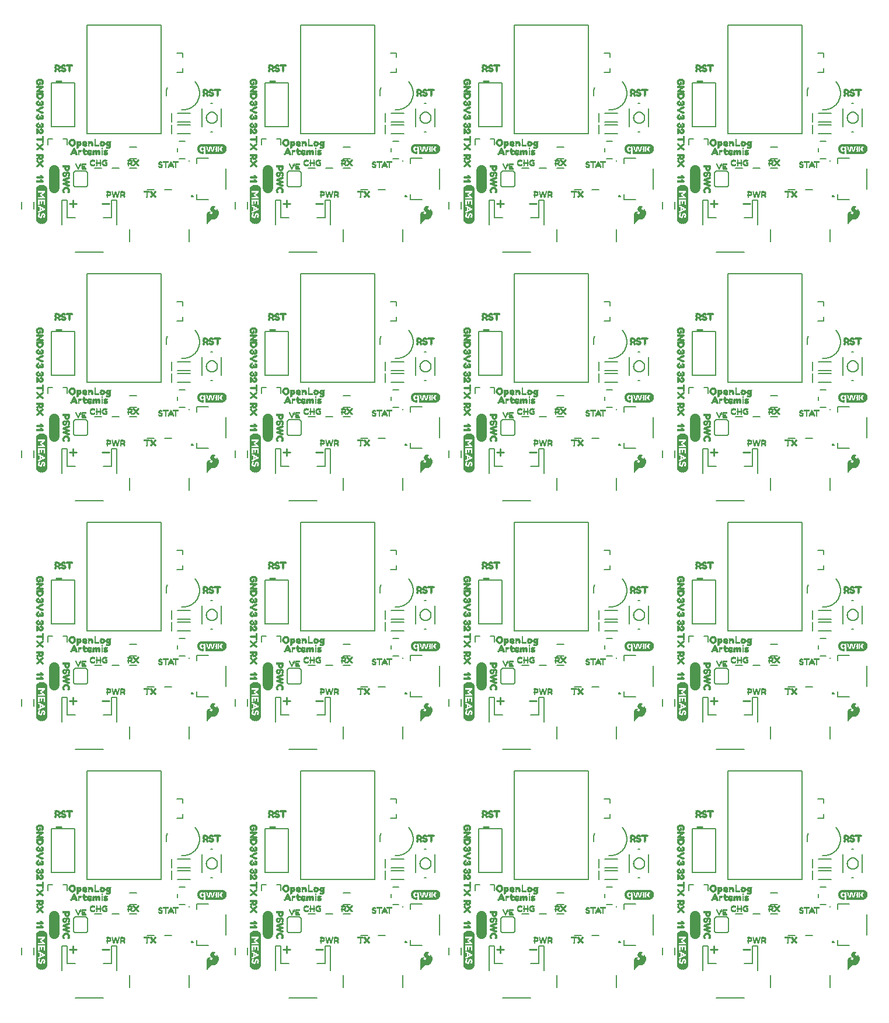
<source format=gto>
G04 EAGLE Gerber RS-274X export*
G75*
%MOMM*%
%FSLAX34Y34*%
%LPD*%
%INSilkscreen Top*%
%IPPOS*%
%AMOC8*
5,1,8,0,0,1.08239X$1,22.5*%
G01*
%ADD10C,0.254000*%
%ADD11C,1.524000*%
%ADD12C,0.203200*%
%ADD13C,0.127000*%
%ADD14R,0.040000X4.440000*%
%ADD15R,0.040000X4.680000*%
%ADD16R,0.040000X4.840000*%
%ADD17R,0.040000X5.000000*%
%ADD18R,0.040000X5.080000*%
%ADD19R,0.040000X5.160000*%
%ADD20R,0.040000X5.240000*%
%ADD21R,0.040000X4.160000*%
%ADD22R,0.040000X0.960000*%
%ADD23R,0.040000X0.760000*%
%ADD24R,0.040000X0.680000*%
%ADD25R,0.040000X0.160000*%
%ADD26R,0.040000X0.520000*%
%ADD27R,0.040000X0.640000*%
%ADD28R,0.040000X0.880000*%
%ADD29R,0.040000X0.720000*%
%ADD30R,0.040000X0.600000*%
%ADD31R,0.040000X0.120000*%
%ADD32R,0.040000X0.480000*%
%ADD33R,0.040000X0.800000*%
%ADD34R,0.040000X0.440000*%
%ADD35R,0.040000X0.400000*%
%ADD36R,0.040000X0.840000*%
%ADD37R,0.040000X0.360000*%
%ADD38R,0.040000X0.280000*%
%ADD39R,0.040000X0.240000*%
%ADD40R,0.040000X0.920000*%
%ADD41R,0.040000X1.320000*%
%ADD42R,0.040000X0.200000*%
%ADD43R,0.040000X0.320000*%
%ADD44R,0.040000X1.280000*%
%ADD45R,0.040000X1.200000*%
%ADD46R,0.040000X0.040000*%
%ADD47R,0.040000X1.040000*%
%ADD48R,0.040000X0.080000*%
%ADD49R,0.040000X0.560000*%
%ADD50R,2.990000X0.010000*%
%ADD51R,3.170000X0.020000*%
%ADD52R,3.270000X0.010000*%
%ADD53R,3.350000X0.020000*%
%ADD54R,3.430000X0.010000*%
%ADD55R,3.490000X0.010000*%
%ADD56R,3.550000X0.020000*%
%ADD57R,3.580000X0.010000*%
%ADD58R,3.630000X0.020000*%
%ADD59R,3.670000X0.010000*%
%ADD60R,3.700000X0.020000*%
%ADD61R,3.750000X0.010000*%
%ADD62R,3.770000X0.020000*%
%ADD63R,3.810000X0.010000*%
%ADD64R,3.830000X0.020000*%
%ADD65R,3.870000X0.010000*%
%ADD66R,3.890000X0.020000*%
%ADD67R,3.910000X0.010000*%
%ADD68R,3.940000X0.020000*%
%ADD69R,3.950000X0.010000*%
%ADD70R,0.450000X0.020000*%
%ADD71R,0.150000X0.020000*%
%ADD72R,0.040000X0.020000*%
%ADD73R,0.310000X0.020000*%
%ADD74R,0.030000X0.020000*%
%ADD75R,0.060000X0.020000*%
%ADD76R,0.340000X0.020000*%
%ADD77R,0.420000X0.020000*%
%ADD78R,0.400000X0.010000*%
%ADD79R,0.110000X0.010000*%
%ADD80R,0.030000X0.010000*%
%ADD81R,0.310000X0.010000*%
%ADD82R,0.300000X0.010000*%
%ADD83R,0.060000X0.010000*%
%ADD84R,0.430000X0.010000*%
%ADD85R,0.380000X0.020000*%
%ADD86R,0.080000X0.020000*%
%ADD87R,0.050000X0.020000*%
%ADD88R,0.280000X0.020000*%
%ADD89R,0.300000X0.020000*%
%ADD90R,0.250000X0.020000*%
%ADD91R,0.430000X0.020000*%
%ADD92R,0.370000X0.010000*%
%ADD93R,0.050000X0.010000*%
%ADD94R,0.280000X0.010000*%
%ADD95R,0.220000X0.010000*%
%ADD96R,0.450000X0.010000*%
%ADD97R,0.360000X0.020000*%
%ADD98R,0.260000X0.020000*%
%ADD99R,0.210000X0.020000*%
%ADD100R,0.460000X0.020000*%
%ADD101R,0.340000X0.010000*%
%ADD102R,0.020000X0.010000*%
%ADD103R,0.250000X0.010000*%
%ADD104R,0.260000X0.010000*%
%ADD105R,0.190000X0.010000*%
%ADD106R,0.460000X0.010000*%
%ADD107R,0.320000X0.020000*%
%ADD108R,0.180000X0.020000*%
%ADD109R,0.480000X0.020000*%
%ADD110R,0.330000X0.010000*%
%ADD111R,0.080000X0.010000*%
%ADD112R,0.150000X0.010000*%
%ADD113R,0.480000X0.010000*%
%ADD114R,0.330000X0.020000*%
%ADD115R,0.240000X0.020000*%
%ADD116R,0.490000X0.020000*%
%ADD117R,0.230000X0.010000*%
%ADD118R,0.130000X0.010000*%
%ADD119R,0.490000X0.010000*%
%ADD120R,0.090000X0.020000*%
%ADD121R,0.230000X0.020000*%
%ADD122R,0.220000X0.020000*%
%ADD123R,0.120000X0.020000*%
%ADD124R,0.090000X0.010000*%
%ADD125R,0.210000X0.010000*%
%ADD126R,0.100000X0.010000*%
%ADD127R,0.510000X0.010000*%
%ADD128R,0.290000X0.010000*%
%ADD129R,0.110000X0.020000*%
%ADD130R,0.190000X0.020000*%
%ADD131R,0.200000X0.020000*%
%ADD132R,0.510000X0.020000*%
%ADD133R,0.200000X0.010000*%
%ADD134R,0.590000X0.010000*%
%ADD135R,0.160000X0.020000*%
%ADD136R,0.170000X0.020000*%
%ADD137R,0.070000X0.020000*%
%ADD138R,0.620000X0.020000*%
%ADD139R,0.120000X0.010000*%
%ADD140R,0.170000X0.010000*%
%ADD141R,0.160000X0.010000*%
%ADD142R,0.070000X0.010000*%
%ADD143R,0.650000X0.010000*%
%ADD144R,0.290000X0.020000*%
%ADD145R,0.670000X0.020000*%
%ADD146R,0.140000X0.010000*%
%ADD147R,0.690000X0.010000*%
%ADD148R,0.140000X0.020000*%
%ADD149R,0.130000X0.020000*%
%ADD150R,0.700000X0.020000*%
%ADD151R,0.720000X0.010000*%
%ADD152R,0.720000X0.020000*%
%ADD153R,0.040000X0.010000*%
%ADD154R,0.020000X0.020000*%
%ADD155R,0.100000X0.020000*%
%ADD156R,0.730000X0.010000*%
%ADD157R,0.730000X0.020000*%
%ADD158R,0.180000X0.010000*%
%ADD159R,0.320000X0.010000*%
%ADD160R,0.010000X0.010000*%
%ADD161R,0.010000X0.020000*%
%ADD162R,0.680000X0.010000*%
%ADD163R,0.680000X0.020000*%
%ADD164R,0.670000X0.010000*%
%ADD165R,0.650000X0.020000*%
%ADD166R,0.240000X0.010000*%
%ADD167R,0.620000X0.010000*%
%ADD168R,0.580000X0.010000*%
%ADD169R,0.270000X0.010000*%
%ADD170R,0.270000X0.020000*%
%ADD171R,0.370000X0.020000*%
%ADD172R,0.350000X0.010000*%
%ADD173R,0.760000X0.020000*%
%ADD174R,2.920000X0.020000*%
%ADD175R,0.740000X0.010000*%
%ADD176R,2.910000X0.010000*%
%ADD177R,2.890000X0.020000*%
%ADD178R,0.710000X0.010000*%
%ADD179R,2.880000X0.010000*%
%ADD180R,0.710000X0.020000*%
%ADD181R,2.860000X0.020000*%
%ADD182R,0.700000X0.010000*%
%ADD183R,2.850000X0.010000*%
%ADD184R,2.830000X0.020000*%
%ADD185R,2.820000X0.010000*%
%ADD186R,0.640000X0.020000*%
%ADD187R,2.800000X0.020000*%
%ADD188R,2.770000X0.010000*%
%ADD189R,0.600000X0.020000*%
%ADD190R,2.760000X0.020000*%
%ADD191R,2.730000X0.010000*%
%ADD192R,0.550000X0.010000*%
%ADD193R,2.720000X0.010000*%
%ADD194R,0.520000X0.020000*%
%ADD195R,2.690000X0.020000*%
%ADD196R,2.660000X0.010000*%
%ADD197R,2.630000X0.020000*%
%ADD198R,0.420000X0.010000*%
%ADD199R,2.580000X0.010000*%
%ADD200R,2.510000X0.020000*%
%ADD201R,0.170000X0.030000*%
%ADD202R,0.070000X0.030000*%
%ADD203R,0.240000X0.030000*%
%ADD204R,0.390000X0.040000*%
%ADD205R,0.210000X0.040000*%
%ADD206R,0.420000X0.040000*%
%ADD207R,0.530000X0.030000*%
%ADD208R,0.210000X0.030000*%
%ADD209R,0.560000X0.030000*%
%ADD210R,0.630000X0.040000*%
%ADD211R,0.250000X0.040000*%
%ADD212R,0.660000X0.030000*%
%ADD213R,0.250000X0.030000*%
%ADD214R,0.700000X0.040000*%
%ADD215R,0.700000X0.030000*%
%ADD216R,0.310000X0.040000*%
%ADD217R,0.180000X0.040000*%
%ADD218R,0.280000X0.040000*%
%ADD219R,0.280000X0.030000*%
%ADD220R,0.040000X0.030000*%
%ADD221R,0.770000X0.040000*%
%ADD222R,0.240000X0.040000*%
%ADD223R,0.350000X0.040000*%
%ADD224R,0.770000X0.030000*%
%ADD225R,0.420000X0.030000*%
%ADD226R,0.350000X0.030000*%
%ADD227R,0.140000X0.040000*%
%ADD228R,0.740000X0.040000*%
%ADD229R,0.740000X0.030000*%
%ADD230R,0.590000X0.030000*%
%ADD231R,0.630000X0.030000*%
%ADD232R,0.490000X0.040000*%
%ADD233R,0.140000X0.030000*%
%ADD234R,0.390000X0.030000*%
%ADD235R,0.030000X0.040000*%
%ADD236R,0.070000X0.040000*%
%ADD237R,0.320000X0.030000*%
%ADD238R,0.110000X0.030000*%
%ADD239R,0.530000X0.040000*%
%ADD240R,0.600000X0.030000*%
%ADD241R,0.670000X0.030000*%
%ADD242R,0.670000X0.040000*%
%ADD243R,0.310000X0.030000*%
%ADD244R,0.450000X0.030000*%
%ADD245R,0.980000X0.040000*%
%ADD246R,0.730000X0.040000*%
%ADD247R,0.980000X0.030000*%
%ADD248R,0.460000X0.040000*%
%ADD249R,0.600000X0.040000*%
%ADD250R,0.660000X0.040000*%
%ADD251R,0.180000X0.030000*%
%ADD252R,0.170000X0.040000*%
%ADD253R,0.320000X0.040000*%
%ADD254R,0.560000X0.040000*%
%ADD255R,0.520000X0.030000*%
%ADD256R,0.380000X0.030000*%
%ADD257R,0.490000X0.030000*%
%ADD258R,0.870000X0.040000*%
%ADD259R,0.910000X0.040000*%
%ADD260R,0.910000X0.030000*%
%ADD261R,0.870000X0.030000*%
%ADD262R,0.840000X0.040000*%
%ADD263R,0.380000X0.040000*%
%ADD264R,0.450000X0.040000*%
%ADD265R,0.520000X0.040000*%
%ADD266R,0.800000X0.040000*%
%ADD267R,0.840000X0.030000*%
%ADD268R,0.880000X0.040000*%
%ADD269R,0.590000X0.040000*%
%ADD270R,0.100000X0.030000*%
%ADD271R,0.160000X0.040000*%
%ADD272R,0.200000X0.040000*%
%ADD273R,0.080000X0.040000*%
%ADD274R,0.360000X0.040000*%
%ADD275R,0.400000X0.040000*%
%ADD276R,0.440000X0.040000*%
%ADD277R,0.480000X0.040000*%
%ADD278R,0.640000X0.040000*%
%ADD279R,1.080000X0.040000*%
%ADD280R,0.720000X0.040000*%
%ADD281R,1.120000X0.040000*%
%ADD282R,0.760000X0.040000*%
%ADD283R,0.920000X0.040000*%
%ADD284R,0.680000X0.040000*%
%ADD285R,1.000000X0.040000*%
%ADD286R,0.120000X0.040000*%
%ADD287R,1.040000X0.040000*%
%ADD288R,0.960000X0.040000*%
%ADD289R,0.040000X1.000000*%
%ADD290C,0.152400*%
%ADD291R,0.040000X1.120000*%
%ADD292C,0.254000*%
%ADD293R,0.510000X0.030000*%
%ADD294R,0.160000X0.030000*%
%ADD295R,0.640000X0.030000*%
%ADD296R,0.190000X0.030000*%
%ADD297R,0.220000X0.030000*%
%ADD298R,0.680000X0.030000*%
%ADD299R,0.220000X0.040000*%
%ADD300R,0.260000X0.030000*%
%ADD301R,0.230000X0.030000*%
%ADD302R,0.230000X0.040000*%
%ADD303R,0.260000X0.040000*%
%ADD304R,0.480000X0.030000*%
%ADD305R,0.550000X0.030000*%
%ADD306R,0.550000X0.040000*%
%ADD307R,0.360000X0.030000*%
%ADD308R,0.610000X0.030000*%
%ADD309R,0.130000X0.030000*%

G36*
X892239Y770311D02*
X892239Y770311D01*
X892301Y770313D01*
X892323Y770326D01*
X892349Y770330D01*
X892420Y770378D01*
X892453Y770396D01*
X892459Y770404D01*
X892469Y770411D01*
X892969Y770911D01*
X892988Y770942D01*
X893026Y770984D01*
X893302Y771444D01*
X893769Y771911D01*
X893777Y771924D01*
X893792Y771937D01*
X894281Y772523D01*
X895469Y773711D01*
X895476Y773722D01*
X895489Y773733D01*
X896679Y775122D01*
X897636Y776078D01*
X898534Y776617D01*
X899031Y776700D01*
X900900Y776700D01*
X900926Y776706D01*
X900963Y776705D01*
X902163Y776905D01*
X902178Y776912D01*
X902200Y776913D01*
X903300Y777213D01*
X903317Y777222D01*
X903341Y777227D01*
X904341Y777627D01*
X904363Y777642D01*
X904396Y777654D01*
X905396Y778254D01*
X905416Y778274D01*
X905450Y778294D01*
X906250Y778994D01*
X906257Y779003D01*
X906269Y779011D01*
X907069Y779811D01*
X907080Y779829D01*
X907100Y779847D01*
X907800Y780747D01*
X907811Y780770D01*
X907832Y780795D01*
X908832Y782595D01*
X908843Y782631D01*
X908868Y782683D01*
X909368Y784583D01*
X909369Y784615D01*
X909380Y784658D01*
X909480Y786358D01*
X909473Y786394D01*
X909474Y786450D01*
X909174Y788050D01*
X909165Y788071D01*
X909161Y788100D01*
X908661Y789600D01*
X908642Y789631D01*
X908621Y789684D01*
X907921Y790784D01*
X907902Y790803D01*
X907884Y790833D01*
X907659Y791086D01*
X907321Y791466D01*
X907084Y791733D01*
X907052Y791755D01*
X907002Y791802D01*
X906202Y792302D01*
X906172Y792313D01*
X906152Y792327D01*
X906117Y792333D01*
X906072Y792353D01*
X906055Y792353D01*
X906038Y792358D01*
X906006Y792354D01*
X906000Y792354D01*
X905992Y792352D01*
X905969Y792349D01*
X905899Y792347D01*
X905884Y792338D01*
X905866Y792336D01*
X905836Y792316D01*
X905831Y792315D01*
X905817Y792303D01*
X905808Y792297D01*
X905747Y792264D01*
X905737Y792249D01*
X905722Y792239D01*
X905706Y792211D01*
X905698Y792205D01*
X905684Y792174D01*
X905647Y792122D01*
X905644Y792103D01*
X905636Y792089D01*
X905634Y792063D01*
X905627Y792046D01*
X905628Y792021D01*
X905620Y791980D01*
X905620Y791142D01*
X905548Y790926D01*
X905488Y790805D01*
X905295Y790612D01*
X905138Y790560D01*
X904947Y790560D01*
X904233Y790739D01*
X903891Y790910D01*
X903620Y791091D01*
X903250Y791368D01*
X902696Y791922D01*
X902353Y792436D01*
X902280Y792727D01*
X902280Y793218D01*
X902352Y793434D01*
X902430Y793589D01*
X902580Y793815D01*
X902901Y794055D01*
X903224Y794217D01*
X903675Y794307D01*
X903682Y794311D01*
X903692Y794311D01*
X904047Y794400D01*
X904510Y794400D01*
X904630Y794340D01*
X904645Y794336D01*
X904658Y794327D01*
X904792Y794301D01*
X904799Y794300D01*
X904800Y794300D01*
X904900Y794300D01*
X904925Y794306D01*
X904951Y794303D01*
X905009Y794325D01*
X905069Y794339D01*
X905089Y794356D01*
X905113Y794365D01*
X905155Y794410D01*
X905202Y794449D01*
X905213Y794473D01*
X905230Y794492D01*
X905248Y794551D01*
X905273Y794608D01*
X905272Y794633D01*
X905280Y794658D01*
X905269Y794719D01*
X905267Y794781D01*
X905254Y794803D01*
X905250Y794829D01*
X905202Y794900D01*
X905184Y794933D01*
X905176Y794939D01*
X905169Y794949D01*
X905069Y795049D01*
X905049Y795061D01*
X905028Y795084D01*
X904628Y795384D01*
X904602Y795396D01*
X904570Y795420D01*
X903170Y796120D01*
X903158Y796123D01*
X903149Y796129D01*
X903120Y796135D01*
X903083Y796151D01*
X902183Y796351D01*
X902149Y796351D01*
X902100Y796360D01*
X901100Y796360D01*
X901072Y796354D01*
X901032Y796354D01*
X899932Y796154D01*
X899897Y796139D01*
X899840Y796121D01*
X899825Y796117D01*
X899822Y796115D01*
X899818Y796114D01*
X898718Y795514D01*
X898698Y795496D01*
X898667Y795480D01*
X897767Y794780D01*
X897747Y794756D01*
X897678Y794682D01*
X897178Y793882D01*
X897166Y793848D01*
X897139Y793800D01*
X896839Y792900D01*
X896836Y792863D01*
X896820Y792780D01*
X896820Y791980D01*
X896827Y791947D01*
X896829Y791898D01*
X897029Y790998D01*
X897046Y790962D01*
X897068Y790895D01*
X897568Y789995D01*
X897590Y789971D01*
X897614Y789930D01*
X898314Y789130D01*
X898315Y789129D01*
X898316Y789127D01*
X899116Y788227D01*
X899124Y788222D01*
X899131Y788211D01*
X899773Y787569D01*
X900020Y786911D01*
X900020Y786342D01*
X899861Y785865D01*
X899540Y785464D01*
X899044Y785133D01*
X898353Y784960D01*
X897638Y784960D01*
X897209Y785046D01*
X896814Y785204D01*
X896296Y785722D01*
X896145Y785949D01*
X896080Y786142D01*
X896080Y786418D01*
X896132Y786575D01*
X896605Y787048D01*
X896820Y787119D01*
X896840Y787132D01*
X896870Y787140D01*
X897270Y787340D01*
X897299Y787364D01*
X897369Y787411D01*
X897469Y787511D01*
X897482Y787532D01*
X897501Y787548D01*
X897527Y787605D01*
X897560Y787658D01*
X897563Y787683D01*
X897573Y787706D01*
X897571Y787769D01*
X897577Y787831D01*
X897568Y787854D01*
X897567Y787879D01*
X897537Y787934D01*
X897515Y787993D01*
X897497Y788010D01*
X897485Y788032D01*
X897415Y788086D01*
X897388Y788110D01*
X897379Y788113D01*
X897370Y788120D01*
X896970Y788320D01*
X896955Y788324D01*
X896942Y788333D01*
X896808Y788359D01*
X896802Y788360D01*
X896801Y788360D01*
X896800Y788360D01*
X895600Y788360D01*
X895574Y788354D01*
X895538Y788355D01*
X894938Y788255D01*
X894932Y788253D01*
X894925Y788253D01*
X894425Y788153D01*
X894399Y788141D01*
X894359Y788133D01*
X893859Y787933D01*
X893828Y787911D01*
X893772Y787884D01*
X893372Y787584D01*
X893368Y787580D01*
X893362Y787577D01*
X892862Y787177D01*
X892845Y787154D01*
X892774Y787076D01*
X892174Y786076D01*
X892162Y786040D01*
X892134Y785984D01*
X891934Y785284D01*
X891933Y785259D01*
X891923Y785227D01*
X891823Y784427D01*
X891825Y784406D01*
X891820Y784380D01*
X891820Y770680D01*
X891826Y770655D01*
X891823Y770629D01*
X891845Y770572D01*
X891859Y770511D01*
X891876Y770491D01*
X891885Y770467D01*
X891930Y770425D01*
X891969Y770378D01*
X891993Y770367D01*
X892012Y770350D01*
X892071Y770332D01*
X892128Y770307D01*
X892153Y770308D01*
X892178Y770300D01*
X892239Y770311D01*
G37*
G36*
X272479Y770311D02*
X272479Y770311D01*
X272541Y770313D01*
X272563Y770326D01*
X272589Y770330D01*
X272660Y770378D01*
X272693Y770396D01*
X272699Y770404D01*
X272709Y770411D01*
X273209Y770911D01*
X273228Y770942D01*
X273266Y770984D01*
X273542Y771444D01*
X274009Y771911D01*
X274017Y771924D01*
X274032Y771937D01*
X274521Y772523D01*
X275709Y773711D01*
X275716Y773722D01*
X275729Y773733D01*
X276919Y775122D01*
X277876Y776078D01*
X278774Y776617D01*
X279271Y776700D01*
X281140Y776700D01*
X281166Y776706D01*
X281203Y776705D01*
X282403Y776905D01*
X282418Y776912D01*
X282440Y776913D01*
X283540Y777213D01*
X283557Y777222D01*
X283581Y777227D01*
X284581Y777627D01*
X284603Y777642D01*
X284636Y777654D01*
X285636Y778254D01*
X285656Y778274D01*
X285690Y778294D01*
X286490Y778994D01*
X286497Y779003D01*
X286509Y779011D01*
X287309Y779811D01*
X287320Y779829D01*
X287340Y779847D01*
X288040Y780747D01*
X288051Y780770D01*
X288072Y780795D01*
X289072Y782595D01*
X289083Y782631D01*
X289108Y782683D01*
X289608Y784583D01*
X289609Y784615D01*
X289620Y784658D01*
X289720Y786358D01*
X289713Y786394D01*
X289714Y786450D01*
X289414Y788050D01*
X289405Y788071D01*
X289401Y788100D01*
X288901Y789600D01*
X288882Y789631D01*
X288861Y789684D01*
X288161Y790784D01*
X288142Y790803D01*
X288124Y790833D01*
X287899Y791086D01*
X287561Y791466D01*
X287324Y791733D01*
X287292Y791755D01*
X287242Y791802D01*
X286442Y792302D01*
X286412Y792313D01*
X286392Y792327D01*
X286357Y792333D01*
X286312Y792353D01*
X286295Y792353D01*
X286278Y792358D01*
X286246Y792354D01*
X286240Y792354D01*
X286232Y792352D01*
X286209Y792349D01*
X286139Y792347D01*
X286124Y792338D01*
X286106Y792336D01*
X286076Y792316D01*
X286071Y792315D01*
X286057Y792303D01*
X286048Y792297D01*
X285987Y792264D01*
X285977Y792249D01*
X285962Y792239D01*
X285946Y792211D01*
X285938Y792205D01*
X285924Y792174D01*
X285887Y792122D01*
X285884Y792103D01*
X285876Y792089D01*
X285874Y792063D01*
X285867Y792046D01*
X285868Y792021D01*
X285860Y791980D01*
X285860Y791142D01*
X285788Y790926D01*
X285728Y790805D01*
X285535Y790612D01*
X285378Y790560D01*
X285187Y790560D01*
X284473Y790739D01*
X284131Y790910D01*
X283860Y791091D01*
X283490Y791368D01*
X282936Y791922D01*
X282593Y792436D01*
X282520Y792727D01*
X282520Y793218D01*
X282592Y793434D01*
X282670Y793589D01*
X282820Y793815D01*
X283141Y794055D01*
X283464Y794217D01*
X283915Y794307D01*
X283922Y794311D01*
X283932Y794311D01*
X284287Y794400D01*
X284750Y794400D01*
X284870Y794340D01*
X284885Y794336D01*
X284898Y794327D01*
X285032Y794301D01*
X285039Y794300D01*
X285040Y794300D01*
X285140Y794300D01*
X285165Y794306D01*
X285191Y794303D01*
X285249Y794325D01*
X285309Y794339D01*
X285329Y794356D01*
X285353Y794365D01*
X285395Y794410D01*
X285442Y794449D01*
X285453Y794473D01*
X285470Y794492D01*
X285488Y794551D01*
X285513Y794608D01*
X285512Y794633D01*
X285520Y794658D01*
X285509Y794719D01*
X285507Y794781D01*
X285494Y794803D01*
X285490Y794829D01*
X285442Y794900D01*
X285424Y794933D01*
X285416Y794939D01*
X285409Y794949D01*
X285309Y795049D01*
X285289Y795061D01*
X285268Y795084D01*
X284868Y795384D01*
X284842Y795396D01*
X284810Y795420D01*
X283410Y796120D01*
X283398Y796123D01*
X283389Y796129D01*
X283360Y796135D01*
X283323Y796151D01*
X282423Y796351D01*
X282389Y796351D01*
X282340Y796360D01*
X281340Y796360D01*
X281312Y796354D01*
X281272Y796354D01*
X280172Y796154D01*
X280137Y796139D01*
X280080Y796121D01*
X280065Y796117D01*
X280062Y796115D01*
X280058Y796114D01*
X278958Y795514D01*
X278938Y795496D01*
X278907Y795480D01*
X278007Y794780D01*
X277987Y794756D01*
X277918Y794682D01*
X277418Y793882D01*
X277406Y793848D01*
X277379Y793800D01*
X277079Y792900D01*
X277076Y792863D01*
X277060Y792780D01*
X277060Y791980D01*
X277067Y791947D01*
X277069Y791898D01*
X277269Y790998D01*
X277286Y790962D01*
X277308Y790895D01*
X277808Y789995D01*
X277830Y789971D01*
X277854Y789930D01*
X278554Y789130D01*
X278555Y789129D01*
X278556Y789127D01*
X279356Y788227D01*
X279364Y788222D01*
X279371Y788211D01*
X280013Y787569D01*
X280260Y786911D01*
X280260Y786342D01*
X280101Y785865D01*
X279780Y785464D01*
X279284Y785133D01*
X278593Y784960D01*
X277878Y784960D01*
X277449Y785046D01*
X277054Y785204D01*
X276536Y785722D01*
X276385Y785949D01*
X276320Y786142D01*
X276320Y786418D01*
X276372Y786575D01*
X276845Y787048D01*
X277060Y787119D01*
X277080Y787132D01*
X277110Y787140D01*
X277510Y787340D01*
X277539Y787364D01*
X277609Y787411D01*
X277709Y787511D01*
X277722Y787532D01*
X277741Y787548D01*
X277767Y787605D01*
X277800Y787658D01*
X277803Y787683D01*
X277813Y787706D01*
X277811Y787769D01*
X277817Y787831D01*
X277808Y787854D01*
X277807Y787879D01*
X277777Y787934D01*
X277755Y787993D01*
X277737Y788010D01*
X277725Y788032D01*
X277655Y788086D01*
X277628Y788110D01*
X277619Y788113D01*
X277610Y788120D01*
X277210Y788320D01*
X277195Y788324D01*
X277182Y788333D01*
X277048Y788359D01*
X277042Y788360D01*
X277041Y788360D01*
X277040Y788360D01*
X275840Y788360D01*
X275814Y788354D01*
X275778Y788355D01*
X275178Y788255D01*
X275172Y788253D01*
X275165Y788253D01*
X274665Y788153D01*
X274639Y788141D01*
X274599Y788133D01*
X274099Y787933D01*
X274068Y787911D01*
X274012Y787884D01*
X273612Y787584D01*
X273608Y787580D01*
X273602Y787577D01*
X273102Y787177D01*
X273085Y787154D01*
X273014Y787076D01*
X272414Y786076D01*
X272402Y786040D01*
X272374Y785984D01*
X272174Y785284D01*
X272173Y785259D01*
X272163Y785227D01*
X272063Y784427D01*
X272065Y784406D01*
X272060Y784380D01*
X272060Y770680D01*
X272066Y770655D01*
X272063Y770629D01*
X272085Y770572D01*
X272099Y770511D01*
X272116Y770491D01*
X272125Y770467D01*
X272170Y770425D01*
X272209Y770378D01*
X272233Y770367D01*
X272252Y770350D01*
X272311Y770332D01*
X272368Y770307D01*
X272393Y770308D01*
X272418Y770300D01*
X272479Y770311D01*
G37*
G36*
X582359Y770311D02*
X582359Y770311D01*
X582421Y770313D01*
X582443Y770326D01*
X582469Y770330D01*
X582540Y770378D01*
X582573Y770396D01*
X582579Y770404D01*
X582589Y770411D01*
X583089Y770911D01*
X583108Y770942D01*
X583146Y770984D01*
X583422Y771444D01*
X583889Y771911D01*
X583897Y771924D01*
X583912Y771937D01*
X584401Y772523D01*
X585589Y773711D01*
X585596Y773722D01*
X585609Y773733D01*
X586799Y775122D01*
X587756Y776078D01*
X588654Y776617D01*
X589151Y776700D01*
X591020Y776700D01*
X591046Y776706D01*
X591083Y776705D01*
X592283Y776905D01*
X592298Y776912D01*
X592320Y776913D01*
X593420Y777213D01*
X593437Y777222D01*
X593461Y777227D01*
X594461Y777627D01*
X594483Y777642D01*
X594516Y777654D01*
X595516Y778254D01*
X595536Y778274D01*
X595570Y778294D01*
X596370Y778994D01*
X596377Y779003D01*
X596389Y779011D01*
X597189Y779811D01*
X597200Y779829D01*
X597220Y779847D01*
X597920Y780747D01*
X597931Y780770D01*
X597952Y780795D01*
X598952Y782595D01*
X598963Y782631D01*
X598988Y782683D01*
X599488Y784583D01*
X599489Y784615D01*
X599500Y784658D01*
X599600Y786358D01*
X599593Y786394D01*
X599594Y786450D01*
X599294Y788050D01*
X599285Y788071D01*
X599281Y788100D01*
X598781Y789600D01*
X598762Y789631D01*
X598741Y789684D01*
X598041Y790784D01*
X598022Y790803D01*
X598004Y790833D01*
X597779Y791086D01*
X597441Y791466D01*
X597204Y791733D01*
X597172Y791755D01*
X597122Y791802D01*
X596322Y792302D01*
X596292Y792313D01*
X596272Y792327D01*
X596237Y792333D01*
X596192Y792353D01*
X596175Y792353D01*
X596158Y792358D01*
X596126Y792354D01*
X596120Y792354D01*
X596112Y792352D01*
X596089Y792349D01*
X596019Y792347D01*
X596004Y792338D01*
X595986Y792336D01*
X595956Y792316D01*
X595951Y792315D01*
X595937Y792303D01*
X595928Y792297D01*
X595867Y792264D01*
X595857Y792249D01*
X595842Y792239D01*
X595826Y792211D01*
X595818Y792205D01*
X595804Y792174D01*
X595767Y792122D01*
X595764Y792103D01*
X595756Y792089D01*
X595754Y792063D01*
X595747Y792046D01*
X595748Y792021D01*
X595740Y791980D01*
X595740Y791142D01*
X595668Y790926D01*
X595608Y790805D01*
X595415Y790612D01*
X595258Y790560D01*
X595067Y790560D01*
X594353Y790739D01*
X594011Y790910D01*
X593740Y791091D01*
X593370Y791368D01*
X592816Y791922D01*
X592473Y792436D01*
X592400Y792727D01*
X592400Y793218D01*
X592472Y793434D01*
X592550Y793589D01*
X592700Y793815D01*
X593021Y794055D01*
X593344Y794217D01*
X593795Y794307D01*
X593802Y794311D01*
X593812Y794311D01*
X594167Y794400D01*
X594630Y794400D01*
X594750Y794340D01*
X594765Y794336D01*
X594778Y794327D01*
X594912Y794301D01*
X594919Y794300D01*
X594920Y794300D01*
X595020Y794300D01*
X595045Y794306D01*
X595071Y794303D01*
X595129Y794325D01*
X595189Y794339D01*
X595209Y794356D01*
X595233Y794365D01*
X595275Y794410D01*
X595322Y794449D01*
X595333Y794473D01*
X595350Y794492D01*
X595368Y794551D01*
X595393Y794608D01*
X595392Y794633D01*
X595400Y794658D01*
X595389Y794719D01*
X595387Y794781D01*
X595374Y794803D01*
X595370Y794829D01*
X595322Y794900D01*
X595304Y794933D01*
X595296Y794939D01*
X595289Y794949D01*
X595189Y795049D01*
X595169Y795061D01*
X595148Y795084D01*
X594748Y795384D01*
X594722Y795396D01*
X594690Y795420D01*
X593290Y796120D01*
X593278Y796123D01*
X593269Y796129D01*
X593240Y796135D01*
X593203Y796151D01*
X592303Y796351D01*
X592269Y796351D01*
X592220Y796360D01*
X591220Y796360D01*
X591192Y796354D01*
X591152Y796354D01*
X590052Y796154D01*
X590017Y796139D01*
X589960Y796121D01*
X589945Y796117D01*
X589942Y796115D01*
X589938Y796114D01*
X588838Y795514D01*
X588818Y795496D01*
X588787Y795480D01*
X587887Y794780D01*
X587867Y794756D01*
X587798Y794682D01*
X587298Y793882D01*
X587286Y793848D01*
X587259Y793800D01*
X586959Y792900D01*
X586956Y792863D01*
X586940Y792780D01*
X586940Y791980D01*
X586947Y791947D01*
X586949Y791898D01*
X587149Y790998D01*
X587166Y790962D01*
X587188Y790895D01*
X587688Y789995D01*
X587710Y789971D01*
X587734Y789930D01*
X588434Y789130D01*
X588435Y789129D01*
X588436Y789127D01*
X589236Y788227D01*
X589244Y788222D01*
X589251Y788211D01*
X589893Y787569D01*
X590140Y786911D01*
X590140Y786342D01*
X589981Y785865D01*
X589660Y785464D01*
X589164Y785133D01*
X588473Y784960D01*
X587758Y784960D01*
X587329Y785046D01*
X586934Y785204D01*
X586416Y785722D01*
X586265Y785949D01*
X586200Y786142D01*
X586200Y786418D01*
X586252Y786575D01*
X586725Y787048D01*
X586940Y787119D01*
X586960Y787132D01*
X586990Y787140D01*
X587390Y787340D01*
X587419Y787364D01*
X587489Y787411D01*
X587589Y787511D01*
X587602Y787532D01*
X587621Y787548D01*
X587647Y787605D01*
X587680Y787658D01*
X587683Y787683D01*
X587693Y787706D01*
X587691Y787769D01*
X587697Y787831D01*
X587688Y787854D01*
X587687Y787879D01*
X587657Y787934D01*
X587635Y787993D01*
X587617Y788010D01*
X587605Y788032D01*
X587535Y788086D01*
X587508Y788110D01*
X587499Y788113D01*
X587490Y788120D01*
X587090Y788320D01*
X587075Y788324D01*
X587062Y788333D01*
X586928Y788359D01*
X586922Y788360D01*
X586921Y788360D01*
X586920Y788360D01*
X585720Y788360D01*
X585694Y788354D01*
X585658Y788355D01*
X585058Y788255D01*
X585052Y788253D01*
X585045Y788253D01*
X584545Y788153D01*
X584519Y788141D01*
X584479Y788133D01*
X583979Y787933D01*
X583948Y787911D01*
X583892Y787884D01*
X583492Y787584D01*
X583488Y787580D01*
X583482Y787577D01*
X582982Y787177D01*
X582965Y787154D01*
X582894Y787076D01*
X582294Y786076D01*
X582282Y786040D01*
X582254Y785984D01*
X582054Y785284D01*
X582053Y785259D01*
X582043Y785227D01*
X581943Y784427D01*
X581945Y784406D01*
X581940Y784380D01*
X581940Y770680D01*
X581946Y770655D01*
X581943Y770629D01*
X581965Y770572D01*
X581979Y770511D01*
X581996Y770491D01*
X582005Y770467D01*
X582050Y770425D01*
X582089Y770378D01*
X582113Y770367D01*
X582132Y770350D01*
X582191Y770332D01*
X582248Y770307D01*
X582273Y770308D01*
X582298Y770300D01*
X582359Y770311D01*
G37*
G36*
X1202119Y770311D02*
X1202119Y770311D01*
X1202181Y770313D01*
X1202203Y770326D01*
X1202229Y770330D01*
X1202300Y770378D01*
X1202333Y770396D01*
X1202339Y770404D01*
X1202349Y770411D01*
X1202849Y770911D01*
X1202868Y770942D01*
X1202906Y770984D01*
X1203182Y771444D01*
X1203649Y771911D01*
X1203657Y771924D01*
X1203672Y771937D01*
X1204161Y772523D01*
X1205349Y773711D01*
X1205356Y773722D01*
X1205369Y773733D01*
X1206559Y775122D01*
X1207516Y776078D01*
X1208414Y776617D01*
X1208911Y776700D01*
X1210780Y776700D01*
X1210806Y776706D01*
X1210843Y776705D01*
X1212043Y776905D01*
X1212058Y776912D01*
X1212080Y776913D01*
X1213180Y777213D01*
X1213197Y777222D01*
X1213221Y777227D01*
X1214221Y777627D01*
X1214243Y777642D01*
X1214276Y777654D01*
X1215276Y778254D01*
X1215296Y778274D01*
X1215330Y778294D01*
X1216130Y778994D01*
X1216137Y779003D01*
X1216149Y779011D01*
X1216949Y779811D01*
X1216960Y779829D01*
X1216980Y779847D01*
X1217680Y780747D01*
X1217691Y780770D01*
X1217712Y780795D01*
X1218712Y782595D01*
X1218723Y782631D01*
X1218748Y782683D01*
X1219248Y784583D01*
X1219249Y784615D01*
X1219260Y784658D01*
X1219360Y786358D01*
X1219353Y786394D01*
X1219354Y786450D01*
X1219054Y788050D01*
X1219045Y788071D01*
X1219041Y788100D01*
X1218541Y789600D01*
X1218522Y789631D01*
X1218501Y789684D01*
X1217801Y790784D01*
X1217782Y790803D01*
X1217764Y790833D01*
X1217539Y791086D01*
X1217201Y791466D01*
X1216964Y791733D01*
X1216932Y791755D01*
X1216882Y791802D01*
X1216082Y792302D01*
X1216052Y792313D01*
X1216032Y792327D01*
X1215997Y792333D01*
X1215952Y792353D01*
X1215935Y792353D01*
X1215918Y792358D01*
X1215886Y792354D01*
X1215880Y792354D01*
X1215872Y792352D01*
X1215849Y792349D01*
X1215779Y792347D01*
X1215764Y792338D01*
X1215746Y792336D01*
X1215716Y792316D01*
X1215711Y792315D01*
X1215697Y792303D01*
X1215688Y792297D01*
X1215627Y792264D01*
X1215617Y792249D01*
X1215602Y792239D01*
X1215586Y792211D01*
X1215578Y792205D01*
X1215564Y792174D01*
X1215527Y792122D01*
X1215524Y792103D01*
X1215516Y792089D01*
X1215514Y792063D01*
X1215507Y792046D01*
X1215508Y792021D01*
X1215500Y791980D01*
X1215500Y791142D01*
X1215428Y790926D01*
X1215368Y790805D01*
X1215175Y790612D01*
X1215018Y790560D01*
X1214827Y790560D01*
X1214113Y790739D01*
X1213771Y790910D01*
X1213500Y791091D01*
X1213130Y791368D01*
X1212576Y791922D01*
X1212233Y792436D01*
X1212160Y792727D01*
X1212160Y793218D01*
X1212232Y793434D01*
X1212310Y793589D01*
X1212460Y793815D01*
X1212781Y794055D01*
X1213104Y794217D01*
X1213555Y794307D01*
X1213562Y794311D01*
X1213572Y794311D01*
X1213927Y794400D01*
X1214390Y794400D01*
X1214510Y794340D01*
X1214525Y794336D01*
X1214538Y794327D01*
X1214672Y794301D01*
X1214679Y794300D01*
X1214680Y794300D01*
X1214780Y794300D01*
X1214805Y794306D01*
X1214831Y794303D01*
X1214889Y794325D01*
X1214949Y794339D01*
X1214969Y794356D01*
X1214993Y794365D01*
X1215035Y794410D01*
X1215082Y794449D01*
X1215093Y794473D01*
X1215110Y794492D01*
X1215128Y794551D01*
X1215153Y794608D01*
X1215152Y794633D01*
X1215160Y794658D01*
X1215149Y794719D01*
X1215147Y794781D01*
X1215134Y794803D01*
X1215130Y794829D01*
X1215082Y794900D01*
X1215064Y794933D01*
X1215056Y794939D01*
X1215049Y794949D01*
X1214949Y795049D01*
X1214929Y795061D01*
X1214908Y795084D01*
X1214508Y795384D01*
X1214482Y795396D01*
X1214450Y795420D01*
X1213050Y796120D01*
X1213038Y796123D01*
X1213029Y796129D01*
X1213000Y796135D01*
X1212963Y796151D01*
X1212063Y796351D01*
X1212029Y796351D01*
X1211980Y796360D01*
X1210980Y796360D01*
X1210952Y796354D01*
X1210912Y796354D01*
X1209812Y796154D01*
X1209777Y796139D01*
X1209720Y796121D01*
X1209705Y796117D01*
X1209702Y796115D01*
X1209698Y796114D01*
X1208598Y795514D01*
X1208578Y795496D01*
X1208547Y795480D01*
X1207647Y794780D01*
X1207627Y794756D01*
X1207558Y794682D01*
X1207058Y793882D01*
X1207046Y793848D01*
X1207019Y793800D01*
X1206719Y792900D01*
X1206716Y792863D01*
X1206700Y792780D01*
X1206700Y791980D01*
X1206707Y791947D01*
X1206709Y791898D01*
X1206909Y790998D01*
X1206926Y790962D01*
X1206948Y790895D01*
X1207448Y789995D01*
X1207470Y789971D01*
X1207494Y789930D01*
X1208194Y789130D01*
X1208195Y789129D01*
X1208196Y789127D01*
X1208996Y788227D01*
X1209004Y788222D01*
X1209011Y788211D01*
X1209653Y787569D01*
X1209900Y786911D01*
X1209900Y786342D01*
X1209741Y785865D01*
X1209420Y785464D01*
X1208924Y785133D01*
X1208233Y784960D01*
X1207518Y784960D01*
X1207089Y785046D01*
X1206694Y785204D01*
X1206176Y785722D01*
X1206025Y785949D01*
X1205960Y786142D01*
X1205960Y786418D01*
X1206012Y786575D01*
X1206485Y787048D01*
X1206700Y787119D01*
X1206720Y787132D01*
X1206750Y787140D01*
X1207150Y787340D01*
X1207179Y787364D01*
X1207249Y787411D01*
X1207349Y787511D01*
X1207362Y787532D01*
X1207381Y787548D01*
X1207407Y787605D01*
X1207440Y787658D01*
X1207443Y787683D01*
X1207453Y787706D01*
X1207451Y787769D01*
X1207457Y787831D01*
X1207448Y787854D01*
X1207447Y787879D01*
X1207417Y787934D01*
X1207395Y787993D01*
X1207377Y788010D01*
X1207365Y788032D01*
X1207295Y788086D01*
X1207268Y788110D01*
X1207259Y788113D01*
X1207250Y788120D01*
X1206850Y788320D01*
X1206835Y788324D01*
X1206822Y788333D01*
X1206688Y788359D01*
X1206682Y788360D01*
X1206681Y788360D01*
X1206680Y788360D01*
X1205480Y788360D01*
X1205454Y788354D01*
X1205418Y788355D01*
X1204818Y788255D01*
X1204812Y788253D01*
X1204805Y788253D01*
X1204305Y788153D01*
X1204279Y788141D01*
X1204239Y788133D01*
X1203739Y787933D01*
X1203708Y787911D01*
X1203652Y787884D01*
X1203252Y787584D01*
X1203248Y787580D01*
X1203242Y787577D01*
X1202742Y787177D01*
X1202725Y787154D01*
X1202654Y787076D01*
X1202054Y786076D01*
X1202042Y786040D01*
X1202014Y785984D01*
X1201814Y785284D01*
X1201813Y785259D01*
X1201803Y785227D01*
X1201703Y784427D01*
X1201705Y784406D01*
X1201700Y784380D01*
X1201700Y770680D01*
X1201706Y770655D01*
X1201703Y770629D01*
X1201725Y770572D01*
X1201739Y770511D01*
X1201756Y770491D01*
X1201765Y770467D01*
X1201810Y770425D01*
X1201849Y770378D01*
X1201873Y770367D01*
X1201892Y770350D01*
X1201951Y770332D01*
X1202008Y770307D01*
X1202033Y770308D01*
X1202058Y770300D01*
X1202119Y770311D01*
G37*
G36*
X272479Y1130991D02*
X272479Y1130991D01*
X272541Y1130993D01*
X272563Y1131006D01*
X272589Y1131010D01*
X272660Y1131058D01*
X272693Y1131076D01*
X272699Y1131084D01*
X272709Y1131091D01*
X273209Y1131591D01*
X273228Y1131622D01*
X273266Y1131664D01*
X273542Y1132124D01*
X274009Y1132591D01*
X274017Y1132604D01*
X274032Y1132617D01*
X274521Y1133203D01*
X275709Y1134391D01*
X275716Y1134402D01*
X275729Y1134413D01*
X276919Y1135802D01*
X277876Y1136758D01*
X278774Y1137297D01*
X279271Y1137380D01*
X281140Y1137380D01*
X281166Y1137386D01*
X281203Y1137385D01*
X282403Y1137585D01*
X282418Y1137592D01*
X282440Y1137593D01*
X283540Y1137893D01*
X283557Y1137902D01*
X283581Y1137907D01*
X284581Y1138307D01*
X284603Y1138322D01*
X284636Y1138334D01*
X285636Y1138934D01*
X285656Y1138954D01*
X285690Y1138974D01*
X286490Y1139674D01*
X286497Y1139683D01*
X286509Y1139691D01*
X287309Y1140491D01*
X287320Y1140509D01*
X287340Y1140527D01*
X288040Y1141427D01*
X288051Y1141450D01*
X288072Y1141475D01*
X289072Y1143275D01*
X289083Y1143311D01*
X289108Y1143363D01*
X289608Y1145263D01*
X289609Y1145295D01*
X289620Y1145338D01*
X289720Y1147038D01*
X289713Y1147074D01*
X289714Y1147130D01*
X289414Y1148730D01*
X289405Y1148751D01*
X289401Y1148780D01*
X288901Y1150280D01*
X288882Y1150311D01*
X288861Y1150364D01*
X288161Y1151464D01*
X288142Y1151483D01*
X288124Y1151513D01*
X287899Y1151766D01*
X287561Y1152146D01*
X287324Y1152413D01*
X287292Y1152435D01*
X287242Y1152482D01*
X286442Y1152982D01*
X286412Y1152993D01*
X286392Y1153007D01*
X286357Y1153013D01*
X286312Y1153033D01*
X286295Y1153033D01*
X286278Y1153038D01*
X286246Y1153034D01*
X286240Y1153034D01*
X286232Y1153032D01*
X286209Y1153029D01*
X286139Y1153027D01*
X286124Y1153018D01*
X286106Y1153016D01*
X286076Y1152996D01*
X286071Y1152995D01*
X286057Y1152983D01*
X286048Y1152977D01*
X285987Y1152944D01*
X285977Y1152929D01*
X285962Y1152919D01*
X285946Y1152891D01*
X285938Y1152885D01*
X285924Y1152854D01*
X285887Y1152802D01*
X285884Y1152783D01*
X285876Y1152769D01*
X285874Y1152743D01*
X285867Y1152726D01*
X285868Y1152701D01*
X285860Y1152660D01*
X285860Y1151822D01*
X285788Y1151606D01*
X285728Y1151485D01*
X285535Y1151292D01*
X285378Y1151240D01*
X285187Y1151240D01*
X284473Y1151419D01*
X284131Y1151590D01*
X283860Y1151771D01*
X283490Y1152048D01*
X282936Y1152602D01*
X282593Y1153116D01*
X282520Y1153407D01*
X282520Y1153898D01*
X282592Y1154114D01*
X282670Y1154269D01*
X282820Y1154495D01*
X283141Y1154735D01*
X283464Y1154897D01*
X283915Y1154987D01*
X283922Y1154991D01*
X283932Y1154991D01*
X284287Y1155080D01*
X284750Y1155080D01*
X284870Y1155020D01*
X284885Y1155016D01*
X284898Y1155007D01*
X285032Y1154981D01*
X285039Y1154980D01*
X285040Y1154980D01*
X285140Y1154980D01*
X285165Y1154986D01*
X285191Y1154983D01*
X285249Y1155005D01*
X285309Y1155019D01*
X285329Y1155036D01*
X285353Y1155045D01*
X285395Y1155090D01*
X285442Y1155129D01*
X285453Y1155153D01*
X285470Y1155172D01*
X285488Y1155231D01*
X285513Y1155288D01*
X285512Y1155313D01*
X285520Y1155338D01*
X285509Y1155399D01*
X285507Y1155461D01*
X285494Y1155483D01*
X285490Y1155509D01*
X285442Y1155580D01*
X285424Y1155613D01*
X285416Y1155619D01*
X285409Y1155629D01*
X285309Y1155729D01*
X285289Y1155741D01*
X285268Y1155764D01*
X284868Y1156064D01*
X284842Y1156076D01*
X284810Y1156100D01*
X283410Y1156800D01*
X283398Y1156803D01*
X283389Y1156809D01*
X283360Y1156815D01*
X283323Y1156831D01*
X282423Y1157031D01*
X282389Y1157031D01*
X282340Y1157040D01*
X281340Y1157040D01*
X281312Y1157034D01*
X281272Y1157034D01*
X280172Y1156834D01*
X280137Y1156819D01*
X280080Y1156801D01*
X280065Y1156797D01*
X280062Y1156795D01*
X280058Y1156794D01*
X278958Y1156194D01*
X278938Y1156176D01*
X278907Y1156160D01*
X278007Y1155460D01*
X277987Y1155436D01*
X277918Y1155362D01*
X277418Y1154562D01*
X277406Y1154528D01*
X277379Y1154480D01*
X277079Y1153580D01*
X277076Y1153543D01*
X277060Y1153460D01*
X277060Y1152660D01*
X277067Y1152627D01*
X277069Y1152578D01*
X277269Y1151678D01*
X277286Y1151642D01*
X277308Y1151575D01*
X277808Y1150675D01*
X277830Y1150651D01*
X277854Y1150610D01*
X278554Y1149810D01*
X278555Y1149809D01*
X278556Y1149807D01*
X279356Y1148907D01*
X279364Y1148902D01*
X279371Y1148891D01*
X280013Y1148249D01*
X280260Y1147591D01*
X280260Y1147022D01*
X280101Y1146545D01*
X279780Y1146144D01*
X279284Y1145813D01*
X278593Y1145640D01*
X277878Y1145640D01*
X277449Y1145726D01*
X277054Y1145884D01*
X276536Y1146402D01*
X276385Y1146629D01*
X276320Y1146822D01*
X276320Y1147098D01*
X276372Y1147255D01*
X276845Y1147728D01*
X277060Y1147799D01*
X277080Y1147812D01*
X277110Y1147820D01*
X277510Y1148020D01*
X277539Y1148044D01*
X277609Y1148091D01*
X277709Y1148191D01*
X277722Y1148212D01*
X277741Y1148228D01*
X277767Y1148285D01*
X277800Y1148338D01*
X277803Y1148363D01*
X277813Y1148386D01*
X277811Y1148449D01*
X277817Y1148511D01*
X277808Y1148534D01*
X277807Y1148559D01*
X277777Y1148614D01*
X277755Y1148673D01*
X277737Y1148690D01*
X277725Y1148712D01*
X277655Y1148766D01*
X277628Y1148790D01*
X277619Y1148793D01*
X277610Y1148800D01*
X277210Y1149000D01*
X277195Y1149004D01*
X277182Y1149013D01*
X277048Y1149039D01*
X277042Y1149040D01*
X277041Y1149040D01*
X277040Y1149040D01*
X275840Y1149040D01*
X275814Y1149034D01*
X275778Y1149035D01*
X275178Y1148935D01*
X275172Y1148933D01*
X275165Y1148933D01*
X274665Y1148833D01*
X274639Y1148821D01*
X274599Y1148813D01*
X274099Y1148613D01*
X274068Y1148591D01*
X274012Y1148564D01*
X273612Y1148264D01*
X273608Y1148260D01*
X273602Y1148257D01*
X273102Y1147857D01*
X273085Y1147834D01*
X273014Y1147756D01*
X272414Y1146756D01*
X272402Y1146720D01*
X272374Y1146664D01*
X272174Y1145964D01*
X272173Y1145939D01*
X272163Y1145907D01*
X272063Y1145107D01*
X272065Y1145086D01*
X272060Y1145060D01*
X272060Y1131360D01*
X272066Y1131335D01*
X272063Y1131309D01*
X272085Y1131252D01*
X272099Y1131191D01*
X272116Y1131171D01*
X272125Y1131147D01*
X272170Y1131105D01*
X272209Y1131058D01*
X272233Y1131047D01*
X272252Y1131030D01*
X272311Y1131012D01*
X272368Y1130987D01*
X272393Y1130988D01*
X272418Y1130980D01*
X272479Y1130991D01*
G37*
G36*
X582359Y1130991D02*
X582359Y1130991D01*
X582421Y1130993D01*
X582443Y1131006D01*
X582469Y1131010D01*
X582540Y1131058D01*
X582573Y1131076D01*
X582579Y1131084D01*
X582589Y1131091D01*
X583089Y1131591D01*
X583108Y1131622D01*
X583146Y1131664D01*
X583422Y1132124D01*
X583889Y1132591D01*
X583897Y1132604D01*
X583912Y1132617D01*
X584401Y1133203D01*
X585589Y1134391D01*
X585596Y1134402D01*
X585609Y1134413D01*
X586799Y1135802D01*
X587756Y1136758D01*
X588654Y1137297D01*
X589151Y1137380D01*
X591020Y1137380D01*
X591046Y1137386D01*
X591083Y1137385D01*
X592283Y1137585D01*
X592298Y1137592D01*
X592320Y1137593D01*
X593420Y1137893D01*
X593437Y1137902D01*
X593461Y1137907D01*
X594461Y1138307D01*
X594483Y1138322D01*
X594516Y1138334D01*
X595516Y1138934D01*
X595536Y1138954D01*
X595570Y1138974D01*
X596370Y1139674D01*
X596377Y1139683D01*
X596389Y1139691D01*
X597189Y1140491D01*
X597200Y1140509D01*
X597220Y1140527D01*
X597920Y1141427D01*
X597931Y1141450D01*
X597952Y1141475D01*
X598952Y1143275D01*
X598963Y1143311D01*
X598988Y1143363D01*
X599488Y1145263D01*
X599489Y1145295D01*
X599500Y1145338D01*
X599600Y1147038D01*
X599593Y1147074D01*
X599594Y1147130D01*
X599294Y1148730D01*
X599285Y1148751D01*
X599281Y1148780D01*
X598781Y1150280D01*
X598762Y1150311D01*
X598741Y1150364D01*
X598041Y1151464D01*
X598022Y1151483D01*
X598004Y1151513D01*
X597779Y1151766D01*
X597441Y1152146D01*
X597204Y1152413D01*
X597172Y1152435D01*
X597122Y1152482D01*
X596322Y1152982D01*
X596292Y1152993D01*
X596272Y1153007D01*
X596237Y1153013D01*
X596192Y1153033D01*
X596175Y1153033D01*
X596158Y1153038D01*
X596126Y1153034D01*
X596120Y1153034D01*
X596112Y1153032D01*
X596089Y1153029D01*
X596019Y1153027D01*
X596004Y1153018D01*
X595986Y1153016D01*
X595956Y1152996D01*
X595951Y1152995D01*
X595937Y1152983D01*
X595928Y1152977D01*
X595867Y1152944D01*
X595857Y1152929D01*
X595842Y1152919D01*
X595826Y1152891D01*
X595818Y1152885D01*
X595804Y1152854D01*
X595767Y1152802D01*
X595764Y1152783D01*
X595756Y1152769D01*
X595754Y1152743D01*
X595747Y1152726D01*
X595748Y1152701D01*
X595740Y1152660D01*
X595740Y1151822D01*
X595668Y1151606D01*
X595608Y1151485D01*
X595415Y1151292D01*
X595258Y1151240D01*
X595067Y1151240D01*
X594353Y1151419D01*
X594011Y1151590D01*
X593740Y1151771D01*
X593370Y1152048D01*
X592816Y1152602D01*
X592473Y1153116D01*
X592400Y1153407D01*
X592400Y1153898D01*
X592472Y1154114D01*
X592550Y1154269D01*
X592700Y1154495D01*
X593021Y1154735D01*
X593344Y1154897D01*
X593795Y1154987D01*
X593802Y1154991D01*
X593812Y1154991D01*
X594167Y1155080D01*
X594630Y1155080D01*
X594750Y1155020D01*
X594765Y1155016D01*
X594778Y1155007D01*
X594912Y1154981D01*
X594919Y1154980D01*
X594920Y1154980D01*
X595020Y1154980D01*
X595045Y1154986D01*
X595071Y1154983D01*
X595129Y1155005D01*
X595189Y1155019D01*
X595209Y1155036D01*
X595233Y1155045D01*
X595275Y1155090D01*
X595322Y1155129D01*
X595333Y1155153D01*
X595350Y1155172D01*
X595368Y1155231D01*
X595393Y1155288D01*
X595392Y1155313D01*
X595400Y1155338D01*
X595389Y1155399D01*
X595387Y1155461D01*
X595374Y1155483D01*
X595370Y1155509D01*
X595322Y1155580D01*
X595304Y1155613D01*
X595296Y1155619D01*
X595289Y1155629D01*
X595189Y1155729D01*
X595169Y1155741D01*
X595148Y1155764D01*
X594748Y1156064D01*
X594722Y1156076D01*
X594690Y1156100D01*
X593290Y1156800D01*
X593278Y1156803D01*
X593269Y1156809D01*
X593240Y1156815D01*
X593203Y1156831D01*
X592303Y1157031D01*
X592269Y1157031D01*
X592220Y1157040D01*
X591220Y1157040D01*
X591192Y1157034D01*
X591152Y1157034D01*
X590052Y1156834D01*
X590017Y1156819D01*
X589960Y1156801D01*
X589945Y1156797D01*
X589942Y1156795D01*
X589938Y1156794D01*
X588838Y1156194D01*
X588818Y1156176D01*
X588787Y1156160D01*
X587887Y1155460D01*
X587867Y1155436D01*
X587798Y1155362D01*
X587298Y1154562D01*
X587286Y1154528D01*
X587259Y1154480D01*
X586959Y1153580D01*
X586956Y1153543D01*
X586940Y1153460D01*
X586940Y1152660D01*
X586947Y1152627D01*
X586949Y1152578D01*
X587149Y1151678D01*
X587166Y1151642D01*
X587188Y1151575D01*
X587688Y1150675D01*
X587710Y1150651D01*
X587734Y1150610D01*
X588434Y1149810D01*
X588435Y1149809D01*
X588436Y1149807D01*
X589236Y1148907D01*
X589244Y1148902D01*
X589251Y1148891D01*
X589893Y1148249D01*
X590140Y1147591D01*
X590140Y1147022D01*
X589981Y1146545D01*
X589660Y1146144D01*
X589164Y1145813D01*
X588473Y1145640D01*
X587758Y1145640D01*
X587329Y1145726D01*
X586934Y1145884D01*
X586416Y1146402D01*
X586265Y1146629D01*
X586200Y1146822D01*
X586200Y1147098D01*
X586252Y1147255D01*
X586725Y1147728D01*
X586940Y1147799D01*
X586960Y1147812D01*
X586990Y1147820D01*
X587390Y1148020D01*
X587419Y1148044D01*
X587489Y1148091D01*
X587589Y1148191D01*
X587602Y1148212D01*
X587621Y1148228D01*
X587647Y1148285D01*
X587680Y1148338D01*
X587683Y1148363D01*
X587693Y1148386D01*
X587691Y1148449D01*
X587697Y1148511D01*
X587688Y1148534D01*
X587687Y1148559D01*
X587657Y1148614D01*
X587635Y1148673D01*
X587617Y1148690D01*
X587605Y1148712D01*
X587535Y1148766D01*
X587508Y1148790D01*
X587499Y1148793D01*
X587490Y1148800D01*
X587090Y1149000D01*
X587075Y1149004D01*
X587062Y1149013D01*
X586928Y1149039D01*
X586922Y1149040D01*
X586921Y1149040D01*
X586920Y1149040D01*
X585720Y1149040D01*
X585694Y1149034D01*
X585658Y1149035D01*
X585058Y1148935D01*
X585052Y1148933D01*
X585045Y1148933D01*
X584545Y1148833D01*
X584519Y1148821D01*
X584479Y1148813D01*
X583979Y1148613D01*
X583948Y1148591D01*
X583892Y1148564D01*
X583492Y1148264D01*
X583488Y1148260D01*
X583482Y1148257D01*
X582982Y1147857D01*
X582965Y1147834D01*
X582894Y1147756D01*
X582294Y1146756D01*
X582282Y1146720D01*
X582254Y1146664D01*
X582054Y1145964D01*
X582053Y1145939D01*
X582043Y1145907D01*
X581943Y1145107D01*
X581945Y1145086D01*
X581940Y1145060D01*
X581940Y1131360D01*
X581946Y1131335D01*
X581943Y1131309D01*
X581965Y1131252D01*
X581979Y1131191D01*
X581996Y1131171D01*
X582005Y1131147D01*
X582050Y1131105D01*
X582089Y1131058D01*
X582113Y1131047D01*
X582132Y1131030D01*
X582191Y1131012D01*
X582248Y1130987D01*
X582273Y1130988D01*
X582298Y1130980D01*
X582359Y1130991D01*
G37*
G36*
X1202119Y1130991D02*
X1202119Y1130991D01*
X1202181Y1130993D01*
X1202203Y1131006D01*
X1202229Y1131010D01*
X1202300Y1131058D01*
X1202333Y1131076D01*
X1202339Y1131084D01*
X1202349Y1131091D01*
X1202849Y1131591D01*
X1202868Y1131622D01*
X1202906Y1131664D01*
X1203182Y1132124D01*
X1203649Y1132591D01*
X1203657Y1132604D01*
X1203672Y1132617D01*
X1204161Y1133203D01*
X1205349Y1134391D01*
X1205356Y1134402D01*
X1205369Y1134413D01*
X1206559Y1135802D01*
X1207516Y1136758D01*
X1208414Y1137297D01*
X1208911Y1137380D01*
X1210780Y1137380D01*
X1210806Y1137386D01*
X1210843Y1137385D01*
X1212043Y1137585D01*
X1212058Y1137592D01*
X1212080Y1137593D01*
X1213180Y1137893D01*
X1213197Y1137902D01*
X1213221Y1137907D01*
X1214221Y1138307D01*
X1214243Y1138322D01*
X1214276Y1138334D01*
X1215276Y1138934D01*
X1215296Y1138954D01*
X1215330Y1138974D01*
X1216130Y1139674D01*
X1216137Y1139683D01*
X1216149Y1139691D01*
X1216949Y1140491D01*
X1216960Y1140509D01*
X1216980Y1140527D01*
X1217680Y1141427D01*
X1217691Y1141450D01*
X1217712Y1141475D01*
X1218712Y1143275D01*
X1218723Y1143311D01*
X1218748Y1143363D01*
X1219248Y1145263D01*
X1219249Y1145295D01*
X1219260Y1145338D01*
X1219360Y1147038D01*
X1219353Y1147074D01*
X1219354Y1147130D01*
X1219054Y1148730D01*
X1219045Y1148751D01*
X1219041Y1148780D01*
X1218541Y1150280D01*
X1218522Y1150311D01*
X1218501Y1150364D01*
X1217801Y1151464D01*
X1217782Y1151483D01*
X1217764Y1151513D01*
X1217539Y1151766D01*
X1217201Y1152146D01*
X1216964Y1152413D01*
X1216932Y1152435D01*
X1216882Y1152482D01*
X1216082Y1152982D01*
X1216052Y1152993D01*
X1216032Y1153007D01*
X1215997Y1153013D01*
X1215952Y1153033D01*
X1215935Y1153033D01*
X1215918Y1153038D01*
X1215886Y1153034D01*
X1215880Y1153034D01*
X1215872Y1153032D01*
X1215849Y1153029D01*
X1215779Y1153027D01*
X1215764Y1153018D01*
X1215746Y1153016D01*
X1215716Y1152996D01*
X1215711Y1152995D01*
X1215697Y1152983D01*
X1215688Y1152977D01*
X1215627Y1152944D01*
X1215617Y1152929D01*
X1215602Y1152919D01*
X1215586Y1152891D01*
X1215578Y1152885D01*
X1215564Y1152854D01*
X1215527Y1152802D01*
X1215524Y1152783D01*
X1215516Y1152769D01*
X1215514Y1152743D01*
X1215507Y1152726D01*
X1215508Y1152701D01*
X1215500Y1152660D01*
X1215500Y1151822D01*
X1215428Y1151606D01*
X1215368Y1151485D01*
X1215175Y1151292D01*
X1215018Y1151240D01*
X1214827Y1151240D01*
X1214113Y1151419D01*
X1213771Y1151590D01*
X1213500Y1151771D01*
X1213130Y1152048D01*
X1212576Y1152602D01*
X1212233Y1153116D01*
X1212160Y1153407D01*
X1212160Y1153898D01*
X1212232Y1154114D01*
X1212310Y1154269D01*
X1212460Y1154495D01*
X1212781Y1154735D01*
X1213104Y1154897D01*
X1213555Y1154987D01*
X1213562Y1154991D01*
X1213572Y1154991D01*
X1213927Y1155080D01*
X1214390Y1155080D01*
X1214510Y1155020D01*
X1214525Y1155016D01*
X1214538Y1155007D01*
X1214672Y1154981D01*
X1214679Y1154980D01*
X1214680Y1154980D01*
X1214780Y1154980D01*
X1214805Y1154986D01*
X1214831Y1154983D01*
X1214889Y1155005D01*
X1214949Y1155019D01*
X1214969Y1155036D01*
X1214993Y1155045D01*
X1215035Y1155090D01*
X1215082Y1155129D01*
X1215093Y1155153D01*
X1215110Y1155172D01*
X1215128Y1155231D01*
X1215153Y1155288D01*
X1215152Y1155313D01*
X1215160Y1155338D01*
X1215149Y1155399D01*
X1215147Y1155461D01*
X1215134Y1155483D01*
X1215130Y1155509D01*
X1215082Y1155580D01*
X1215064Y1155613D01*
X1215056Y1155619D01*
X1215049Y1155629D01*
X1214949Y1155729D01*
X1214929Y1155741D01*
X1214908Y1155764D01*
X1214508Y1156064D01*
X1214482Y1156076D01*
X1214450Y1156100D01*
X1213050Y1156800D01*
X1213038Y1156803D01*
X1213029Y1156809D01*
X1213000Y1156815D01*
X1212963Y1156831D01*
X1212063Y1157031D01*
X1212029Y1157031D01*
X1211980Y1157040D01*
X1210980Y1157040D01*
X1210952Y1157034D01*
X1210912Y1157034D01*
X1209812Y1156834D01*
X1209777Y1156819D01*
X1209720Y1156801D01*
X1209705Y1156797D01*
X1209702Y1156795D01*
X1209698Y1156794D01*
X1208598Y1156194D01*
X1208578Y1156176D01*
X1208547Y1156160D01*
X1207647Y1155460D01*
X1207627Y1155436D01*
X1207558Y1155362D01*
X1207058Y1154562D01*
X1207046Y1154528D01*
X1207019Y1154480D01*
X1206719Y1153580D01*
X1206716Y1153543D01*
X1206700Y1153460D01*
X1206700Y1152660D01*
X1206707Y1152627D01*
X1206709Y1152578D01*
X1206909Y1151678D01*
X1206926Y1151642D01*
X1206948Y1151575D01*
X1207448Y1150675D01*
X1207470Y1150651D01*
X1207494Y1150610D01*
X1208194Y1149810D01*
X1208195Y1149809D01*
X1208196Y1149807D01*
X1208996Y1148907D01*
X1209004Y1148902D01*
X1209011Y1148891D01*
X1209653Y1148249D01*
X1209900Y1147591D01*
X1209900Y1147022D01*
X1209741Y1146545D01*
X1209420Y1146144D01*
X1208924Y1145813D01*
X1208233Y1145640D01*
X1207518Y1145640D01*
X1207089Y1145726D01*
X1206694Y1145884D01*
X1206176Y1146402D01*
X1206025Y1146629D01*
X1205960Y1146822D01*
X1205960Y1147098D01*
X1206012Y1147255D01*
X1206485Y1147728D01*
X1206700Y1147799D01*
X1206720Y1147812D01*
X1206750Y1147820D01*
X1207150Y1148020D01*
X1207179Y1148044D01*
X1207249Y1148091D01*
X1207349Y1148191D01*
X1207362Y1148212D01*
X1207381Y1148228D01*
X1207407Y1148285D01*
X1207440Y1148338D01*
X1207443Y1148363D01*
X1207453Y1148386D01*
X1207451Y1148449D01*
X1207457Y1148511D01*
X1207448Y1148534D01*
X1207447Y1148559D01*
X1207417Y1148614D01*
X1207395Y1148673D01*
X1207377Y1148690D01*
X1207365Y1148712D01*
X1207295Y1148766D01*
X1207268Y1148790D01*
X1207259Y1148793D01*
X1207250Y1148800D01*
X1206850Y1149000D01*
X1206835Y1149004D01*
X1206822Y1149013D01*
X1206688Y1149039D01*
X1206682Y1149040D01*
X1206681Y1149040D01*
X1206680Y1149040D01*
X1205480Y1149040D01*
X1205454Y1149034D01*
X1205418Y1149035D01*
X1204818Y1148935D01*
X1204812Y1148933D01*
X1204805Y1148933D01*
X1204305Y1148833D01*
X1204279Y1148821D01*
X1204239Y1148813D01*
X1203739Y1148613D01*
X1203708Y1148591D01*
X1203652Y1148564D01*
X1203252Y1148264D01*
X1203248Y1148260D01*
X1203242Y1148257D01*
X1202742Y1147857D01*
X1202725Y1147834D01*
X1202654Y1147756D01*
X1202054Y1146756D01*
X1202042Y1146720D01*
X1202014Y1146664D01*
X1201814Y1145964D01*
X1201813Y1145939D01*
X1201803Y1145907D01*
X1201703Y1145107D01*
X1201705Y1145086D01*
X1201700Y1145060D01*
X1201700Y1131360D01*
X1201706Y1131335D01*
X1201703Y1131309D01*
X1201725Y1131252D01*
X1201739Y1131191D01*
X1201756Y1131171D01*
X1201765Y1131147D01*
X1201810Y1131105D01*
X1201849Y1131058D01*
X1201873Y1131047D01*
X1201892Y1131030D01*
X1201951Y1131012D01*
X1202008Y1130987D01*
X1202033Y1130988D01*
X1202058Y1130980D01*
X1202119Y1130991D01*
G37*
G36*
X892239Y1130991D02*
X892239Y1130991D01*
X892301Y1130993D01*
X892323Y1131006D01*
X892349Y1131010D01*
X892420Y1131058D01*
X892453Y1131076D01*
X892459Y1131084D01*
X892469Y1131091D01*
X892969Y1131591D01*
X892988Y1131622D01*
X893026Y1131664D01*
X893302Y1132124D01*
X893769Y1132591D01*
X893777Y1132604D01*
X893792Y1132617D01*
X894281Y1133203D01*
X895469Y1134391D01*
X895476Y1134402D01*
X895489Y1134413D01*
X896679Y1135802D01*
X897636Y1136758D01*
X898534Y1137297D01*
X899031Y1137380D01*
X900900Y1137380D01*
X900926Y1137386D01*
X900963Y1137385D01*
X902163Y1137585D01*
X902178Y1137592D01*
X902200Y1137593D01*
X903300Y1137893D01*
X903317Y1137902D01*
X903341Y1137907D01*
X904341Y1138307D01*
X904363Y1138322D01*
X904396Y1138334D01*
X905396Y1138934D01*
X905416Y1138954D01*
X905450Y1138974D01*
X906250Y1139674D01*
X906257Y1139683D01*
X906269Y1139691D01*
X907069Y1140491D01*
X907080Y1140509D01*
X907100Y1140527D01*
X907800Y1141427D01*
X907811Y1141450D01*
X907832Y1141475D01*
X908832Y1143275D01*
X908843Y1143311D01*
X908868Y1143363D01*
X909368Y1145263D01*
X909369Y1145295D01*
X909380Y1145338D01*
X909480Y1147038D01*
X909473Y1147074D01*
X909474Y1147130D01*
X909174Y1148730D01*
X909165Y1148751D01*
X909161Y1148780D01*
X908661Y1150280D01*
X908642Y1150311D01*
X908621Y1150364D01*
X907921Y1151464D01*
X907902Y1151483D01*
X907884Y1151513D01*
X907659Y1151766D01*
X907321Y1152146D01*
X907084Y1152413D01*
X907052Y1152435D01*
X907002Y1152482D01*
X906202Y1152982D01*
X906172Y1152993D01*
X906152Y1153007D01*
X906117Y1153013D01*
X906072Y1153033D01*
X906055Y1153033D01*
X906038Y1153038D01*
X906006Y1153034D01*
X906000Y1153034D01*
X905992Y1153032D01*
X905969Y1153029D01*
X905899Y1153027D01*
X905884Y1153018D01*
X905866Y1153016D01*
X905836Y1152996D01*
X905831Y1152995D01*
X905817Y1152983D01*
X905808Y1152977D01*
X905747Y1152944D01*
X905737Y1152929D01*
X905722Y1152919D01*
X905706Y1152891D01*
X905698Y1152885D01*
X905684Y1152854D01*
X905647Y1152802D01*
X905644Y1152783D01*
X905636Y1152769D01*
X905634Y1152743D01*
X905627Y1152726D01*
X905628Y1152701D01*
X905620Y1152660D01*
X905620Y1151822D01*
X905548Y1151606D01*
X905488Y1151485D01*
X905295Y1151292D01*
X905138Y1151240D01*
X904947Y1151240D01*
X904233Y1151419D01*
X903891Y1151590D01*
X903620Y1151771D01*
X903250Y1152048D01*
X902696Y1152602D01*
X902353Y1153116D01*
X902280Y1153407D01*
X902280Y1153898D01*
X902352Y1154114D01*
X902430Y1154269D01*
X902580Y1154495D01*
X902901Y1154735D01*
X903224Y1154897D01*
X903675Y1154987D01*
X903682Y1154991D01*
X903692Y1154991D01*
X904047Y1155080D01*
X904510Y1155080D01*
X904630Y1155020D01*
X904645Y1155016D01*
X904658Y1155007D01*
X904792Y1154981D01*
X904799Y1154980D01*
X904800Y1154980D01*
X904900Y1154980D01*
X904925Y1154986D01*
X904951Y1154983D01*
X905009Y1155005D01*
X905069Y1155019D01*
X905089Y1155036D01*
X905113Y1155045D01*
X905155Y1155090D01*
X905202Y1155129D01*
X905213Y1155153D01*
X905230Y1155172D01*
X905248Y1155231D01*
X905273Y1155288D01*
X905272Y1155313D01*
X905280Y1155338D01*
X905269Y1155399D01*
X905267Y1155461D01*
X905254Y1155483D01*
X905250Y1155509D01*
X905202Y1155580D01*
X905184Y1155613D01*
X905176Y1155619D01*
X905169Y1155629D01*
X905069Y1155729D01*
X905049Y1155741D01*
X905028Y1155764D01*
X904628Y1156064D01*
X904602Y1156076D01*
X904570Y1156100D01*
X903170Y1156800D01*
X903158Y1156803D01*
X903149Y1156809D01*
X903120Y1156815D01*
X903083Y1156831D01*
X902183Y1157031D01*
X902149Y1157031D01*
X902100Y1157040D01*
X901100Y1157040D01*
X901072Y1157034D01*
X901032Y1157034D01*
X899932Y1156834D01*
X899897Y1156819D01*
X899840Y1156801D01*
X899825Y1156797D01*
X899822Y1156795D01*
X899818Y1156794D01*
X898718Y1156194D01*
X898698Y1156176D01*
X898667Y1156160D01*
X897767Y1155460D01*
X897747Y1155436D01*
X897678Y1155362D01*
X897178Y1154562D01*
X897166Y1154528D01*
X897139Y1154480D01*
X896839Y1153580D01*
X896836Y1153543D01*
X896820Y1153460D01*
X896820Y1152660D01*
X896827Y1152627D01*
X896829Y1152578D01*
X897029Y1151678D01*
X897046Y1151642D01*
X897068Y1151575D01*
X897568Y1150675D01*
X897590Y1150651D01*
X897614Y1150610D01*
X898314Y1149810D01*
X898315Y1149809D01*
X898316Y1149807D01*
X899116Y1148907D01*
X899124Y1148902D01*
X899131Y1148891D01*
X899773Y1148249D01*
X900020Y1147591D01*
X900020Y1147022D01*
X899861Y1146545D01*
X899540Y1146144D01*
X899044Y1145813D01*
X898353Y1145640D01*
X897638Y1145640D01*
X897209Y1145726D01*
X896814Y1145884D01*
X896296Y1146402D01*
X896145Y1146629D01*
X896080Y1146822D01*
X896080Y1147098D01*
X896132Y1147255D01*
X896605Y1147728D01*
X896820Y1147799D01*
X896840Y1147812D01*
X896870Y1147820D01*
X897270Y1148020D01*
X897299Y1148044D01*
X897369Y1148091D01*
X897469Y1148191D01*
X897482Y1148212D01*
X897501Y1148228D01*
X897527Y1148285D01*
X897560Y1148338D01*
X897563Y1148363D01*
X897573Y1148386D01*
X897571Y1148449D01*
X897577Y1148511D01*
X897568Y1148534D01*
X897567Y1148559D01*
X897537Y1148614D01*
X897515Y1148673D01*
X897497Y1148690D01*
X897485Y1148712D01*
X897415Y1148766D01*
X897388Y1148790D01*
X897379Y1148793D01*
X897370Y1148800D01*
X896970Y1149000D01*
X896955Y1149004D01*
X896942Y1149013D01*
X896808Y1149039D01*
X896802Y1149040D01*
X896801Y1149040D01*
X896800Y1149040D01*
X895600Y1149040D01*
X895574Y1149034D01*
X895538Y1149035D01*
X894938Y1148935D01*
X894932Y1148933D01*
X894925Y1148933D01*
X894425Y1148833D01*
X894399Y1148821D01*
X894359Y1148813D01*
X893859Y1148613D01*
X893828Y1148591D01*
X893772Y1148564D01*
X893372Y1148264D01*
X893368Y1148260D01*
X893362Y1148257D01*
X892862Y1147857D01*
X892845Y1147834D01*
X892774Y1147756D01*
X892174Y1146756D01*
X892162Y1146720D01*
X892134Y1146664D01*
X891934Y1145964D01*
X891933Y1145939D01*
X891923Y1145907D01*
X891823Y1145107D01*
X891825Y1145086D01*
X891820Y1145060D01*
X891820Y1131360D01*
X891826Y1131335D01*
X891823Y1131309D01*
X891845Y1131252D01*
X891859Y1131191D01*
X891876Y1131171D01*
X891885Y1131147D01*
X891930Y1131105D01*
X891969Y1131058D01*
X891993Y1131047D01*
X892012Y1131030D01*
X892071Y1131012D01*
X892128Y1130987D01*
X892153Y1130988D01*
X892178Y1130980D01*
X892239Y1130991D01*
G37*
G36*
X1202119Y48951D02*
X1202119Y48951D01*
X1202181Y48953D01*
X1202203Y48966D01*
X1202229Y48970D01*
X1202300Y49018D01*
X1202333Y49036D01*
X1202339Y49044D01*
X1202349Y49051D01*
X1202849Y49551D01*
X1202868Y49582D01*
X1202906Y49624D01*
X1203182Y50084D01*
X1203649Y50551D01*
X1203657Y50564D01*
X1203672Y50577D01*
X1204161Y51163D01*
X1205349Y52351D01*
X1205356Y52362D01*
X1205369Y52373D01*
X1206559Y53762D01*
X1207516Y54718D01*
X1208414Y55257D01*
X1208911Y55340D01*
X1210780Y55340D01*
X1210806Y55346D01*
X1210843Y55345D01*
X1212043Y55545D01*
X1212058Y55552D01*
X1212080Y55553D01*
X1213180Y55853D01*
X1213197Y55862D01*
X1213221Y55867D01*
X1214221Y56267D01*
X1214243Y56282D01*
X1214276Y56294D01*
X1215276Y56894D01*
X1215296Y56914D01*
X1215330Y56934D01*
X1216130Y57634D01*
X1216137Y57643D01*
X1216149Y57651D01*
X1216949Y58451D01*
X1216960Y58469D01*
X1216980Y58487D01*
X1217680Y59387D01*
X1217691Y59410D01*
X1217712Y59435D01*
X1218712Y61235D01*
X1218723Y61271D01*
X1218748Y61323D01*
X1219248Y63223D01*
X1219249Y63255D01*
X1219260Y63298D01*
X1219360Y64998D01*
X1219353Y65034D01*
X1219354Y65090D01*
X1219054Y66690D01*
X1219045Y66711D01*
X1219041Y66740D01*
X1218541Y68240D01*
X1218522Y68271D01*
X1218501Y68324D01*
X1217801Y69424D01*
X1217782Y69443D01*
X1217764Y69473D01*
X1217539Y69726D01*
X1217201Y70106D01*
X1216964Y70373D01*
X1216932Y70395D01*
X1216882Y70442D01*
X1216082Y70942D01*
X1216052Y70953D01*
X1216032Y70967D01*
X1215997Y70973D01*
X1215952Y70993D01*
X1215935Y70993D01*
X1215918Y70998D01*
X1215886Y70994D01*
X1215880Y70994D01*
X1215873Y70992D01*
X1215849Y70989D01*
X1215779Y70987D01*
X1215764Y70978D01*
X1215746Y70976D01*
X1215716Y70956D01*
X1215711Y70955D01*
X1215698Y70944D01*
X1215688Y70937D01*
X1215627Y70904D01*
X1215617Y70889D01*
X1215602Y70879D01*
X1215586Y70851D01*
X1215578Y70845D01*
X1215564Y70815D01*
X1215527Y70762D01*
X1215524Y70743D01*
X1215516Y70729D01*
X1215514Y70703D01*
X1215507Y70686D01*
X1215508Y70661D01*
X1215500Y70620D01*
X1215500Y69782D01*
X1215428Y69566D01*
X1215368Y69445D01*
X1215175Y69252D01*
X1215018Y69200D01*
X1214827Y69200D01*
X1214113Y69379D01*
X1213771Y69550D01*
X1213500Y69731D01*
X1213130Y70008D01*
X1212576Y70562D01*
X1212233Y71076D01*
X1212160Y71367D01*
X1212160Y71858D01*
X1212232Y72074D01*
X1212310Y72229D01*
X1212460Y72455D01*
X1212781Y72695D01*
X1213104Y72857D01*
X1213555Y72947D01*
X1213562Y72951D01*
X1213572Y72951D01*
X1213927Y73040D01*
X1214390Y73040D01*
X1214510Y72980D01*
X1214525Y72976D01*
X1214538Y72967D01*
X1214672Y72941D01*
X1214679Y72940D01*
X1214680Y72940D01*
X1214780Y72940D01*
X1214805Y72946D01*
X1214831Y72943D01*
X1214889Y72965D01*
X1214949Y72979D01*
X1214969Y72996D01*
X1214993Y73005D01*
X1215035Y73050D01*
X1215082Y73089D01*
X1215093Y73113D01*
X1215110Y73132D01*
X1215128Y73191D01*
X1215153Y73248D01*
X1215152Y73273D01*
X1215160Y73298D01*
X1215149Y73359D01*
X1215147Y73421D01*
X1215134Y73443D01*
X1215130Y73469D01*
X1215082Y73540D01*
X1215064Y73573D01*
X1215056Y73579D01*
X1215049Y73589D01*
X1214949Y73689D01*
X1214929Y73701D01*
X1214908Y73724D01*
X1214508Y74024D01*
X1214482Y74036D01*
X1214450Y74060D01*
X1213050Y74760D01*
X1213038Y74763D01*
X1213029Y74769D01*
X1213000Y74775D01*
X1212963Y74791D01*
X1212063Y74991D01*
X1212029Y74991D01*
X1211980Y75000D01*
X1210980Y75000D01*
X1210952Y74994D01*
X1210912Y74994D01*
X1209812Y74794D01*
X1209777Y74779D01*
X1209720Y74761D01*
X1209705Y74757D01*
X1209702Y74755D01*
X1209698Y74754D01*
X1208598Y74154D01*
X1208578Y74136D01*
X1208547Y74120D01*
X1207647Y73420D01*
X1207627Y73396D01*
X1207558Y73322D01*
X1207058Y72522D01*
X1207046Y72488D01*
X1207019Y72440D01*
X1206719Y71540D01*
X1206716Y71503D01*
X1206700Y71420D01*
X1206700Y70620D01*
X1206707Y70587D01*
X1206709Y70538D01*
X1206909Y69638D01*
X1206926Y69602D01*
X1206948Y69535D01*
X1207448Y68635D01*
X1207470Y68611D01*
X1207494Y68570D01*
X1208194Y67770D01*
X1208195Y67769D01*
X1208196Y67767D01*
X1208996Y66867D01*
X1209004Y66862D01*
X1209011Y66851D01*
X1209653Y66209D01*
X1209900Y65551D01*
X1209900Y64982D01*
X1209741Y64505D01*
X1209420Y64104D01*
X1208924Y63773D01*
X1208233Y63600D01*
X1207518Y63600D01*
X1207089Y63686D01*
X1206694Y63844D01*
X1206176Y64362D01*
X1206025Y64589D01*
X1205960Y64782D01*
X1205960Y65058D01*
X1206012Y65215D01*
X1206485Y65688D01*
X1206700Y65759D01*
X1206720Y65772D01*
X1206750Y65780D01*
X1207150Y65980D01*
X1207179Y66004D01*
X1207249Y66051D01*
X1207349Y66151D01*
X1207362Y66172D01*
X1207381Y66188D01*
X1207407Y66245D01*
X1207440Y66298D01*
X1207443Y66323D01*
X1207453Y66346D01*
X1207451Y66409D01*
X1207457Y66471D01*
X1207448Y66494D01*
X1207447Y66519D01*
X1207417Y66574D01*
X1207395Y66633D01*
X1207377Y66650D01*
X1207365Y66672D01*
X1207295Y66726D01*
X1207268Y66750D01*
X1207259Y66753D01*
X1207250Y66760D01*
X1206850Y66960D01*
X1206835Y66964D01*
X1206822Y66973D01*
X1206688Y66999D01*
X1206682Y67000D01*
X1206681Y67000D01*
X1206680Y67000D01*
X1205480Y67000D01*
X1205454Y66994D01*
X1205418Y66995D01*
X1204818Y66895D01*
X1204812Y66893D01*
X1204805Y66893D01*
X1204305Y66793D01*
X1204279Y66781D01*
X1204239Y66773D01*
X1203739Y66573D01*
X1203708Y66551D01*
X1203652Y66524D01*
X1203252Y66224D01*
X1203248Y66220D01*
X1203242Y66217D01*
X1202742Y65817D01*
X1202725Y65794D01*
X1202654Y65716D01*
X1202054Y64716D01*
X1202042Y64680D01*
X1202014Y64624D01*
X1201814Y63924D01*
X1201813Y63899D01*
X1201803Y63867D01*
X1201703Y63067D01*
X1201705Y63046D01*
X1201700Y63020D01*
X1201700Y49320D01*
X1201706Y49295D01*
X1201703Y49269D01*
X1201725Y49212D01*
X1201739Y49151D01*
X1201756Y49131D01*
X1201765Y49107D01*
X1201810Y49065D01*
X1201849Y49018D01*
X1201873Y49007D01*
X1201892Y48990D01*
X1201951Y48972D01*
X1202008Y48947D01*
X1202033Y48948D01*
X1202058Y48940D01*
X1202119Y48951D01*
G37*
G36*
X582359Y409631D02*
X582359Y409631D01*
X582421Y409633D01*
X582443Y409646D01*
X582469Y409650D01*
X582540Y409698D01*
X582573Y409716D01*
X582579Y409724D01*
X582589Y409731D01*
X583089Y410231D01*
X583108Y410262D01*
X583146Y410304D01*
X583422Y410764D01*
X583889Y411231D01*
X583897Y411244D01*
X583912Y411257D01*
X584401Y411843D01*
X585589Y413031D01*
X585596Y413042D01*
X585609Y413053D01*
X586799Y414442D01*
X587756Y415398D01*
X588654Y415937D01*
X589151Y416020D01*
X591020Y416020D01*
X591046Y416026D01*
X591083Y416025D01*
X592283Y416225D01*
X592298Y416232D01*
X592320Y416233D01*
X593420Y416533D01*
X593437Y416542D01*
X593461Y416547D01*
X594461Y416947D01*
X594483Y416962D01*
X594516Y416974D01*
X595516Y417574D01*
X595536Y417594D01*
X595570Y417614D01*
X596370Y418314D01*
X596377Y418323D01*
X596389Y418331D01*
X597189Y419131D01*
X597200Y419149D01*
X597220Y419167D01*
X597920Y420067D01*
X597931Y420090D01*
X597952Y420115D01*
X598952Y421915D01*
X598963Y421951D01*
X598988Y422003D01*
X599488Y423903D01*
X599489Y423935D01*
X599500Y423978D01*
X599600Y425678D01*
X599593Y425714D01*
X599594Y425770D01*
X599294Y427370D01*
X599285Y427391D01*
X599281Y427420D01*
X598781Y428920D01*
X598762Y428951D01*
X598741Y429004D01*
X598041Y430104D01*
X598022Y430123D01*
X598004Y430153D01*
X597779Y430406D01*
X597441Y430786D01*
X597204Y431053D01*
X597172Y431075D01*
X597122Y431122D01*
X596322Y431622D01*
X596292Y431633D01*
X596272Y431647D01*
X596237Y431653D01*
X596192Y431673D01*
X596175Y431673D01*
X596158Y431678D01*
X596126Y431674D01*
X596120Y431674D01*
X596113Y431672D01*
X596089Y431669D01*
X596019Y431667D01*
X596004Y431658D01*
X595986Y431656D01*
X595956Y431636D01*
X595951Y431635D01*
X595938Y431624D01*
X595928Y431617D01*
X595867Y431584D01*
X595857Y431569D01*
X595842Y431559D01*
X595826Y431531D01*
X595818Y431525D01*
X595804Y431495D01*
X595767Y431442D01*
X595764Y431423D01*
X595756Y431409D01*
X595754Y431383D01*
X595747Y431366D01*
X595748Y431341D01*
X595740Y431300D01*
X595740Y430462D01*
X595668Y430246D01*
X595608Y430125D01*
X595415Y429932D01*
X595258Y429880D01*
X595067Y429880D01*
X594353Y430059D01*
X594011Y430230D01*
X593740Y430411D01*
X593370Y430688D01*
X592816Y431242D01*
X592473Y431756D01*
X592400Y432047D01*
X592400Y432538D01*
X592472Y432754D01*
X592550Y432909D01*
X592700Y433135D01*
X593021Y433375D01*
X593344Y433537D01*
X593795Y433627D01*
X593802Y433631D01*
X593812Y433631D01*
X594167Y433720D01*
X594630Y433720D01*
X594750Y433660D01*
X594765Y433656D01*
X594778Y433647D01*
X594912Y433621D01*
X594919Y433620D01*
X594920Y433620D01*
X595020Y433620D01*
X595045Y433626D01*
X595071Y433623D01*
X595129Y433645D01*
X595189Y433659D01*
X595209Y433676D01*
X595233Y433685D01*
X595275Y433730D01*
X595322Y433769D01*
X595333Y433793D01*
X595350Y433812D01*
X595368Y433871D01*
X595393Y433928D01*
X595392Y433953D01*
X595400Y433978D01*
X595389Y434039D01*
X595387Y434101D01*
X595374Y434123D01*
X595370Y434149D01*
X595322Y434220D01*
X595304Y434253D01*
X595296Y434259D01*
X595289Y434269D01*
X595189Y434369D01*
X595169Y434381D01*
X595148Y434404D01*
X594748Y434704D01*
X594722Y434716D01*
X594690Y434740D01*
X593290Y435440D01*
X593278Y435443D01*
X593269Y435449D01*
X593240Y435455D01*
X593203Y435471D01*
X592303Y435671D01*
X592269Y435671D01*
X592220Y435680D01*
X591220Y435680D01*
X591192Y435674D01*
X591152Y435674D01*
X590052Y435474D01*
X590017Y435459D01*
X589960Y435441D01*
X589945Y435437D01*
X589942Y435435D01*
X589938Y435434D01*
X588838Y434834D01*
X588818Y434816D01*
X588787Y434800D01*
X587887Y434100D01*
X587867Y434076D01*
X587798Y434002D01*
X587298Y433202D01*
X587286Y433168D01*
X587259Y433120D01*
X586959Y432220D01*
X586956Y432183D01*
X586940Y432100D01*
X586940Y431300D01*
X586947Y431267D01*
X586949Y431218D01*
X587149Y430318D01*
X587166Y430282D01*
X587188Y430215D01*
X587688Y429315D01*
X587710Y429291D01*
X587734Y429250D01*
X588434Y428450D01*
X588435Y428449D01*
X588436Y428447D01*
X589236Y427547D01*
X589244Y427542D01*
X589251Y427531D01*
X589893Y426889D01*
X590140Y426231D01*
X590140Y425662D01*
X589981Y425185D01*
X589660Y424784D01*
X589164Y424453D01*
X588473Y424280D01*
X587758Y424280D01*
X587329Y424366D01*
X586934Y424524D01*
X586416Y425042D01*
X586265Y425269D01*
X586200Y425462D01*
X586200Y425738D01*
X586252Y425895D01*
X586725Y426368D01*
X586940Y426439D01*
X586960Y426452D01*
X586990Y426460D01*
X587390Y426660D01*
X587419Y426684D01*
X587489Y426731D01*
X587589Y426831D01*
X587602Y426852D01*
X587621Y426868D01*
X587647Y426925D01*
X587680Y426978D01*
X587683Y427003D01*
X587693Y427026D01*
X587691Y427089D01*
X587697Y427151D01*
X587688Y427174D01*
X587687Y427199D01*
X587657Y427254D01*
X587635Y427313D01*
X587617Y427330D01*
X587605Y427352D01*
X587535Y427406D01*
X587508Y427430D01*
X587499Y427433D01*
X587490Y427440D01*
X587090Y427640D01*
X587075Y427644D01*
X587062Y427653D01*
X586928Y427679D01*
X586922Y427680D01*
X586921Y427680D01*
X586920Y427680D01*
X585720Y427680D01*
X585694Y427674D01*
X585658Y427675D01*
X585058Y427575D01*
X585052Y427573D01*
X585045Y427573D01*
X584545Y427473D01*
X584519Y427461D01*
X584479Y427453D01*
X583979Y427253D01*
X583948Y427231D01*
X583892Y427204D01*
X583492Y426904D01*
X583488Y426900D01*
X583482Y426897D01*
X582982Y426497D01*
X582965Y426474D01*
X582894Y426396D01*
X582294Y425396D01*
X582282Y425360D01*
X582254Y425304D01*
X582054Y424604D01*
X582053Y424579D01*
X582043Y424547D01*
X581943Y423747D01*
X581945Y423726D01*
X581940Y423700D01*
X581940Y410000D01*
X581946Y409975D01*
X581943Y409949D01*
X581965Y409892D01*
X581979Y409831D01*
X581996Y409811D01*
X582005Y409787D01*
X582050Y409745D01*
X582089Y409698D01*
X582113Y409687D01*
X582132Y409670D01*
X582191Y409652D01*
X582248Y409627D01*
X582273Y409628D01*
X582298Y409620D01*
X582359Y409631D01*
G37*
G36*
X272479Y409631D02*
X272479Y409631D01*
X272541Y409633D01*
X272563Y409646D01*
X272589Y409650D01*
X272660Y409698D01*
X272693Y409716D01*
X272699Y409724D01*
X272709Y409731D01*
X273209Y410231D01*
X273228Y410262D01*
X273266Y410304D01*
X273542Y410764D01*
X274009Y411231D01*
X274017Y411244D01*
X274032Y411257D01*
X274521Y411843D01*
X275709Y413031D01*
X275716Y413042D01*
X275729Y413053D01*
X276919Y414442D01*
X277876Y415398D01*
X278774Y415937D01*
X279271Y416020D01*
X281140Y416020D01*
X281166Y416026D01*
X281203Y416025D01*
X282403Y416225D01*
X282418Y416232D01*
X282440Y416233D01*
X283540Y416533D01*
X283557Y416542D01*
X283581Y416547D01*
X284581Y416947D01*
X284603Y416962D01*
X284636Y416974D01*
X285636Y417574D01*
X285656Y417594D01*
X285690Y417614D01*
X286490Y418314D01*
X286497Y418323D01*
X286509Y418331D01*
X287309Y419131D01*
X287320Y419149D01*
X287340Y419167D01*
X288040Y420067D01*
X288051Y420090D01*
X288072Y420115D01*
X289072Y421915D01*
X289083Y421951D01*
X289108Y422003D01*
X289608Y423903D01*
X289609Y423935D01*
X289620Y423978D01*
X289720Y425678D01*
X289713Y425714D01*
X289714Y425770D01*
X289414Y427370D01*
X289405Y427391D01*
X289401Y427420D01*
X288901Y428920D01*
X288882Y428951D01*
X288861Y429004D01*
X288161Y430104D01*
X288142Y430123D01*
X288124Y430153D01*
X287899Y430406D01*
X287561Y430786D01*
X287324Y431053D01*
X287292Y431075D01*
X287242Y431122D01*
X286442Y431622D01*
X286412Y431633D01*
X286392Y431647D01*
X286357Y431653D01*
X286312Y431673D01*
X286295Y431673D01*
X286278Y431678D01*
X286246Y431674D01*
X286240Y431674D01*
X286233Y431672D01*
X286209Y431669D01*
X286139Y431667D01*
X286124Y431658D01*
X286106Y431656D01*
X286076Y431636D01*
X286071Y431635D01*
X286058Y431624D01*
X286048Y431617D01*
X285987Y431584D01*
X285977Y431569D01*
X285962Y431559D01*
X285946Y431531D01*
X285938Y431525D01*
X285924Y431495D01*
X285887Y431442D01*
X285884Y431423D01*
X285876Y431409D01*
X285874Y431383D01*
X285867Y431366D01*
X285868Y431341D01*
X285860Y431300D01*
X285860Y430462D01*
X285788Y430246D01*
X285728Y430125D01*
X285535Y429932D01*
X285378Y429880D01*
X285187Y429880D01*
X284473Y430059D01*
X284131Y430230D01*
X283860Y430411D01*
X283490Y430688D01*
X282936Y431242D01*
X282593Y431756D01*
X282520Y432047D01*
X282520Y432538D01*
X282592Y432754D01*
X282670Y432909D01*
X282820Y433135D01*
X283141Y433375D01*
X283464Y433537D01*
X283915Y433627D01*
X283922Y433631D01*
X283932Y433631D01*
X284287Y433720D01*
X284750Y433720D01*
X284870Y433660D01*
X284885Y433656D01*
X284898Y433647D01*
X285032Y433621D01*
X285039Y433620D01*
X285040Y433620D01*
X285140Y433620D01*
X285165Y433626D01*
X285191Y433623D01*
X285249Y433645D01*
X285309Y433659D01*
X285329Y433676D01*
X285353Y433685D01*
X285395Y433730D01*
X285442Y433769D01*
X285453Y433793D01*
X285470Y433812D01*
X285488Y433871D01*
X285513Y433928D01*
X285512Y433953D01*
X285520Y433978D01*
X285509Y434039D01*
X285507Y434101D01*
X285494Y434123D01*
X285490Y434149D01*
X285442Y434220D01*
X285424Y434253D01*
X285416Y434259D01*
X285409Y434269D01*
X285309Y434369D01*
X285289Y434381D01*
X285268Y434404D01*
X284868Y434704D01*
X284842Y434716D01*
X284810Y434740D01*
X283410Y435440D01*
X283398Y435443D01*
X283389Y435449D01*
X283360Y435455D01*
X283323Y435471D01*
X282423Y435671D01*
X282389Y435671D01*
X282340Y435680D01*
X281340Y435680D01*
X281312Y435674D01*
X281272Y435674D01*
X280172Y435474D01*
X280137Y435459D01*
X280080Y435441D01*
X280065Y435437D01*
X280062Y435435D01*
X280058Y435434D01*
X278958Y434834D01*
X278938Y434816D01*
X278907Y434800D01*
X278007Y434100D01*
X277987Y434076D01*
X277918Y434002D01*
X277418Y433202D01*
X277406Y433168D01*
X277379Y433120D01*
X277079Y432220D01*
X277076Y432183D01*
X277060Y432100D01*
X277060Y431300D01*
X277067Y431267D01*
X277069Y431218D01*
X277269Y430318D01*
X277286Y430282D01*
X277308Y430215D01*
X277808Y429315D01*
X277830Y429291D01*
X277854Y429250D01*
X278554Y428450D01*
X278555Y428449D01*
X278556Y428447D01*
X279356Y427547D01*
X279364Y427542D01*
X279371Y427531D01*
X280013Y426889D01*
X280260Y426231D01*
X280260Y425662D01*
X280101Y425185D01*
X279780Y424784D01*
X279284Y424453D01*
X278593Y424280D01*
X277878Y424280D01*
X277449Y424366D01*
X277054Y424524D01*
X276536Y425042D01*
X276385Y425269D01*
X276320Y425462D01*
X276320Y425738D01*
X276372Y425895D01*
X276845Y426368D01*
X277060Y426439D01*
X277080Y426452D01*
X277110Y426460D01*
X277510Y426660D01*
X277539Y426684D01*
X277609Y426731D01*
X277709Y426831D01*
X277722Y426852D01*
X277741Y426868D01*
X277767Y426925D01*
X277800Y426978D01*
X277803Y427003D01*
X277813Y427026D01*
X277811Y427089D01*
X277817Y427151D01*
X277808Y427174D01*
X277807Y427199D01*
X277777Y427254D01*
X277755Y427313D01*
X277737Y427330D01*
X277725Y427352D01*
X277655Y427406D01*
X277628Y427430D01*
X277619Y427433D01*
X277610Y427440D01*
X277210Y427640D01*
X277195Y427644D01*
X277182Y427653D01*
X277048Y427679D01*
X277042Y427680D01*
X277041Y427680D01*
X277040Y427680D01*
X275840Y427680D01*
X275814Y427674D01*
X275778Y427675D01*
X275178Y427575D01*
X275172Y427573D01*
X275165Y427573D01*
X274665Y427473D01*
X274639Y427461D01*
X274599Y427453D01*
X274099Y427253D01*
X274068Y427231D01*
X274012Y427204D01*
X273612Y426904D01*
X273608Y426900D01*
X273602Y426897D01*
X273102Y426497D01*
X273085Y426474D01*
X273014Y426396D01*
X272414Y425396D01*
X272402Y425360D01*
X272374Y425304D01*
X272174Y424604D01*
X272173Y424579D01*
X272163Y424547D01*
X272063Y423747D01*
X272065Y423726D01*
X272060Y423700D01*
X272060Y410000D01*
X272066Y409975D01*
X272063Y409949D01*
X272085Y409892D01*
X272099Y409831D01*
X272116Y409811D01*
X272125Y409787D01*
X272170Y409745D01*
X272209Y409698D01*
X272233Y409687D01*
X272252Y409670D01*
X272311Y409652D01*
X272368Y409627D01*
X272393Y409628D01*
X272418Y409620D01*
X272479Y409631D01*
G37*
G36*
X892239Y48951D02*
X892239Y48951D01*
X892301Y48953D01*
X892323Y48966D01*
X892349Y48970D01*
X892420Y49018D01*
X892453Y49036D01*
X892459Y49044D01*
X892469Y49051D01*
X892969Y49551D01*
X892988Y49582D01*
X893026Y49624D01*
X893302Y50084D01*
X893769Y50551D01*
X893777Y50564D01*
X893792Y50577D01*
X894281Y51163D01*
X895469Y52351D01*
X895476Y52362D01*
X895489Y52373D01*
X896679Y53762D01*
X897636Y54718D01*
X898534Y55257D01*
X899031Y55340D01*
X900900Y55340D01*
X900926Y55346D01*
X900963Y55345D01*
X902163Y55545D01*
X902178Y55552D01*
X902200Y55553D01*
X903300Y55853D01*
X903317Y55862D01*
X903341Y55867D01*
X904341Y56267D01*
X904363Y56282D01*
X904396Y56294D01*
X905396Y56894D01*
X905416Y56914D01*
X905450Y56934D01*
X906250Y57634D01*
X906257Y57643D01*
X906269Y57651D01*
X907069Y58451D01*
X907080Y58469D01*
X907100Y58487D01*
X907800Y59387D01*
X907811Y59410D01*
X907832Y59435D01*
X908832Y61235D01*
X908843Y61271D01*
X908868Y61323D01*
X909368Y63223D01*
X909369Y63255D01*
X909380Y63298D01*
X909480Y64998D01*
X909473Y65034D01*
X909474Y65090D01*
X909174Y66690D01*
X909165Y66711D01*
X909161Y66740D01*
X908661Y68240D01*
X908642Y68271D01*
X908621Y68324D01*
X907921Y69424D01*
X907902Y69443D01*
X907884Y69473D01*
X907659Y69726D01*
X907321Y70106D01*
X907084Y70373D01*
X907052Y70395D01*
X907002Y70442D01*
X906202Y70942D01*
X906172Y70953D01*
X906152Y70967D01*
X906117Y70973D01*
X906072Y70993D01*
X906055Y70993D01*
X906038Y70998D01*
X906006Y70994D01*
X906000Y70994D01*
X905993Y70992D01*
X905969Y70989D01*
X905899Y70987D01*
X905884Y70978D01*
X905866Y70976D01*
X905836Y70956D01*
X905831Y70955D01*
X905818Y70944D01*
X905808Y70937D01*
X905747Y70904D01*
X905737Y70889D01*
X905722Y70879D01*
X905706Y70851D01*
X905698Y70845D01*
X905684Y70815D01*
X905647Y70762D01*
X905644Y70743D01*
X905636Y70729D01*
X905634Y70703D01*
X905627Y70686D01*
X905628Y70661D01*
X905620Y70620D01*
X905620Y69782D01*
X905548Y69566D01*
X905488Y69445D01*
X905295Y69252D01*
X905138Y69200D01*
X904947Y69200D01*
X904233Y69379D01*
X903891Y69550D01*
X903620Y69731D01*
X903250Y70008D01*
X902696Y70562D01*
X902353Y71076D01*
X902280Y71367D01*
X902280Y71858D01*
X902352Y72074D01*
X902430Y72229D01*
X902580Y72455D01*
X902901Y72695D01*
X903224Y72857D01*
X903675Y72947D01*
X903682Y72951D01*
X903692Y72951D01*
X904047Y73040D01*
X904510Y73040D01*
X904630Y72980D01*
X904645Y72976D01*
X904658Y72967D01*
X904792Y72941D01*
X904799Y72940D01*
X904800Y72940D01*
X904900Y72940D01*
X904925Y72946D01*
X904951Y72943D01*
X905009Y72965D01*
X905069Y72979D01*
X905089Y72996D01*
X905113Y73005D01*
X905155Y73050D01*
X905202Y73089D01*
X905213Y73113D01*
X905230Y73132D01*
X905248Y73191D01*
X905273Y73248D01*
X905272Y73273D01*
X905280Y73298D01*
X905269Y73359D01*
X905267Y73421D01*
X905254Y73443D01*
X905250Y73469D01*
X905202Y73540D01*
X905184Y73573D01*
X905176Y73579D01*
X905169Y73589D01*
X905069Y73689D01*
X905049Y73701D01*
X905028Y73724D01*
X904628Y74024D01*
X904602Y74036D01*
X904570Y74060D01*
X903170Y74760D01*
X903158Y74763D01*
X903149Y74769D01*
X903120Y74775D01*
X903083Y74791D01*
X902183Y74991D01*
X902149Y74991D01*
X902100Y75000D01*
X901100Y75000D01*
X901072Y74994D01*
X901032Y74994D01*
X899932Y74794D01*
X899897Y74779D01*
X899840Y74761D01*
X899825Y74757D01*
X899822Y74755D01*
X899818Y74754D01*
X898718Y74154D01*
X898698Y74136D01*
X898667Y74120D01*
X897767Y73420D01*
X897747Y73396D01*
X897678Y73322D01*
X897178Y72522D01*
X897166Y72488D01*
X897139Y72440D01*
X896839Y71540D01*
X896836Y71503D01*
X896820Y71420D01*
X896820Y70620D01*
X896827Y70587D01*
X896829Y70538D01*
X897029Y69638D01*
X897046Y69602D01*
X897068Y69535D01*
X897568Y68635D01*
X897590Y68611D01*
X897614Y68570D01*
X898314Y67770D01*
X898315Y67769D01*
X898316Y67767D01*
X899116Y66867D01*
X899124Y66862D01*
X899131Y66851D01*
X899773Y66209D01*
X900020Y65551D01*
X900020Y64982D01*
X899861Y64505D01*
X899540Y64104D01*
X899044Y63773D01*
X898353Y63600D01*
X897638Y63600D01*
X897209Y63686D01*
X896814Y63844D01*
X896296Y64362D01*
X896145Y64589D01*
X896080Y64782D01*
X896080Y65058D01*
X896132Y65215D01*
X896605Y65688D01*
X896820Y65759D01*
X896840Y65772D01*
X896870Y65780D01*
X897270Y65980D01*
X897299Y66004D01*
X897369Y66051D01*
X897469Y66151D01*
X897482Y66172D01*
X897501Y66188D01*
X897527Y66245D01*
X897560Y66298D01*
X897563Y66323D01*
X897573Y66346D01*
X897571Y66409D01*
X897577Y66471D01*
X897568Y66494D01*
X897567Y66519D01*
X897537Y66574D01*
X897515Y66633D01*
X897497Y66650D01*
X897485Y66672D01*
X897415Y66726D01*
X897388Y66750D01*
X897379Y66753D01*
X897370Y66760D01*
X896970Y66960D01*
X896955Y66964D01*
X896942Y66973D01*
X896808Y66999D01*
X896802Y67000D01*
X896801Y67000D01*
X896800Y67000D01*
X895600Y67000D01*
X895574Y66994D01*
X895538Y66995D01*
X894938Y66895D01*
X894932Y66893D01*
X894925Y66893D01*
X894425Y66793D01*
X894399Y66781D01*
X894359Y66773D01*
X893859Y66573D01*
X893828Y66551D01*
X893772Y66524D01*
X893372Y66224D01*
X893368Y66220D01*
X893362Y66217D01*
X892862Y65817D01*
X892845Y65794D01*
X892774Y65716D01*
X892174Y64716D01*
X892162Y64680D01*
X892134Y64624D01*
X891934Y63924D01*
X891933Y63899D01*
X891923Y63867D01*
X891823Y63067D01*
X891825Y63046D01*
X891820Y63020D01*
X891820Y49320D01*
X891826Y49295D01*
X891823Y49269D01*
X891845Y49212D01*
X891859Y49151D01*
X891876Y49131D01*
X891885Y49107D01*
X891930Y49065D01*
X891969Y49018D01*
X891993Y49007D01*
X892012Y48990D01*
X892071Y48972D01*
X892128Y48947D01*
X892153Y48948D01*
X892178Y48940D01*
X892239Y48951D01*
G37*
G36*
X272479Y48951D02*
X272479Y48951D01*
X272541Y48953D01*
X272563Y48966D01*
X272589Y48970D01*
X272660Y49018D01*
X272693Y49036D01*
X272699Y49044D01*
X272709Y49051D01*
X273209Y49551D01*
X273228Y49582D01*
X273266Y49624D01*
X273542Y50084D01*
X274009Y50551D01*
X274017Y50564D01*
X274032Y50577D01*
X274521Y51163D01*
X275709Y52351D01*
X275716Y52362D01*
X275729Y52373D01*
X276919Y53762D01*
X277876Y54718D01*
X278774Y55257D01*
X279271Y55340D01*
X281140Y55340D01*
X281166Y55346D01*
X281203Y55345D01*
X282403Y55545D01*
X282418Y55552D01*
X282440Y55553D01*
X283540Y55853D01*
X283557Y55862D01*
X283581Y55867D01*
X284581Y56267D01*
X284603Y56282D01*
X284636Y56294D01*
X285636Y56894D01*
X285656Y56914D01*
X285690Y56934D01*
X286490Y57634D01*
X286497Y57643D01*
X286509Y57651D01*
X287309Y58451D01*
X287320Y58469D01*
X287340Y58487D01*
X288040Y59387D01*
X288051Y59410D01*
X288072Y59435D01*
X289072Y61235D01*
X289083Y61271D01*
X289108Y61323D01*
X289608Y63223D01*
X289609Y63255D01*
X289620Y63298D01*
X289720Y64998D01*
X289713Y65034D01*
X289714Y65090D01*
X289414Y66690D01*
X289405Y66711D01*
X289401Y66740D01*
X288901Y68240D01*
X288882Y68271D01*
X288861Y68324D01*
X288161Y69424D01*
X288142Y69443D01*
X288124Y69473D01*
X287899Y69726D01*
X287561Y70106D01*
X287324Y70373D01*
X287292Y70395D01*
X287242Y70442D01*
X286442Y70942D01*
X286412Y70953D01*
X286392Y70967D01*
X286357Y70973D01*
X286312Y70993D01*
X286295Y70993D01*
X286278Y70998D01*
X286246Y70994D01*
X286240Y70994D01*
X286233Y70992D01*
X286209Y70989D01*
X286139Y70987D01*
X286124Y70978D01*
X286106Y70976D01*
X286076Y70956D01*
X286071Y70955D01*
X286058Y70944D01*
X286048Y70937D01*
X285987Y70904D01*
X285977Y70889D01*
X285962Y70879D01*
X285946Y70851D01*
X285938Y70845D01*
X285924Y70815D01*
X285887Y70762D01*
X285884Y70743D01*
X285876Y70729D01*
X285874Y70703D01*
X285867Y70686D01*
X285868Y70661D01*
X285860Y70620D01*
X285860Y69782D01*
X285788Y69566D01*
X285728Y69445D01*
X285535Y69252D01*
X285378Y69200D01*
X285187Y69200D01*
X284473Y69379D01*
X284131Y69550D01*
X283860Y69731D01*
X283490Y70008D01*
X282936Y70562D01*
X282593Y71076D01*
X282520Y71367D01*
X282520Y71858D01*
X282592Y72074D01*
X282670Y72229D01*
X282820Y72455D01*
X283141Y72695D01*
X283464Y72857D01*
X283915Y72947D01*
X283922Y72951D01*
X283932Y72951D01*
X284287Y73040D01*
X284750Y73040D01*
X284870Y72980D01*
X284885Y72976D01*
X284898Y72967D01*
X285032Y72941D01*
X285039Y72940D01*
X285040Y72940D01*
X285140Y72940D01*
X285165Y72946D01*
X285191Y72943D01*
X285249Y72965D01*
X285309Y72979D01*
X285329Y72996D01*
X285353Y73005D01*
X285395Y73050D01*
X285442Y73089D01*
X285453Y73113D01*
X285470Y73132D01*
X285488Y73191D01*
X285513Y73248D01*
X285512Y73273D01*
X285520Y73298D01*
X285509Y73359D01*
X285507Y73421D01*
X285494Y73443D01*
X285490Y73469D01*
X285442Y73540D01*
X285424Y73573D01*
X285416Y73579D01*
X285409Y73589D01*
X285309Y73689D01*
X285289Y73701D01*
X285268Y73724D01*
X284868Y74024D01*
X284842Y74036D01*
X284810Y74060D01*
X283410Y74760D01*
X283398Y74763D01*
X283389Y74769D01*
X283360Y74775D01*
X283323Y74791D01*
X282423Y74991D01*
X282389Y74991D01*
X282340Y75000D01*
X281340Y75000D01*
X281312Y74994D01*
X281272Y74994D01*
X280172Y74794D01*
X280137Y74779D01*
X280080Y74761D01*
X280065Y74757D01*
X280062Y74755D01*
X280058Y74754D01*
X278958Y74154D01*
X278938Y74136D01*
X278907Y74120D01*
X278007Y73420D01*
X277987Y73396D01*
X277918Y73322D01*
X277418Y72522D01*
X277406Y72488D01*
X277379Y72440D01*
X277079Y71540D01*
X277076Y71503D01*
X277060Y71420D01*
X277060Y70620D01*
X277067Y70587D01*
X277069Y70538D01*
X277269Y69638D01*
X277286Y69602D01*
X277308Y69535D01*
X277808Y68635D01*
X277830Y68611D01*
X277854Y68570D01*
X278554Y67770D01*
X278555Y67769D01*
X278556Y67767D01*
X279356Y66867D01*
X279364Y66862D01*
X279371Y66851D01*
X280013Y66209D01*
X280260Y65551D01*
X280260Y64982D01*
X280101Y64505D01*
X279780Y64104D01*
X279284Y63773D01*
X278593Y63600D01*
X277878Y63600D01*
X277449Y63686D01*
X277054Y63844D01*
X276536Y64362D01*
X276385Y64589D01*
X276320Y64782D01*
X276320Y65058D01*
X276372Y65215D01*
X276845Y65688D01*
X277060Y65759D01*
X277080Y65772D01*
X277110Y65780D01*
X277510Y65980D01*
X277539Y66004D01*
X277609Y66051D01*
X277709Y66151D01*
X277722Y66172D01*
X277741Y66188D01*
X277767Y66245D01*
X277800Y66298D01*
X277803Y66323D01*
X277813Y66346D01*
X277811Y66409D01*
X277817Y66471D01*
X277808Y66494D01*
X277807Y66519D01*
X277777Y66574D01*
X277755Y66633D01*
X277737Y66650D01*
X277725Y66672D01*
X277655Y66726D01*
X277628Y66750D01*
X277619Y66753D01*
X277610Y66760D01*
X277210Y66960D01*
X277195Y66964D01*
X277182Y66973D01*
X277048Y66999D01*
X277042Y67000D01*
X277041Y67000D01*
X277040Y67000D01*
X275840Y67000D01*
X275814Y66994D01*
X275778Y66995D01*
X275178Y66895D01*
X275172Y66893D01*
X275165Y66893D01*
X274665Y66793D01*
X274639Y66781D01*
X274599Y66773D01*
X274099Y66573D01*
X274068Y66551D01*
X274012Y66524D01*
X273612Y66224D01*
X273608Y66220D01*
X273602Y66217D01*
X273102Y65817D01*
X273085Y65794D01*
X273014Y65716D01*
X272414Y64716D01*
X272402Y64680D01*
X272374Y64624D01*
X272174Y63924D01*
X272173Y63899D01*
X272163Y63867D01*
X272063Y63067D01*
X272065Y63046D01*
X272060Y63020D01*
X272060Y49320D01*
X272066Y49295D01*
X272063Y49269D01*
X272085Y49212D01*
X272099Y49151D01*
X272116Y49131D01*
X272125Y49107D01*
X272170Y49065D01*
X272209Y49018D01*
X272233Y49007D01*
X272252Y48990D01*
X272311Y48972D01*
X272368Y48947D01*
X272393Y48948D01*
X272418Y48940D01*
X272479Y48951D01*
G37*
G36*
X582359Y48951D02*
X582359Y48951D01*
X582421Y48953D01*
X582443Y48966D01*
X582469Y48970D01*
X582540Y49018D01*
X582573Y49036D01*
X582579Y49044D01*
X582589Y49051D01*
X583089Y49551D01*
X583108Y49582D01*
X583146Y49624D01*
X583422Y50084D01*
X583889Y50551D01*
X583897Y50564D01*
X583912Y50577D01*
X584401Y51163D01*
X585589Y52351D01*
X585596Y52362D01*
X585609Y52373D01*
X586799Y53762D01*
X587756Y54718D01*
X588654Y55257D01*
X589151Y55340D01*
X591020Y55340D01*
X591046Y55346D01*
X591083Y55345D01*
X592283Y55545D01*
X592298Y55552D01*
X592320Y55553D01*
X593420Y55853D01*
X593437Y55862D01*
X593461Y55867D01*
X594461Y56267D01*
X594483Y56282D01*
X594516Y56294D01*
X595516Y56894D01*
X595536Y56914D01*
X595570Y56934D01*
X596370Y57634D01*
X596377Y57643D01*
X596389Y57651D01*
X597189Y58451D01*
X597200Y58469D01*
X597220Y58487D01*
X597920Y59387D01*
X597931Y59410D01*
X597952Y59435D01*
X598952Y61235D01*
X598963Y61271D01*
X598988Y61323D01*
X599488Y63223D01*
X599489Y63255D01*
X599500Y63298D01*
X599600Y64998D01*
X599593Y65034D01*
X599594Y65090D01*
X599294Y66690D01*
X599285Y66711D01*
X599281Y66740D01*
X598781Y68240D01*
X598762Y68271D01*
X598741Y68324D01*
X598041Y69424D01*
X598022Y69443D01*
X598004Y69473D01*
X597779Y69726D01*
X597441Y70106D01*
X597204Y70373D01*
X597172Y70395D01*
X597122Y70442D01*
X596322Y70942D01*
X596292Y70953D01*
X596272Y70967D01*
X596237Y70973D01*
X596192Y70993D01*
X596175Y70993D01*
X596158Y70998D01*
X596126Y70994D01*
X596120Y70994D01*
X596113Y70992D01*
X596089Y70989D01*
X596019Y70987D01*
X596004Y70978D01*
X595986Y70976D01*
X595956Y70956D01*
X595951Y70955D01*
X595938Y70944D01*
X595928Y70937D01*
X595867Y70904D01*
X595857Y70889D01*
X595842Y70879D01*
X595826Y70851D01*
X595818Y70845D01*
X595804Y70815D01*
X595767Y70762D01*
X595764Y70743D01*
X595756Y70729D01*
X595754Y70703D01*
X595747Y70686D01*
X595748Y70661D01*
X595740Y70620D01*
X595740Y69782D01*
X595668Y69566D01*
X595608Y69445D01*
X595415Y69252D01*
X595258Y69200D01*
X595067Y69200D01*
X594353Y69379D01*
X594011Y69550D01*
X593740Y69731D01*
X593370Y70008D01*
X592816Y70562D01*
X592473Y71076D01*
X592400Y71367D01*
X592400Y71858D01*
X592472Y72074D01*
X592550Y72229D01*
X592700Y72455D01*
X593021Y72695D01*
X593344Y72857D01*
X593795Y72947D01*
X593802Y72951D01*
X593812Y72951D01*
X594167Y73040D01*
X594630Y73040D01*
X594750Y72980D01*
X594765Y72976D01*
X594778Y72967D01*
X594912Y72941D01*
X594919Y72940D01*
X594920Y72940D01*
X595020Y72940D01*
X595045Y72946D01*
X595071Y72943D01*
X595129Y72965D01*
X595189Y72979D01*
X595209Y72996D01*
X595233Y73005D01*
X595275Y73050D01*
X595322Y73089D01*
X595333Y73113D01*
X595350Y73132D01*
X595368Y73191D01*
X595393Y73248D01*
X595392Y73273D01*
X595400Y73298D01*
X595389Y73359D01*
X595387Y73421D01*
X595374Y73443D01*
X595370Y73469D01*
X595322Y73540D01*
X595304Y73573D01*
X595296Y73579D01*
X595289Y73589D01*
X595189Y73689D01*
X595169Y73701D01*
X595148Y73724D01*
X594748Y74024D01*
X594722Y74036D01*
X594690Y74060D01*
X593290Y74760D01*
X593278Y74763D01*
X593269Y74769D01*
X593240Y74775D01*
X593203Y74791D01*
X592303Y74991D01*
X592269Y74991D01*
X592220Y75000D01*
X591220Y75000D01*
X591192Y74994D01*
X591152Y74994D01*
X590052Y74794D01*
X590017Y74779D01*
X589960Y74761D01*
X589945Y74757D01*
X589942Y74755D01*
X589938Y74754D01*
X588838Y74154D01*
X588818Y74136D01*
X588787Y74120D01*
X587887Y73420D01*
X587867Y73396D01*
X587798Y73322D01*
X587298Y72522D01*
X587286Y72488D01*
X587259Y72440D01*
X586959Y71540D01*
X586956Y71503D01*
X586940Y71420D01*
X586940Y70620D01*
X586947Y70587D01*
X586949Y70538D01*
X587149Y69638D01*
X587166Y69602D01*
X587188Y69535D01*
X587688Y68635D01*
X587710Y68611D01*
X587734Y68570D01*
X588434Y67770D01*
X588435Y67769D01*
X588436Y67767D01*
X589236Y66867D01*
X589244Y66862D01*
X589251Y66851D01*
X589893Y66209D01*
X590140Y65551D01*
X590140Y64982D01*
X589981Y64505D01*
X589660Y64104D01*
X589164Y63773D01*
X588473Y63600D01*
X587758Y63600D01*
X587329Y63686D01*
X586934Y63844D01*
X586416Y64362D01*
X586265Y64589D01*
X586200Y64782D01*
X586200Y65058D01*
X586252Y65215D01*
X586725Y65688D01*
X586940Y65759D01*
X586960Y65772D01*
X586990Y65780D01*
X587390Y65980D01*
X587419Y66004D01*
X587489Y66051D01*
X587589Y66151D01*
X587602Y66172D01*
X587621Y66188D01*
X587647Y66245D01*
X587680Y66298D01*
X587683Y66323D01*
X587693Y66346D01*
X587691Y66409D01*
X587697Y66471D01*
X587688Y66494D01*
X587687Y66519D01*
X587657Y66574D01*
X587635Y66633D01*
X587617Y66650D01*
X587605Y66672D01*
X587535Y66726D01*
X587508Y66750D01*
X587499Y66753D01*
X587490Y66760D01*
X587090Y66960D01*
X587075Y66964D01*
X587062Y66973D01*
X586928Y66999D01*
X586922Y67000D01*
X586921Y67000D01*
X586920Y67000D01*
X585720Y67000D01*
X585694Y66994D01*
X585658Y66995D01*
X585058Y66895D01*
X585052Y66893D01*
X585045Y66893D01*
X584545Y66793D01*
X584519Y66781D01*
X584479Y66773D01*
X583979Y66573D01*
X583948Y66551D01*
X583892Y66524D01*
X583492Y66224D01*
X583488Y66220D01*
X583482Y66217D01*
X582982Y65817D01*
X582965Y65794D01*
X582894Y65716D01*
X582294Y64716D01*
X582282Y64680D01*
X582254Y64624D01*
X582054Y63924D01*
X582053Y63899D01*
X582043Y63867D01*
X581943Y63067D01*
X581945Y63046D01*
X581940Y63020D01*
X581940Y49320D01*
X581946Y49295D01*
X581943Y49269D01*
X581965Y49212D01*
X581979Y49151D01*
X581996Y49131D01*
X582005Y49107D01*
X582050Y49065D01*
X582089Y49018D01*
X582113Y49007D01*
X582132Y48990D01*
X582191Y48972D01*
X582248Y48947D01*
X582273Y48948D01*
X582298Y48940D01*
X582359Y48951D01*
G37*
G36*
X892239Y409631D02*
X892239Y409631D01*
X892301Y409633D01*
X892323Y409646D01*
X892349Y409650D01*
X892420Y409698D01*
X892453Y409716D01*
X892459Y409724D01*
X892469Y409731D01*
X892969Y410231D01*
X892988Y410262D01*
X893026Y410304D01*
X893302Y410764D01*
X893769Y411231D01*
X893777Y411244D01*
X893792Y411257D01*
X894281Y411843D01*
X895469Y413031D01*
X895476Y413042D01*
X895489Y413053D01*
X896679Y414442D01*
X897636Y415398D01*
X898534Y415937D01*
X899031Y416020D01*
X900900Y416020D01*
X900926Y416026D01*
X900963Y416025D01*
X902163Y416225D01*
X902178Y416232D01*
X902200Y416233D01*
X903300Y416533D01*
X903317Y416542D01*
X903341Y416547D01*
X904341Y416947D01*
X904363Y416962D01*
X904396Y416974D01*
X905396Y417574D01*
X905416Y417594D01*
X905450Y417614D01*
X906250Y418314D01*
X906257Y418323D01*
X906269Y418331D01*
X907069Y419131D01*
X907080Y419149D01*
X907100Y419167D01*
X907800Y420067D01*
X907811Y420090D01*
X907832Y420115D01*
X908832Y421915D01*
X908843Y421951D01*
X908868Y422003D01*
X909368Y423903D01*
X909369Y423935D01*
X909380Y423978D01*
X909480Y425678D01*
X909473Y425714D01*
X909474Y425770D01*
X909174Y427370D01*
X909165Y427391D01*
X909161Y427420D01*
X908661Y428920D01*
X908642Y428951D01*
X908621Y429004D01*
X907921Y430104D01*
X907902Y430123D01*
X907884Y430153D01*
X907659Y430406D01*
X907321Y430786D01*
X907084Y431053D01*
X907052Y431075D01*
X907002Y431122D01*
X906202Y431622D01*
X906172Y431633D01*
X906152Y431647D01*
X906117Y431653D01*
X906072Y431673D01*
X906055Y431673D01*
X906038Y431678D01*
X906006Y431674D01*
X906000Y431674D01*
X905993Y431672D01*
X905969Y431669D01*
X905899Y431667D01*
X905884Y431658D01*
X905866Y431656D01*
X905836Y431636D01*
X905831Y431635D01*
X905818Y431624D01*
X905808Y431617D01*
X905747Y431584D01*
X905737Y431569D01*
X905722Y431559D01*
X905706Y431531D01*
X905698Y431525D01*
X905684Y431495D01*
X905647Y431442D01*
X905644Y431423D01*
X905636Y431409D01*
X905634Y431383D01*
X905627Y431366D01*
X905628Y431341D01*
X905620Y431300D01*
X905620Y430462D01*
X905548Y430246D01*
X905488Y430125D01*
X905295Y429932D01*
X905138Y429880D01*
X904947Y429880D01*
X904233Y430059D01*
X903891Y430230D01*
X903620Y430411D01*
X903250Y430688D01*
X902696Y431242D01*
X902353Y431756D01*
X902280Y432047D01*
X902280Y432538D01*
X902352Y432754D01*
X902430Y432909D01*
X902580Y433135D01*
X902901Y433375D01*
X903224Y433537D01*
X903675Y433627D01*
X903682Y433631D01*
X903692Y433631D01*
X904047Y433720D01*
X904510Y433720D01*
X904630Y433660D01*
X904645Y433656D01*
X904658Y433647D01*
X904792Y433621D01*
X904799Y433620D01*
X904800Y433620D01*
X904900Y433620D01*
X904925Y433626D01*
X904951Y433623D01*
X905009Y433645D01*
X905069Y433659D01*
X905089Y433676D01*
X905113Y433685D01*
X905155Y433730D01*
X905202Y433769D01*
X905213Y433793D01*
X905230Y433812D01*
X905248Y433871D01*
X905273Y433928D01*
X905272Y433953D01*
X905280Y433978D01*
X905269Y434039D01*
X905267Y434101D01*
X905254Y434123D01*
X905250Y434149D01*
X905202Y434220D01*
X905184Y434253D01*
X905176Y434259D01*
X905169Y434269D01*
X905069Y434369D01*
X905049Y434381D01*
X905028Y434404D01*
X904628Y434704D01*
X904602Y434716D01*
X904570Y434740D01*
X903170Y435440D01*
X903158Y435443D01*
X903149Y435449D01*
X903120Y435455D01*
X903083Y435471D01*
X902183Y435671D01*
X902149Y435671D01*
X902100Y435680D01*
X901100Y435680D01*
X901072Y435674D01*
X901032Y435674D01*
X899932Y435474D01*
X899897Y435459D01*
X899840Y435441D01*
X899825Y435437D01*
X899822Y435435D01*
X899818Y435434D01*
X898718Y434834D01*
X898698Y434816D01*
X898667Y434800D01*
X897767Y434100D01*
X897747Y434076D01*
X897678Y434002D01*
X897178Y433202D01*
X897166Y433168D01*
X897139Y433120D01*
X896839Y432220D01*
X896836Y432183D01*
X896820Y432100D01*
X896820Y431300D01*
X896827Y431267D01*
X896829Y431218D01*
X897029Y430318D01*
X897046Y430282D01*
X897068Y430215D01*
X897568Y429315D01*
X897590Y429291D01*
X897614Y429250D01*
X898314Y428450D01*
X898315Y428449D01*
X898316Y428447D01*
X899116Y427547D01*
X899124Y427542D01*
X899131Y427531D01*
X899773Y426889D01*
X900020Y426231D01*
X900020Y425662D01*
X899861Y425185D01*
X899540Y424784D01*
X899044Y424453D01*
X898353Y424280D01*
X897638Y424280D01*
X897209Y424366D01*
X896814Y424524D01*
X896296Y425042D01*
X896145Y425269D01*
X896080Y425462D01*
X896080Y425738D01*
X896132Y425895D01*
X896605Y426368D01*
X896820Y426439D01*
X896840Y426452D01*
X896870Y426460D01*
X897270Y426660D01*
X897299Y426684D01*
X897369Y426731D01*
X897469Y426831D01*
X897482Y426852D01*
X897501Y426868D01*
X897527Y426925D01*
X897560Y426978D01*
X897563Y427003D01*
X897573Y427026D01*
X897571Y427089D01*
X897577Y427151D01*
X897568Y427174D01*
X897567Y427199D01*
X897537Y427254D01*
X897515Y427313D01*
X897497Y427330D01*
X897485Y427352D01*
X897415Y427406D01*
X897388Y427430D01*
X897379Y427433D01*
X897370Y427440D01*
X896970Y427640D01*
X896955Y427644D01*
X896942Y427653D01*
X896808Y427679D01*
X896802Y427680D01*
X896801Y427680D01*
X896800Y427680D01*
X895600Y427680D01*
X895574Y427674D01*
X895538Y427675D01*
X894938Y427575D01*
X894932Y427573D01*
X894925Y427573D01*
X894425Y427473D01*
X894399Y427461D01*
X894359Y427453D01*
X893859Y427253D01*
X893828Y427231D01*
X893772Y427204D01*
X893372Y426904D01*
X893368Y426900D01*
X893362Y426897D01*
X892862Y426497D01*
X892845Y426474D01*
X892774Y426396D01*
X892174Y425396D01*
X892162Y425360D01*
X892134Y425304D01*
X891934Y424604D01*
X891933Y424579D01*
X891923Y424547D01*
X891823Y423747D01*
X891825Y423726D01*
X891820Y423700D01*
X891820Y410000D01*
X891826Y409975D01*
X891823Y409949D01*
X891845Y409892D01*
X891859Y409831D01*
X891876Y409811D01*
X891885Y409787D01*
X891930Y409745D01*
X891969Y409698D01*
X891993Y409687D01*
X892012Y409670D01*
X892071Y409652D01*
X892128Y409627D01*
X892153Y409628D01*
X892178Y409620D01*
X892239Y409631D01*
G37*
G36*
X1202119Y409631D02*
X1202119Y409631D01*
X1202181Y409633D01*
X1202203Y409646D01*
X1202229Y409650D01*
X1202300Y409698D01*
X1202333Y409716D01*
X1202339Y409724D01*
X1202349Y409731D01*
X1202849Y410231D01*
X1202868Y410262D01*
X1202906Y410304D01*
X1203182Y410764D01*
X1203649Y411231D01*
X1203657Y411244D01*
X1203672Y411257D01*
X1204161Y411843D01*
X1205349Y413031D01*
X1205356Y413042D01*
X1205369Y413053D01*
X1206559Y414442D01*
X1207516Y415398D01*
X1208414Y415937D01*
X1208911Y416020D01*
X1210780Y416020D01*
X1210806Y416026D01*
X1210843Y416025D01*
X1212043Y416225D01*
X1212058Y416232D01*
X1212080Y416233D01*
X1213180Y416533D01*
X1213197Y416542D01*
X1213221Y416547D01*
X1214221Y416947D01*
X1214243Y416962D01*
X1214276Y416974D01*
X1215276Y417574D01*
X1215296Y417594D01*
X1215330Y417614D01*
X1216130Y418314D01*
X1216137Y418323D01*
X1216149Y418331D01*
X1216949Y419131D01*
X1216960Y419149D01*
X1216980Y419167D01*
X1217680Y420067D01*
X1217691Y420090D01*
X1217712Y420115D01*
X1218712Y421915D01*
X1218723Y421951D01*
X1218748Y422003D01*
X1219248Y423903D01*
X1219249Y423935D01*
X1219260Y423978D01*
X1219360Y425678D01*
X1219353Y425714D01*
X1219354Y425770D01*
X1219054Y427370D01*
X1219045Y427391D01*
X1219041Y427420D01*
X1218541Y428920D01*
X1218522Y428951D01*
X1218501Y429004D01*
X1217801Y430104D01*
X1217782Y430123D01*
X1217764Y430153D01*
X1217539Y430406D01*
X1217201Y430786D01*
X1216964Y431053D01*
X1216932Y431075D01*
X1216882Y431122D01*
X1216082Y431622D01*
X1216052Y431633D01*
X1216032Y431647D01*
X1215997Y431653D01*
X1215952Y431673D01*
X1215935Y431673D01*
X1215918Y431678D01*
X1215886Y431674D01*
X1215880Y431674D01*
X1215873Y431672D01*
X1215849Y431669D01*
X1215779Y431667D01*
X1215764Y431658D01*
X1215746Y431656D01*
X1215716Y431636D01*
X1215711Y431635D01*
X1215698Y431624D01*
X1215688Y431617D01*
X1215627Y431584D01*
X1215617Y431569D01*
X1215602Y431559D01*
X1215586Y431531D01*
X1215578Y431525D01*
X1215564Y431495D01*
X1215527Y431442D01*
X1215524Y431423D01*
X1215516Y431409D01*
X1215514Y431383D01*
X1215507Y431366D01*
X1215508Y431341D01*
X1215500Y431300D01*
X1215500Y430462D01*
X1215428Y430246D01*
X1215368Y430125D01*
X1215175Y429932D01*
X1215018Y429880D01*
X1214827Y429880D01*
X1214113Y430059D01*
X1213771Y430230D01*
X1213500Y430411D01*
X1213130Y430688D01*
X1212576Y431242D01*
X1212233Y431756D01*
X1212160Y432047D01*
X1212160Y432538D01*
X1212232Y432754D01*
X1212310Y432909D01*
X1212460Y433135D01*
X1212781Y433375D01*
X1213104Y433537D01*
X1213555Y433627D01*
X1213562Y433631D01*
X1213572Y433631D01*
X1213927Y433720D01*
X1214390Y433720D01*
X1214510Y433660D01*
X1214525Y433656D01*
X1214538Y433647D01*
X1214672Y433621D01*
X1214679Y433620D01*
X1214680Y433620D01*
X1214780Y433620D01*
X1214805Y433626D01*
X1214831Y433623D01*
X1214889Y433645D01*
X1214949Y433659D01*
X1214969Y433676D01*
X1214993Y433685D01*
X1215035Y433730D01*
X1215082Y433769D01*
X1215093Y433793D01*
X1215110Y433812D01*
X1215128Y433871D01*
X1215153Y433928D01*
X1215152Y433953D01*
X1215160Y433978D01*
X1215149Y434039D01*
X1215147Y434101D01*
X1215134Y434123D01*
X1215130Y434149D01*
X1215082Y434220D01*
X1215064Y434253D01*
X1215056Y434259D01*
X1215049Y434269D01*
X1214949Y434369D01*
X1214929Y434381D01*
X1214908Y434404D01*
X1214508Y434704D01*
X1214482Y434716D01*
X1214450Y434740D01*
X1213050Y435440D01*
X1213038Y435443D01*
X1213029Y435449D01*
X1213000Y435455D01*
X1212963Y435471D01*
X1212063Y435671D01*
X1212029Y435671D01*
X1211980Y435680D01*
X1210980Y435680D01*
X1210952Y435674D01*
X1210912Y435674D01*
X1209812Y435474D01*
X1209777Y435459D01*
X1209720Y435441D01*
X1209705Y435437D01*
X1209702Y435435D01*
X1209698Y435434D01*
X1208598Y434834D01*
X1208578Y434816D01*
X1208547Y434800D01*
X1207647Y434100D01*
X1207627Y434076D01*
X1207558Y434002D01*
X1207058Y433202D01*
X1207046Y433168D01*
X1207019Y433120D01*
X1206719Y432220D01*
X1206716Y432183D01*
X1206700Y432100D01*
X1206700Y431300D01*
X1206707Y431267D01*
X1206709Y431218D01*
X1206909Y430318D01*
X1206926Y430282D01*
X1206948Y430215D01*
X1207448Y429315D01*
X1207470Y429291D01*
X1207494Y429250D01*
X1208194Y428450D01*
X1208195Y428449D01*
X1208196Y428447D01*
X1208996Y427547D01*
X1209004Y427542D01*
X1209011Y427531D01*
X1209653Y426889D01*
X1209900Y426231D01*
X1209900Y425662D01*
X1209741Y425185D01*
X1209420Y424784D01*
X1208924Y424453D01*
X1208233Y424280D01*
X1207518Y424280D01*
X1207089Y424366D01*
X1206694Y424524D01*
X1206176Y425042D01*
X1206025Y425269D01*
X1205960Y425462D01*
X1205960Y425738D01*
X1206012Y425895D01*
X1206485Y426368D01*
X1206700Y426439D01*
X1206720Y426452D01*
X1206750Y426460D01*
X1207150Y426660D01*
X1207179Y426684D01*
X1207249Y426731D01*
X1207349Y426831D01*
X1207362Y426852D01*
X1207381Y426868D01*
X1207407Y426925D01*
X1207440Y426978D01*
X1207443Y427003D01*
X1207453Y427026D01*
X1207451Y427089D01*
X1207457Y427151D01*
X1207448Y427174D01*
X1207447Y427199D01*
X1207417Y427254D01*
X1207395Y427313D01*
X1207377Y427330D01*
X1207365Y427352D01*
X1207295Y427406D01*
X1207268Y427430D01*
X1207259Y427433D01*
X1207250Y427440D01*
X1206850Y427640D01*
X1206835Y427644D01*
X1206822Y427653D01*
X1206688Y427679D01*
X1206682Y427680D01*
X1206681Y427680D01*
X1206680Y427680D01*
X1205480Y427680D01*
X1205454Y427674D01*
X1205418Y427675D01*
X1204818Y427575D01*
X1204812Y427573D01*
X1204805Y427573D01*
X1204305Y427473D01*
X1204279Y427461D01*
X1204239Y427453D01*
X1203739Y427253D01*
X1203708Y427231D01*
X1203652Y427204D01*
X1203252Y426904D01*
X1203248Y426900D01*
X1203242Y426897D01*
X1202742Y426497D01*
X1202725Y426474D01*
X1202654Y426396D01*
X1202054Y425396D01*
X1202042Y425360D01*
X1202014Y425304D01*
X1201814Y424604D01*
X1201813Y424579D01*
X1201803Y424547D01*
X1201703Y423747D01*
X1201705Y423726D01*
X1201700Y423700D01*
X1201700Y410000D01*
X1201706Y409975D01*
X1201703Y409949D01*
X1201725Y409892D01*
X1201739Y409831D01*
X1201756Y409811D01*
X1201765Y409787D01*
X1201810Y409745D01*
X1201849Y409698D01*
X1201873Y409687D01*
X1201892Y409670D01*
X1201951Y409652D01*
X1202008Y409627D01*
X1202033Y409628D01*
X1202058Y409620D01*
X1202119Y409631D01*
G37*
D10*
X72898Y78740D02*
X83058Y78740D01*
X77978Y83820D02*
X77978Y73660D01*
X120142Y78740D02*
X130302Y78740D01*
D11*
X50800Y101600D02*
X50800Y127000D01*
D10*
X382778Y78740D02*
X392938Y78740D01*
X387858Y83820D02*
X387858Y73660D01*
X430022Y78740D02*
X440182Y78740D01*
D11*
X360680Y101600D02*
X360680Y127000D01*
D10*
X692658Y78740D02*
X702818Y78740D01*
X697738Y83820D02*
X697738Y73660D01*
X739902Y78740D02*
X750062Y78740D01*
D11*
X670560Y101600D02*
X670560Y127000D01*
D10*
X1002538Y78740D02*
X1012698Y78740D01*
X1007618Y83820D02*
X1007618Y73660D01*
X1049782Y78740D02*
X1059942Y78740D01*
D11*
X980440Y101600D02*
X980440Y127000D01*
D10*
X83058Y439420D02*
X72898Y439420D01*
X77978Y444500D02*
X77978Y434340D01*
X120142Y439420D02*
X130302Y439420D01*
D11*
X50800Y462280D02*
X50800Y487680D01*
D10*
X382778Y439420D02*
X392938Y439420D01*
X387858Y444500D02*
X387858Y434340D01*
X430022Y439420D02*
X440182Y439420D01*
D11*
X360680Y462280D02*
X360680Y487680D01*
D10*
X692658Y439420D02*
X702818Y439420D01*
X697738Y444500D02*
X697738Y434340D01*
X739902Y439420D02*
X750062Y439420D01*
D11*
X670560Y462280D02*
X670560Y487680D01*
D10*
X1002538Y439420D02*
X1012698Y439420D01*
X1007618Y444500D02*
X1007618Y434340D01*
X1049782Y439420D02*
X1059942Y439420D01*
D11*
X980440Y462280D02*
X980440Y487680D01*
D10*
X83058Y800100D02*
X72898Y800100D01*
X77978Y805180D02*
X77978Y795020D01*
X120142Y800100D02*
X130302Y800100D01*
D11*
X50800Y822960D02*
X50800Y848360D01*
D10*
X382778Y800100D02*
X392938Y800100D01*
X387858Y805180D02*
X387858Y795020D01*
X430022Y800100D02*
X440182Y800100D01*
D11*
X360680Y822960D02*
X360680Y848360D01*
D10*
X692658Y800100D02*
X702818Y800100D01*
X697738Y805180D02*
X697738Y795020D01*
X739902Y800100D02*
X750062Y800100D01*
D11*
X670560Y822960D02*
X670560Y848360D01*
D10*
X1002538Y800100D02*
X1012698Y800100D01*
X1007618Y805180D02*
X1007618Y795020D01*
X1049782Y800100D02*
X1059942Y800100D01*
D11*
X980440Y822960D02*
X980440Y848360D01*
D10*
X83058Y1160780D02*
X72898Y1160780D01*
X77978Y1165860D02*
X77978Y1155700D01*
X120142Y1160780D02*
X130302Y1160780D01*
D11*
X50800Y1183640D02*
X50800Y1209040D01*
D10*
X382778Y1160780D02*
X392938Y1160780D01*
X387858Y1165860D02*
X387858Y1155700D01*
X430022Y1160780D02*
X440182Y1160780D01*
D11*
X360680Y1183640D02*
X360680Y1209040D01*
D10*
X692658Y1160780D02*
X702818Y1160780D01*
X697738Y1165860D02*
X697738Y1155700D01*
X739902Y1160780D02*
X750062Y1160780D01*
D11*
X670560Y1183640D02*
X670560Y1209040D01*
D10*
X1002538Y1160780D02*
X1012698Y1160780D01*
X1007618Y1165860D02*
X1007618Y1155700D01*
X1049782Y1160780D02*
X1059942Y1160780D01*
D11*
X980440Y1183640D02*
X980440Y1209040D01*
D12*
X119063Y130175D02*
X109538Y130175D01*
X160100Y143900D02*
X170100Y143900D01*
X170100Y160900D02*
X160100Y160900D01*
D13*
X206150Y180250D02*
X206150Y337750D01*
X98650Y337750D01*
X98650Y180250D01*
X206150Y180250D01*
D12*
X144463Y130175D02*
X134938Y130175D01*
X211138Y98425D02*
X220663Y98425D01*
D13*
X271350Y203200D02*
X271352Y203398D01*
X271360Y203595D01*
X271372Y203792D01*
X271389Y203989D01*
X271411Y204185D01*
X271437Y204381D01*
X271469Y204576D01*
X271505Y204770D01*
X271546Y204964D01*
X271591Y205156D01*
X271642Y205347D01*
X271697Y205537D01*
X271756Y205725D01*
X271821Y205912D01*
X271889Y206097D01*
X271963Y206281D01*
X272041Y206462D01*
X272123Y206642D01*
X272210Y206819D01*
X272301Y206995D01*
X272396Y207168D01*
X272495Y207339D01*
X272599Y207507D01*
X272707Y207672D01*
X272818Y207835D01*
X272934Y207995D01*
X273054Y208153D01*
X273177Y208307D01*
X273304Y208458D01*
X273435Y208606D01*
X273570Y208751D01*
X273708Y208892D01*
X273849Y209030D01*
X273994Y209165D01*
X274142Y209296D01*
X274293Y209423D01*
X274447Y209546D01*
X274605Y209666D01*
X274765Y209782D01*
X274928Y209893D01*
X275093Y210001D01*
X275261Y210105D01*
X275432Y210204D01*
X275605Y210299D01*
X275781Y210390D01*
X275958Y210477D01*
X276138Y210559D01*
X276319Y210637D01*
X276503Y210711D01*
X276688Y210779D01*
X276875Y210844D01*
X277063Y210903D01*
X277253Y210958D01*
X277444Y211009D01*
X277636Y211054D01*
X277830Y211095D01*
X278024Y211131D01*
X278219Y211163D01*
X278415Y211189D01*
X278611Y211211D01*
X278808Y211228D01*
X279005Y211240D01*
X279202Y211248D01*
X279400Y211250D01*
X279598Y211248D01*
X279795Y211240D01*
X279992Y211228D01*
X280189Y211211D01*
X280385Y211189D01*
X280581Y211163D01*
X280776Y211131D01*
X280970Y211095D01*
X281164Y211054D01*
X281356Y211009D01*
X281547Y210958D01*
X281737Y210903D01*
X281925Y210844D01*
X282112Y210779D01*
X282297Y210711D01*
X282481Y210637D01*
X282662Y210559D01*
X282842Y210477D01*
X283019Y210390D01*
X283195Y210299D01*
X283368Y210204D01*
X283539Y210105D01*
X283707Y210001D01*
X283872Y209893D01*
X284035Y209782D01*
X284195Y209666D01*
X284353Y209546D01*
X284507Y209423D01*
X284658Y209296D01*
X284806Y209165D01*
X284951Y209030D01*
X285092Y208892D01*
X285230Y208751D01*
X285365Y208606D01*
X285496Y208458D01*
X285623Y208307D01*
X285746Y208153D01*
X285866Y207995D01*
X285982Y207835D01*
X286093Y207672D01*
X286201Y207507D01*
X286305Y207339D01*
X286404Y207168D01*
X286499Y206995D01*
X286590Y206819D01*
X286677Y206642D01*
X286759Y206462D01*
X286837Y206281D01*
X286911Y206097D01*
X286979Y205912D01*
X287044Y205725D01*
X287103Y205537D01*
X287158Y205347D01*
X287209Y205156D01*
X287254Y204964D01*
X287295Y204770D01*
X287331Y204576D01*
X287363Y204381D01*
X287389Y204185D01*
X287411Y203989D01*
X287428Y203792D01*
X287440Y203595D01*
X287448Y203398D01*
X287450Y203200D01*
X287448Y203002D01*
X287440Y202805D01*
X287428Y202608D01*
X287411Y202411D01*
X287389Y202215D01*
X287363Y202019D01*
X287331Y201824D01*
X287295Y201630D01*
X287254Y201436D01*
X287209Y201244D01*
X287158Y201053D01*
X287103Y200863D01*
X287044Y200675D01*
X286979Y200488D01*
X286911Y200303D01*
X286837Y200119D01*
X286759Y199938D01*
X286677Y199758D01*
X286590Y199581D01*
X286499Y199405D01*
X286404Y199232D01*
X286305Y199061D01*
X286201Y198893D01*
X286093Y198728D01*
X285982Y198565D01*
X285866Y198405D01*
X285746Y198247D01*
X285623Y198093D01*
X285496Y197942D01*
X285365Y197794D01*
X285230Y197649D01*
X285092Y197508D01*
X284951Y197370D01*
X284806Y197235D01*
X284658Y197104D01*
X284507Y196977D01*
X284353Y196854D01*
X284195Y196734D01*
X284035Y196618D01*
X283872Y196507D01*
X283707Y196399D01*
X283539Y196295D01*
X283368Y196196D01*
X283195Y196101D01*
X283019Y196010D01*
X282842Y195923D01*
X282662Y195841D01*
X282481Y195763D01*
X282297Y195689D01*
X282112Y195621D01*
X281925Y195556D01*
X281737Y195497D01*
X281547Y195442D01*
X281356Y195391D01*
X281164Y195346D01*
X280970Y195305D01*
X280776Y195269D01*
X280581Y195237D01*
X280385Y195211D01*
X280189Y195189D01*
X279992Y195172D01*
X279795Y195160D01*
X279598Y195152D01*
X279400Y195150D01*
X279202Y195152D01*
X279005Y195160D01*
X278808Y195172D01*
X278611Y195189D01*
X278415Y195211D01*
X278219Y195237D01*
X278024Y195269D01*
X277830Y195305D01*
X277636Y195346D01*
X277444Y195391D01*
X277253Y195442D01*
X277063Y195497D01*
X276875Y195556D01*
X276688Y195621D01*
X276503Y195689D01*
X276319Y195763D01*
X276138Y195841D01*
X275958Y195923D01*
X275781Y196010D01*
X275605Y196101D01*
X275432Y196196D01*
X275261Y196295D01*
X275093Y196399D01*
X274928Y196507D01*
X274765Y196618D01*
X274605Y196734D01*
X274447Y196854D01*
X274293Y196977D01*
X274142Y197104D01*
X273994Y197235D01*
X273849Y197370D01*
X273708Y197508D01*
X273570Y197649D01*
X273435Y197794D01*
X273304Y197942D01*
X273177Y198093D01*
X273054Y198247D01*
X272934Y198405D01*
X272818Y198565D01*
X272707Y198728D01*
X272599Y198893D01*
X272495Y199061D01*
X272396Y199232D01*
X272301Y199405D01*
X272210Y199581D01*
X272123Y199758D01*
X272041Y199938D01*
X271963Y200119D01*
X271889Y200303D01*
X271821Y200488D01*
X271756Y200675D01*
X271697Y200863D01*
X271642Y201053D01*
X271591Y201244D01*
X271546Y201436D01*
X271505Y201630D01*
X271469Y201824D01*
X271437Y202019D01*
X271411Y202215D01*
X271389Y202411D01*
X271372Y202608D01*
X271360Y202805D01*
X271352Y203002D01*
X271350Y203200D01*
D12*
X293400Y216580D02*
X293400Y189820D01*
X265400Y189820D02*
X265400Y216580D01*
X278100Y182200D02*
X280700Y182200D01*
X280700Y224200D02*
X278100Y224200D01*
X169863Y130175D02*
X160338Y130175D01*
X185738Y98425D02*
X195263Y98425D01*
D10*
X60910Y256280D02*
X53290Y256280D01*
D13*
X80650Y254000D02*
X80650Y190500D01*
X80650Y254000D02*
X46350Y254000D01*
X46350Y190500D01*
X80650Y190500D01*
D14*
X41020Y77280D03*
D15*
X40620Y77280D03*
D16*
X40220Y77280D03*
D17*
X39820Y77280D03*
D18*
X39420Y77280D03*
D19*
X39020Y77280D03*
D20*
X38620Y77280D03*
D21*
X38220Y83080D03*
D22*
X38220Y55480D03*
D23*
X37820Y100480D03*
D24*
X37820Y91280D03*
D25*
X37820Y85080D03*
D26*
X37820Y73680D03*
D27*
X37820Y66280D03*
D28*
X37820Y54680D03*
D29*
X37420Y100680D03*
D30*
X37420Y91280D03*
D31*
X37420Y84880D03*
D32*
X37420Y73880D03*
D26*
X37420Y66480D03*
D33*
X37420Y54280D03*
D23*
X37020Y100880D03*
D26*
X37020Y91280D03*
D31*
X37020Y84880D03*
D34*
X37020Y74080D03*
D32*
X37020Y66680D03*
D33*
X37020Y53880D03*
D23*
X36620Y100880D03*
D32*
X36620Y91480D03*
D31*
X36620Y84880D03*
D34*
X36620Y74080D03*
X36620Y66480D03*
D33*
X36620Y53880D03*
X36220Y101080D03*
D34*
X36220Y91280D03*
D31*
X36220Y84880D03*
D35*
X36220Y74280D03*
X36220Y66680D03*
D36*
X36220Y53680D03*
D33*
X35820Y101080D03*
D37*
X35820Y91280D03*
D31*
X35820Y84880D03*
D34*
X35820Y74480D03*
D37*
X35820Y66480D03*
D25*
X35820Y61080D03*
D28*
X35820Y53880D03*
D33*
X35420Y101080D03*
D38*
X35420Y91280D03*
D31*
X35420Y84880D03*
D22*
X35420Y77080D03*
D37*
X35420Y66480D03*
D39*
X35420Y61080D03*
D40*
X35420Y54080D03*
D36*
X35020Y101280D03*
D39*
X35020Y91480D03*
D31*
X35020Y84880D03*
D40*
X35020Y77280D03*
D37*
X35020Y66480D03*
D41*
X35020Y55680D03*
D36*
X34620Y101280D03*
D42*
X34620Y91280D03*
D31*
X34620Y84880D03*
D40*
X34620Y77280D03*
D43*
X34620Y66280D03*
D44*
X34620Y55480D03*
D36*
X34220Y101280D03*
D31*
X34220Y91280D03*
X34220Y84880D03*
D28*
X34220Y77480D03*
D43*
X34220Y66280D03*
D45*
X34220Y55080D03*
D36*
X33820Y101280D03*
D46*
X33820Y91280D03*
D31*
X33820Y84880D03*
D32*
X33820Y75480D03*
D43*
X33820Y65880D03*
D47*
X33820Y54280D03*
D36*
X33420Y101280D03*
D31*
X33420Y84880D03*
D34*
X33420Y75680D03*
D48*
X33420Y70280D03*
D43*
X33420Y65880D03*
D40*
X33420Y53680D03*
D36*
X33020Y101280D03*
D46*
X33020Y94080D03*
X33020Y88480D03*
D31*
X33020Y84880D03*
D34*
X33020Y75680D03*
D48*
X33020Y70280D03*
D43*
X33020Y65480D03*
D28*
X33020Y53480D03*
D36*
X32620Y101280D03*
D48*
X32620Y93880D03*
X32620Y88680D03*
D31*
X32620Y84880D03*
D35*
X32620Y75880D03*
D31*
X32620Y70480D03*
D37*
X32620Y65280D03*
D36*
X32620Y53280D03*
X32220Y101280D03*
D48*
X32220Y93880D03*
D31*
X32220Y88880D03*
X32220Y84880D03*
D35*
X32220Y75880D03*
D25*
X32220Y70280D03*
D34*
X32220Y64480D03*
D36*
X32220Y53280D03*
X31820Y101280D03*
D31*
X31820Y93680D03*
X31820Y88880D03*
X31820Y84880D03*
D35*
X31820Y76280D03*
D49*
X31820Y63880D03*
D36*
X31820Y53280D03*
X31420Y101280D03*
D25*
X31420Y93480D03*
X31420Y89080D03*
D31*
X31420Y84880D03*
D23*
X31420Y78080D03*
D27*
X31420Y63080D03*
D36*
X31420Y53280D03*
X31020Y101280D03*
D42*
X31020Y93280D03*
X31020Y89280D03*
D31*
X31020Y84880D03*
D29*
X31020Y78280D03*
D42*
X31020Y65280D03*
D43*
X31020Y61480D03*
D33*
X31020Y53080D03*
X30620Y101080D03*
D39*
X30620Y93080D03*
X30620Y89480D03*
D31*
X30620Y84880D03*
D29*
X30620Y78280D03*
D31*
X30620Y65280D03*
D38*
X30620Y61280D03*
D33*
X30620Y53480D03*
X30220Y101080D03*
D30*
X30220Y91280D03*
D31*
X30220Y84880D03*
D24*
X30220Y78480D03*
D31*
X30220Y65280D03*
D39*
X30220Y61080D03*
D33*
X30220Y53480D03*
X29820Y101080D03*
D30*
X29820Y91280D03*
D31*
X29820Y84880D03*
X29820Y75680D03*
D35*
X29820Y70280D03*
D48*
X29820Y65080D03*
D33*
X29820Y53480D03*
D23*
X29420Y100880D03*
D30*
X29420Y91280D03*
D31*
X29420Y84880D03*
D48*
X29420Y75880D03*
D34*
X29420Y70480D03*
D48*
X29420Y65080D03*
D23*
X29420Y53680D03*
X29020Y100880D03*
D30*
X29020Y91280D03*
D31*
X29020Y84880D03*
D48*
X29020Y75880D03*
D32*
X29020Y70280D03*
D48*
X29020Y64680D03*
D33*
X29020Y53880D03*
D29*
X28620Y100680D03*
D30*
X28620Y91280D03*
D31*
X28620Y84880D03*
D48*
X28620Y75880D03*
D26*
X28620Y70480D03*
D48*
X28620Y64680D03*
D33*
X28620Y54280D03*
D23*
X28220Y100480D03*
D24*
X28220Y91280D03*
D25*
X28220Y85080D03*
D48*
X28220Y75880D03*
D49*
X28220Y70280D03*
D25*
X28220Y64280D03*
D36*
X28220Y54480D03*
D29*
X27820Y100280D03*
D24*
X27820Y91280D03*
D25*
X27820Y85080D03*
X27820Y75880D03*
D30*
X27820Y70480D03*
D43*
X27820Y64280D03*
D28*
X27820Y55080D03*
D20*
X27420Y77280D03*
D19*
X27020Y77280D03*
D18*
X26620Y77280D03*
D17*
X26220Y77280D03*
D16*
X25820Y77280D03*
D15*
X25420Y77280D03*
D14*
X25020Y77280D03*
D12*
X300000Y99300D02*
X300000Y129300D01*
X274000Y84300D02*
X257500Y84300D01*
X257500Y136800D02*
X257500Y144300D01*
X274000Y144300D01*
X257500Y91800D02*
X257500Y84300D01*
X249984Y89300D02*
X249986Y89363D01*
X249992Y89426D01*
X250002Y89489D01*
X250015Y89550D01*
X250033Y89611D01*
X250054Y89670D01*
X250079Y89729D01*
X250107Y89785D01*
X250139Y89840D01*
X250174Y89892D01*
X250213Y89942D01*
X250254Y89990D01*
X250299Y90035D01*
X250346Y90077D01*
X250395Y90116D01*
X250447Y90152D01*
X250501Y90185D01*
X250557Y90214D01*
X250615Y90240D01*
X250674Y90262D01*
X250734Y90281D01*
X250796Y90295D01*
X250858Y90306D01*
X250921Y90313D01*
X250984Y90316D01*
X251047Y90315D01*
X251110Y90310D01*
X251173Y90301D01*
X251235Y90288D01*
X251296Y90272D01*
X251356Y90252D01*
X251414Y90228D01*
X251471Y90200D01*
X251526Y90169D01*
X251579Y90135D01*
X251630Y90097D01*
X251678Y90056D01*
X251724Y90013D01*
X251767Y89966D01*
X251807Y89917D01*
X251844Y89866D01*
X251877Y89813D01*
X251907Y89757D01*
X251934Y89700D01*
X251957Y89641D01*
X251976Y89581D01*
X251992Y89519D01*
X252004Y89457D01*
X252012Y89395D01*
X252016Y89332D01*
X252016Y89268D01*
X252012Y89205D01*
X252004Y89143D01*
X251992Y89081D01*
X251976Y89019D01*
X251957Y88959D01*
X251934Y88900D01*
X251907Y88843D01*
X251877Y88787D01*
X251844Y88734D01*
X251807Y88683D01*
X251767Y88634D01*
X251724Y88587D01*
X251678Y88544D01*
X251630Y88503D01*
X251579Y88465D01*
X251526Y88431D01*
X251471Y88400D01*
X251414Y88372D01*
X251356Y88348D01*
X251296Y88328D01*
X251235Y88312D01*
X251173Y88299D01*
X251110Y88290D01*
X251047Y88285D01*
X250984Y88284D01*
X250921Y88287D01*
X250858Y88294D01*
X250796Y88305D01*
X250734Y88319D01*
X250674Y88338D01*
X250615Y88360D01*
X250557Y88386D01*
X250501Y88415D01*
X250447Y88448D01*
X250395Y88484D01*
X250346Y88523D01*
X250299Y88565D01*
X250254Y88610D01*
X250213Y88658D01*
X250174Y88708D01*
X250139Y88760D01*
X250107Y88815D01*
X250079Y88871D01*
X250054Y88930D01*
X250033Y88989D01*
X250015Y89050D01*
X250002Y89111D01*
X249992Y89174D01*
X249986Y89237D01*
X249984Y89300D01*
D50*
X279650Y164130D03*
D51*
X279650Y163980D03*
D52*
X279550Y163830D03*
D53*
X279650Y163680D03*
D54*
X279550Y163530D03*
D55*
X279550Y163430D03*
D56*
X279550Y163280D03*
D57*
X279600Y163130D03*
D58*
X279550Y162980D03*
D59*
X279650Y162830D03*
D60*
X279600Y162680D03*
D61*
X279550Y162530D03*
D62*
X279550Y162380D03*
D63*
X279550Y162230D03*
D64*
X279550Y162080D03*
D65*
X279550Y161930D03*
D66*
X279550Y161780D03*
D67*
X279650Y161630D03*
D68*
X279600Y161480D03*
D69*
X279550Y161330D03*
D70*
X261850Y161180D03*
D71*
X266750Y161180D03*
D72*
X270200Y161180D03*
D73*
X274650Y161180D03*
X280250Y161180D03*
D74*
X284550Y161180D03*
D75*
X287500Y161180D03*
D76*
X292000Y161180D03*
D77*
X297400Y161180D03*
D78*
X261600Y161030D03*
D79*
X266950Y161030D03*
D80*
X270250Y161030D03*
D81*
X274650Y161030D03*
D82*
X280200Y161030D03*
D80*
X284550Y161030D03*
D83*
X287500Y161030D03*
D82*
X291800Y161030D03*
D84*
X297450Y161030D03*
D85*
X261400Y160880D03*
D86*
X267100Y160880D03*
D87*
X270350Y160880D03*
D88*
X274700Y160880D03*
D89*
X280200Y160880D03*
D87*
X284450Y160880D03*
D75*
X287500Y160880D03*
D90*
X291550Y160880D03*
D91*
X297450Y160880D03*
D92*
X261150Y160730D03*
D83*
X267200Y160730D03*
D93*
X270350Y160730D03*
D94*
X274700Y160730D03*
X280300Y160730D03*
D93*
X284450Y160730D03*
D83*
X287500Y160730D03*
D95*
X291400Y160730D03*
D96*
X297550Y160730D03*
D97*
X261100Y160580D03*
D87*
X267250Y160580D03*
X270350Y160580D03*
D88*
X274700Y160580D03*
D98*
X280200Y160580D03*
D87*
X284450Y160580D03*
D75*
X287500Y160580D03*
D99*
X291350Y160580D03*
D100*
X297600Y160580D03*
D101*
X260900Y160430D03*
D102*
X267400Y160430D03*
D83*
X270400Y160430D03*
D103*
X274650Y160430D03*
D104*
X280200Y160430D03*
D83*
X284400Y160430D03*
X287500Y160430D03*
D105*
X291250Y160430D03*
D106*
X297600Y160430D03*
D107*
X260800Y160280D03*
D75*
X270400Y160280D03*
D90*
X274650Y160280D03*
X280250Y160280D03*
D75*
X284400Y160280D03*
X287500Y160280D03*
D108*
X291200Y160280D03*
D109*
X297700Y160280D03*
D110*
X260650Y160130D03*
D111*
X270500Y160130D03*
D103*
X274650Y160130D03*
X280250Y160130D03*
D111*
X284300Y160130D03*
D83*
X287500Y160130D03*
D112*
X291050Y160130D03*
D113*
X297700Y160130D03*
D114*
X260650Y159980D03*
D86*
X270500Y159980D03*
D115*
X274600Y159980D03*
X280200Y159980D03*
D86*
X284300Y159980D03*
D75*
X287500Y159980D03*
D71*
X291050Y159980D03*
D116*
X297750Y159980D03*
D81*
X260550Y159830D03*
D111*
X270500Y159830D03*
D117*
X274650Y159830D03*
D95*
X280300Y159830D03*
D111*
X284300Y159830D03*
D83*
X287500Y159830D03*
D118*
X290950Y159830D03*
D119*
X297750Y159830D03*
D73*
X260450Y159680D03*
D120*
X270550Y159680D03*
D121*
X274650Y159680D03*
D122*
X280300Y159680D03*
D120*
X284250Y159680D03*
D75*
X287500Y159680D03*
D123*
X290900Y159680D03*
D116*
X297750Y159680D03*
D81*
X260450Y159530D03*
D124*
X270550Y159530D03*
D117*
X274650Y159530D03*
D125*
X280250Y159530D03*
D124*
X284250Y159530D03*
D83*
X287500Y159530D03*
D126*
X290800Y159530D03*
D127*
X297850Y159530D03*
D128*
X260350Y159430D03*
D124*
X270550Y159430D03*
D105*
X274650Y159430D03*
D125*
X280250Y159430D03*
D124*
X284250Y159430D03*
D83*
X287500Y159430D03*
D126*
X290800Y159430D03*
D127*
X297850Y159430D03*
D73*
X260250Y159280D03*
D129*
X270650Y159280D03*
D130*
X274650Y159280D03*
D131*
X280300Y159280D03*
D129*
X284150Y159280D03*
D75*
X287500Y159280D03*
D120*
X290750Y159280D03*
D132*
X297850Y159280D03*
D82*
X260200Y159130D03*
D126*
X265800Y159130D03*
D79*
X270650Y159130D03*
D105*
X274650Y159130D03*
D133*
X280300Y159130D03*
D79*
X284150Y159130D03*
D83*
X287500Y159130D03*
D124*
X290750Y159130D03*
D134*
X297550Y159130D03*
D89*
X260200Y158980D03*
D135*
X265800Y158980D03*
D123*
X270700Y158980D03*
D136*
X274650Y158980D03*
D108*
X280200Y158980D03*
D129*
X284150Y158980D03*
D75*
X287500Y158980D03*
D137*
X290650Y158980D03*
D138*
X297400Y158980D03*
D82*
X260200Y158830D03*
D133*
X265700Y158830D03*
D139*
X270700Y158830D03*
D140*
X274650Y158830D03*
D141*
X280300Y158830D03*
D139*
X284100Y158830D03*
D83*
X287500Y158830D03*
D142*
X290650Y158830D03*
D143*
X297250Y158830D03*
D144*
X260050Y158680D03*
D90*
X265750Y158680D03*
D123*
X270700Y158680D03*
D136*
X274650Y158680D03*
D135*
X280300Y158680D03*
D123*
X284100Y158680D03*
D75*
X287500Y158680D03*
D137*
X290650Y158680D03*
D145*
X297150Y158680D03*
D128*
X260050Y158530D03*
D103*
X265750Y158530D03*
D146*
X270800Y158530D03*
D112*
X274750Y158530D03*
X280250Y158530D03*
D146*
X284000Y158530D03*
D83*
X287500Y158530D03*
X290600Y158530D03*
D147*
X297250Y158530D03*
D144*
X260050Y158380D03*
D88*
X265800Y158380D03*
D148*
X270800Y158380D03*
D149*
X274650Y158380D03*
D71*
X280250Y158380D03*
D148*
X284000Y158380D03*
D75*
X287500Y158380D03*
X290600Y158380D03*
D150*
X297200Y158380D03*
D128*
X260050Y158230D03*
D82*
X265700Y158230D03*
D146*
X270800Y158230D03*
D118*
X274650Y158230D03*
D146*
X280300Y158230D03*
X284000Y158230D03*
D83*
X287500Y158230D03*
X290600Y158230D03*
D151*
X297100Y158230D03*
D88*
X260000Y158080D03*
D73*
X265750Y158080D03*
D71*
X270850Y158080D03*
D149*
X274650Y158080D03*
D123*
X280200Y158080D03*
D71*
X283950Y158080D03*
D75*
X287500Y158080D03*
X290600Y158080D03*
D152*
X297100Y158080D03*
D94*
X260000Y157930D03*
D81*
X265750Y157930D03*
D112*
X270850Y157930D03*
D79*
X274650Y157930D03*
D139*
X280200Y157930D03*
D112*
X283950Y157930D03*
D83*
X287500Y157930D03*
D153*
X290500Y157930D03*
D151*
X297100Y157930D03*
D88*
X260000Y157780D03*
D107*
X265700Y157780D03*
D71*
X270850Y157780D03*
D129*
X274650Y157780D03*
D154*
X277400Y157780D03*
D155*
X280300Y157780D03*
D71*
X283950Y157780D03*
D75*
X287500Y157780D03*
D72*
X290500Y157780D03*
D152*
X297100Y157780D03*
D94*
X260000Y157630D03*
D101*
X265800Y157630D03*
D140*
X270950Y157630D03*
D79*
X274650Y157630D03*
D102*
X277400Y157630D03*
D124*
X280250Y157630D03*
D140*
X283850Y157630D03*
D83*
X287500Y157630D03*
D153*
X290500Y157630D03*
D156*
X297050Y157630D03*
D89*
X259900Y157480D03*
D76*
X265800Y157480D03*
D136*
X270950Y157480D03*
D120*
X274750Y157480D03*
D154*
X277400Y157480D03*
D120*
X280250Y157480D03*
D136*
X283850Y157480D03*
D75*
X287500Y157480D03*
D72*
X290500Y157480D03*
D157*
X297050Y157480D03*
D82*
X259900Y157330D03*
D101*
X265800Y157330D03*
D158*
X271000Y157330D03*
D142*
X274650Y157330D03*
D83*
X277400Y157330D03*
D111*
X280300Y157330D03*
D158*
X283800Y157330D03*
D83*
X287500Y157330D03*
D153*
X290500Y157330D03*
D156*
X297050Y157330D03*
D89*
X259900Y157180D03*
D76*
X265800Y157180D03*
D108*
X271000Y157180D03*
D137*
X274650Y157180D03*
D75*
X277400Y157180D03*
D86*
X280300Y157180D03*
D108*
X283800Y157180D03*
D75*
X287500Y157180D03*
D72*
X290500Y157180D03*
D157*
X297050Y157180D03*
D94*
X260000Y157030D03*
D101*
X265800Y157030D03*
D158*
X271000Y157030D03*
D142*
X274650Y157030D03*
D83*
X277400Y157030D03*
X280200Y157030D03*
D158*
X283800Y157030D03*
D83*
X287500Y157030D03*
D153*
X290500Y157030D03*
D156*
X297050Y157030D03*
D88*
X260000Y156880D03*
D76*
X265800Y156880D03*
D131*
X271100Y156880D03*
D87*
X274650Y156880D03*
D86*
X277400Y156880D03*
D75*
X280200Y156880D03*
D131*
X283700Y156880D03*
D75*
X287500Y156880D03*
D72*
X290500Y156880D03*
D157*
X297050Y156880D03*
D94*
X260000Y156730D03*
D159*
X265700Y156730D03*
D133*
X271100Y156730D03*
D93*
X274650Y156730D03*
D111*
X277400Y156730D03*
D153*
X280300Y156730D03*
D133*
X283700Y156730D03*
D83*
X287500Y156730D03*
D153*
X290500Y156730D03*
D156*
X297050Y156730D03*
D88*
X260000Y156580D03*
D73*
X265750Y156580D03*
D131*
X271100Y156580D03*
D87*
X274650Y156580D03*
D86*
X277400Y156580D03*
D74*
X280250Y156580D03*
D131*
X283700Y156580D03*
D75*
X287500Y156580D03*
D72*
X290500Y156580D03*
D152*
X297100Y156580D03*
D128*
X260050Y156430D03*
D81*
X265750Y156430D03*
D125*
X271150Y156430D03*
D160*
X274650Y156430D03*
D126*
X277500Y156430D03*
D80*
X280250Y156430D03*
D125*
X283650Y156430D03*
D83*
X287500Y156430D03*
X290600Y156430D03*
D151*
X297100Y156430D03*
D144*
X260050Y156280D03*
D73*
X265750Y156280D03*
D99*
X271150Y156280D03*
D161*
X274650Y156280D03*
D123*
X277400Y156280D03*
D154*
X280300Y156280D03*
D99*
X283650Y156280D03*
D75*
X287500Y156280D03*
X290600Y156280D03*
D152*
X297100Y156280D03*
D128*
X260050Y156130D03*
D94*
X265800Y156130D03*
D125*
X271150Y156130D03*
D160*
X274650Y156130D03*
D139*
X277400Y156130D03*
D102*
X280300Y156130D03*
D125*
X283650Y156130D03*
D83*
X287500Y156130D03*
X290600Y156130D03*
D162*
X297100Y156130D03*
D144*
X260050Y155980D03*
D98*
X265700Y155980D03*
D121*
X271250Y155980D03*
D149*
X277450Y155980D03*
D121*
X283550Y155980D03*
D75*
X287500Y155980D03*
X290600Y155980D03*
D163*
X297100Y155980D03*
D82*
X260200Y155830D03*
D103*
X265750Y155830D03*
D117*
X271250Y155830D03*
D146*
X277400Y155830D03*
D117*
X283550Y155830D03*
D83*
X287500Y155830D03*
D142*
X290650Y155830D03*
D164*
X297150Y155830D03*
D89*
X260200Y155680D03*
D122*
X265800Y155680D03*
D115*
X271300Y155680D03*
D148*
X277400Y155680D03*
D115*
X283500Y155680D03*
D75*
X287500Y155680D03*
D137*
X290650Y155680D03*
D165*
X297250Y155680D03*
D82*
X260200Y155530D03*
D141*
X265800Y155530D03*
D166*
X271300Y155530D03*
D146*
X277400Y155530D03*
D166*
X283500Y155530D03*
D83*
X287500Y155530D03*
D142*
X290650Y155530D03*
D167*
X297400Y155530D03*
D81*
X260250Y155430D03*
D118*
X265750Y155430D03*
D166*
X271300Y155430D03*
D158*
X277400Y155430D03*
D166*
X283500Y155430D03*
D83*
X287500Y155430D03*
D124*
X290750Y155430D03*
D168*
X297500Y155430D03*
D144*
X260350Y155280D03*
D98*
X271400Y155280D03*
D108*
X277400Y155280D03*
D98*
X283400Y155280D03*
D75*
X287500Y155280D03*
D120*
X290750Y155280D03*
D132*
X297850Y155280D03*
D81*
X260450Y155130D03*
D104*
X271400Y155130D03*
D158*
X277400Y155130D03*
D104*
X283400Y155130D03*
D83*
X287500Y155130D03*
D126*
X290800Y155130D03*
D127*
X297850Y155130D03*
D73*
X260450Y154980D03*
D98*
X271400Y154980D03*
D131*
X277400Y154980D03*
D98*
X283400Y154980D03*
D75*
X287500Y154980D03*
D155*
X290800Y154980D03*
D116*
X297750Y154980D03*
D81*
X260550Y154830D03*
D169*
X271450Y154830D03*
D133*
X277400Y154830D03*
D169*
X283350Y154830D03*
D83*
X287500Y154830D03*
D139*
X290900Y154830D03*
D119*
X297750Y154830D03*
D73*
X260550Y154680D03*
D170*
X271450Y154680D03*
D131*
X277400Y154680D03*
D170*
X283350Y154680D03*
D75*
X287500Y154680D03*
D149*
X290950Y154680D03*
D109*
X297700Y154680D03*
D81*
X260750Y154530D03*
D169*
X271450Y154530D03*
D166*
X277400Y154530D03*
D169*
X283350Y154530D03*
D83*
X287500Y154530D03*
D112*
X291050Y154530D03*
D113*
X297700Y154530D03*
D107*
X260800Y154380D03*
D144*
X271550Y154380D03*
D115*
X277400Y154380D03*
D144*
X283250Y154380D03*
D75*
X287500Y154380D03*
D135*
X291100Y154380D03*
D100*
X297600Y154380D03*
D110*
X260950Y154230D03*
D128*
X271550Y154230D03*
D166*
X277400Y154230D03*
D128*
X283250Y154230D03*
D83*
X287500Y154230D03*
D158*
X291200Y154230D03*
D106*
X297600Y154230D03*
D76*
X261000Y154080D03*
D74*
X267350Y154080D03*
D89*
X271600Y154080D03*
D115*
X277400Y154080D03*
D89*
X283200Y154080D03*
D75*
X287500Y154080D03*
D130*
X291250Y154080D03*
D70*
X297550Y154080D03*
D101*
X261200Y153930D03*
D93*
X267250Y153930D03*
D82*
X271600Y153930D03*
D104*
X277400Y153930D03*
D82*
X283200Y153930D03*
D83*
X287500Y153930D03*
D125*
X291350Y153930D03*
D96*
X297550Y153930D03*
D171*
X261350Y153780D03*
D75*
X267200Y153780D03*
D89*
X271600Y153780D03*
D98*
X277400Y153780D03*
D89*
X283200Y153780D03*
D75*
X287500Y153780D03*
D115*
X291500Y153780D03*
D91*
X297450Y153780D03*
D92*
X261450Y153630D03*
D111*
X267100Y153630D03*
D159*
X271700Y153630D03*
D104*
X277400Y153630D03*
D159*
X283100Y153630D03*
D83*
X287500Y153630D03*
D169*
X291650Y153630D03*
D84*
X297450Y153630D03*
D85*
X261700Y153480D03*
D129*
X266950Y153480D03*
D107*
X271700Y153480D03*
D89*
X277400Y153480D03*
D107*
X283100Y153480D03*
D75*
X287500Y153480D03*
D89*
X291800Y153480D03*
D77*
X297400Y153480D03*
D84*
X261950Y153330D03*
D112*
X266750Y153330D03*
D159*
X271700Y153330D03*
D82*
X277400Y153330D03*
D110*
X283050Y153330D03*
D83*
X287500Y153330D03*
D172*
X292050Y153330D03*
D78*
X297300Y153330D03*
D173*
X263700Y153180D03*
D174*
X284700Y153180D03*
D175*
X263800Y153030D03*
D176*
X284650Y153030D03*
D157*
X263850Y152880D03*
D177*
X284550Y152880D03*
D178*
X263950Y152730D03*
D179*
X284500Y152730D03*
D180*
X263950Y152580D03*
D181*
X284400Y152580D03*
D182*
X264000Y152430D03*
D183*
X284350Y152430D03*
D145*
X264150Y152280D03*
D184*
X284250Y152280D03*
D143*
X264250Y152130D03*
D185*
X284200Y152130D03*
D186*
X264300Y151980D03*
D187*
X284100Y151980D03*
D167*
X264400Y151830D03*
D188*
X283950Y151830D03*
D189*
X264500Y151680D03*
D190*
X283900Y151680D03*
D168*
X264600Y151530D03*
D191*
X283750Y151530D03*
D192*
X264750Y151430D03*
D193*
X283700Y151430D03*
D194*
X264900Y151280D03*
D195*
X283550Y151280D03*
D119*
X265050Y151130D03*
D196*
X283400Y151130D03*
D100*
X265200Y150980D03*
D197*
X283250Y150980D03*
D198*
X265400Y150830D03*
D199*
X283000Y150830D03*
D97*
X265700Y150680D03*
D200*
X282650Y150680D03*
D12*
X141600Y83100D02*
X141600Y48100D01*
X141600Y83100D02*
X133600Y83100D01*
X133600Y58100D01*
X121600Y58100D01*
X81600Y58100D02*
X69600Y58100D01*
X69600Y83100D01*
X61600Y83100D01*
X61600Y48100D01*
X81600Y8100D02*
X121600Y8100D01*
X21590Y71120D02*
X21590Y81280D01*
X3810Y81280D02*
X3810Y71120D01*
D201*
X107130Y141710D03*
D202*
X112230Y141710D03*
X117830Y141710D03*
D203*
X124280Y141710D03*
D204*
X107130Y141360D03*
D205*
X112230Y141360D03*
X117830Y141360D03*
D206*
X124480Y141360D03*
D207*
X107130Y141010D03*
D208*
X112230Y141010D03*
X117830Y141010D03*
D209*
X124480Y141010D03*
D210*
X106930Y140660D03*
D205*
X112230Y140660D03*
D211*
X117630Y140660D03*
D210*
X124430Y140660D03*
D212*
X106780Y140310D03*
D208*
X112230Y140310D03*
D213*
X117630Y140310D03*
D212*
X124280Y140310D03*
D214*
X106580Y139960D03*
D205*
X112230Y139960D03*
D211*
X117630Y139960D03*
D214*
X124080Y139960D03*
D215*
X106580Y139610D03*
D208*
X112230Y139610D03*
D213*
X117630Y139610D03*
D215*
X123780Y139610D03*
D216*
X104330Y139260D03*
D217*
X108880Y139260D03*
D205*
X112230Y139260D03*
D211*
X117630Y139260D03*
D218*
X121680Y139260D03*
D217*
X126380Y139260D03*
D219*
X104180Y138910D03*
D202*
X109030Y138910D03*
D208*
X112230Y138910D03*
D213*
X117630Y138910D03*
D219*
X121280Y138910D03*
D220*
X126380Y138910D03*
D218*
X103780Y138560D03*
D205*
X112230Y138560D03*
D211*
X117630Y138560D03*
X121130Y138560D03*
D213*
X103630Y138210D03*
D208*
X112230Y138210D03*
D213*
X117630Y138210D03*
X121130Y138210D03*
D211*
X103630Y137860D03*
D221*
X115030Y137860D03*
D222*
X120780Y137860D03*
D223*
X125830Y137860D03*
D208*
X103430Y137510D03*
D224*
X115030Y137510D03*
D203*
X120780Y137510D03*
D225*
X125880Y137510D03*
D222*
X103280Y137160D03*
D221*
X115030Y137160D03*
D222*
X120780Y137160D03*
D206*
X125880Y137160D03*
D208*
X103430Y136810D03*
D224*
X115030Y136810D03*
D203*
X120780Y136810D03*
D225*
X125880Y136810D03*
D205*
X103430Y136460D03*
D221*
X115030Y136460D03*
D222*
X120780Y136460D03*
D206*
X125880Y136460D03*
D213*
X103630Y136110D03*
D224*
X115030Y136110D03*
D213*
X121130Y136110D03*
D226*
X126230Y136110D03*
D211*
X103630Y135760D03*
D205*
X112230Y135760D03*
D211*
X117630Y135760D03*
X121130Y135760D03*
X126730Y135760D03*
D219*
X103780Y135410D03*
D208*
X112230Y135410D03*
D213*
X117630Y135410D03*
D219*
X121280Y135410D03*
D213*
X126730Y135410D03*
D218*
X104180Y135060D03*
D227*
X109080Y135060D03*
D205*
X112230Y135060D03*
D211*
X117630Y135060D03*
D218*
X121680Y135060D03*
D211*
X126730Y135060D03*
D226*
X104530Y134710D03*
D208*
X108730Y134710D03*
X112230Y134710D03*
D213*
X117630Y134710D03*
D226*
X122030Y134710D03*
D219*
X126580Y134710D03*
D214*
X106580Y134360D03*
D205*
X112230Y134360D03*
D211*
X117630Y134360D03*
D228*
X124280Y134360D03*
D212*
X106780Y134010D03*
D208*
X112230Y134010D03*
D213*
X117630Y134010D03*
D229*
X124280Y134010D03*
D210*
X106930Y133660D03*
D205*
X112230Y133660D03*
D211*
X117630Y133660D03*
D214*
X124480Y133660D03*
D230*
X107130Y133310D03*
D208*
X112230Y133310D03*
D213*
X117630Y133310D03*
D231*
X124430Y133310D03*
D232*
X106930Y132960D03*
D205*
X112230Y132960D03*
X117830Y132960D03*
D232*
X124430Y132960D03*
D226*
X106930Y132610D03*
D233*
X112180Y132610D03*
D201*
X117630Y132610D03*
D234*
X124630Y132610D03*
D235*
X107130Y132260D03*
D236*
X124430Y132260D03*
D237*
X128810Y95990D03*
D202*
X135260Y95990D03*
D238*
X144560Y95990D03*
D237*
X149110Y95990D03*
D239*
X129160Y95640D03*
D205*
X134960Y95640D03*
D227*
X139810Y95640D03*
D205*
X144760Y95640D03*
D239*
X149460Y95640D03*
D240*
X129510Y95290D03*
D213*
X134760Y95290D03*
D208*
X139860Y95290D03*
X144760Y95290D03*
D230*
X149460Y95290D03*
D210*
X129660Y94940D03*
D211*
X134760Y94940D03*
X139660Y94940D03*
D222*
X144910Y94940D03*
D210*
X149660Y94940D03*
D241*
X129860Y94590D03*
D203*
X135110Y94590D03*
D219*
X139810Y94590D03*
D213*
X144560Y94590D03*
D212*
X149810Y94590D03*
D242*
X129860Y94240D03*
D222*
X135110Y94240D03*
D218*
X139810Y94240D03*
D211*
X144560Y94240D03*
D214*
X150010Y94240D03*
D215*
X130010Y93890D03*
D203*
X135110Y93890D03*
D243*
X139660Y93890D03*
D213*
X144560Y93890D03*
D215*
X150010Y93890D03*
D205*
X127560Y93540D03*
D218*
X132110Y93540D03*
D211*
X135460Y93540D03*
D223*
X139860Y93540D03*
D222*
X144210Y93540D03*
X147710Y93540D03*
D218*
X152410Y93540D03*
D208*
X127560Y93190D03*
D203*
X132310Y93190D03*
D213*
X135460Y93190D03*
D226*
X139860Y93190D03*
D203*
X144210Y93190D03*
X147710Y93190D03*
X152610Y93190D03*
D205*
X127560Y92840D03*
X132460Y92840D03*
D211*
X135460Y92840D03*
D204*
X139660Y92840D03*
D222*
X144210Y92840D03*
X147710Y92840D03*
X152610Y92840D03*
D208*
X127560Y92490D03*
X132460Y92490D03*
D203*
X135810Y92490D03*
D225*
X139810Y92490D03*
D213*
X143860Y92490D03*
D203*
X147710Y92490D03*
X152610Y92490D03*
D205*
X127560Y92140D03*
D222*
X132310Y92140D03*
X135810Y92140D03*
D206*
X139810Y92140D03*
D211*
X143860Y92140D03*
D222*
X147710Y92140D03*
X152610Y92140D03*
D208*
X127560Y91790D03*
D203*
X132310Y91790D03*
X135810Y91790D03*
D244*
X139660Y91790D03*
D213*
X143860Y91790D03*
D203*
X147710Y91790D03*
D219*
X152410Y91790D03*
D214*
X130010Y91440D03*
D245*
X139810Y91440D03*
D246*
X150160Y91440D03*
D241*
X129860Y91090D03*
D247*
X139810Y91090D03*
D215*
X150010Y91090D03*
D242*
X129860Y90740D03*
D248*
X137210Y90740D03*
D206*
X142310Y90740D03*
D214*
X150010Y90740D03*
D231*
X129660Y90390D03*
D225*
X137410Y90390D03*
X142310Y90390D03*
D212*
X149810Y90390D03*
D249*
X129510Y90040D03*
D206*
X137410Y90040D03*
X142310Y90040D03*
D250*
X149810Y90040D03*
D207*
X129160Y89690D03*
D226*
X137360Y89690D03*
X142260Y89690D03*
D212*
X149810Y89690D03*
D248*
X128810Y89340D03*
D223*
X137360Y89340D03*
X142260Y89340D03*
D250*
X149810Y89340D03*
D208*
X127560Y88990D03*
D226*
X137360Y88990D03*
X142260Y88990D03*
D203*
X147710Y88990D03*
D213*
X152260Y88990D03*
D205*
X127560Y88640D03*
D218*
X137410Y88640D03*
X142310Y88640D03*
D222*
X147710Y88640D03*
D211*
X152260Y88640D03*
D208*
X127560Y88290D03*
D219*
X137410Y88290D03*
X142310Y88290D03*
D203*
X147710Y88290D03*
D219*
X152410Y88290D03*
D205*
X127560Y87940D03*
D218*
X137410Y87940D03*
X142310Y87940D03*
D222*
X147710Y87940D03*
X152610Y87940D03*
D208*
X127560Y87590D03*
X137360Y87590D03*
X142260Y87590D03*
D203*
X147710Y87590D03*
X152610Y87590D03*
D205*
X127560Y87240D03*
X137360Y87240D03*
X142260Y87240D03*
D222*
X147710Y87240D03*
D205*
X152760Y87240D03*
D233*
X127610Y86890D03*
X137410Y86890D03*
X142310Y86890D03*
D251*
X147710Y86890D03*
X152610Y86890D03*
D243*
X159640Y141710D03*
D238*
X165940Y141710D03*
D233*
X172390Y141710D03*
D232*
X159840Y141360D03*
D252*
X165940Y141360D03*
D205*
X172440Y141360D03*
D240*
X159990Y141010D03*
D213*
X165940Y141010D03*
D219*
X172390Y141010D03*
D210*
X160140Y140660D03*
D218*
X166090Y140660D03*
X172390Y140660D03*
D241*
X160340Y140310D03*
D237*
X166290Y140310D03*
D243*
X172240Y140310D03*
D214*
X160490Y139960D03*
D216*
X166640Y139960D03*
D253*
X171890Y139960D03*
D215*
X160490Y139610D03*
D237*
X166990Y139610D03*
D243*
X171540Y139610D03*
D211*
X158240Y139260D03*
D218*
X162990Y139260D03*
D216*
X167340Y139260D03*
D253*
X171190Y139260D03*
D213*
X158240Y138910D03*
X163140Y138910D03*
D219*
X167490Y138910D03*
D243*
X170840Y138910D03*
D211*
X158240Y138560D03*
X163140Y138560D03*
D254*
X169290Y138560D03*
D213*
X158240Y138210D03*
X163140Y138210D03*
D255*
X169090Y138210D03*
D211*
X158240Y137860D03*
X163140Y137860D03*
D248*
X169090Y137860D03*
D213*
X158240Y137510D03*
D219*
X162990Y137510D03*
D256*
X169090Y137510D03*
D214*
X160490Y137160D03*
D223*
X169240Y137160D03*
D215*
X160490Y136810D03*
D226*
X169240Y136810D03*
D242*
X160340Y136460D03*
D206*
X169290Y136460D03*
D241*
X160340Y136110D03*
D257*
X169240Y136110D03*
D210*
X160140Y135760D03*
D254*
X169290Y135760D03*
D241*
X160340Y135410D03*
D231*
X169240Y135410D03*
D242*
X160340Y135060D03*
D216*
X167340Y135060D03*
D253*
X171190Y135060D03*
D213*
X158240Y134710D03*
D219*
X162590Y134710D03*
D237*
X166990Y134710D03*
D243*
X171540Y134710D03*
D211*
X158240Y134360D03*
D222*
X162790Y134360D03*
D216*
X166640Y134360D03*
D253*
X171890Y134360D03*
D213*
X158240Y134010D03*
D219*
X162990Y134010D03*
D237*
X166290Y134010D03*
X171890Y134010D03*
D211*
X158240Y133660D03*
X163140Y133660D03*
D218*
X166090Y133660D03*
D216*
X172240Y133660D03*
D213*
X158240Y133310D03*
X163140Y133310D03*
X165940Y133310D03*
D219*
X172390Y133310D03*
D211*
X158240Y132960D03*
D205*
X163340Y132960D03*
X166140Y132960D03*
X172440Y132960D03*
D201*
X158240Y132610D03*
X163140Y132610D03*
D233*
X166090Y132610D03*
X172390Y132610D03*
D213*
X204790Y139170D03*
D224*
X212290Y139170D03*
D220*
X219840Y139170D03*
D224*
X226990Y139170D03*
D204*
X204790Y138820D03*
D258*
X212490Y138820D03*
D217*
X219840Y138820D03*
D259*
X226990Y138820D03*
D257*
X204990Y138470D03*
D260*
X212290Y138470D03*
D208*
X219990Y138470D03*
D260*
X226990Y138470D03*
D239*
X204790Y138120D03*
D259*
X212290Y138120D03*
D222*
X219840Y138120D03*
D259*
X226990Y138120D03*
D230*
X204790Y137770D03*
D261*
X212490Y137770D03*
D219*
X220040Y137770D03*
D260*
X226990Y137770D03*
D254*
X204640Y137420D03*
D262*
X212340Y137420D03*
D253*
X219840Y137420D03*
D262*
X227040Y137420D03*
D219*
X202840Y137070D03*
D208*
X206390Y137070D03*
D213*
X212490Y137070D03*
D226*
X219990Y137070D03*
D208*
X226990Y137070D03*
D211*
X202690Y136720D03*
D227*
X206340Y136720D03*
D211*
X212490Y136720D03*
D263*
X219840Y136720D03*
D205*
X226990Y136720D03*
D213*
X202690Y136370D03*
X212490Y136370D03*
D225*
X220040Y136370D03*
D208*
X226990Y136370D03*
D218*
X202840Y136020D03*
D211*
X212490Y136020D03*
D248*
X219840Y136020D03*
D205*
X226990Y136020D03*
D226*
X203190Y135670D03*
D213*
X212490Y135670D03*
D257*
X219990Y135670D03*
D208*
X226990Y135670D03*
D264*
X204090Y135320D03*
D211*
X212490Y135320D03*
D265*
X219840Y135320D03*
D205*
X226990Y135320D03*
D255*
X204440Y134970D03*
D213*
X212490Y134970D03*
D203*
X218440Y134970D03*
D219*
X221440Y134970D03*
D208*
X226990Y134970D03*
D254*
X204940Y134620D03*
D211*
X212490Y134620D03*
D218*
X218240Y134620D03*
D211*
X221590Y134620D03*
D205*
X226990Y134620D03*
D257*
X205290Y134270D03*
D213*
X212490Y134270D03*
X218090Y134270D03*
D219*
X221740Y134270D03*
D208*
X226990Y134270D03*
D248*
X205840Y133920D03*
D211*
X212490Y133920D03*
D218*
X217940Y133920D03*
D222*
X221940Y133920D03*
D205*
X226990Y133920D03*
D226*
X206390Y133570D03*
D213*
X212490Y133570D03*
D215*
X220040Y133570D03*
D208*
X226990Y133570D03*
D211*
X206890Y133220D03*
X212490Y133220D03*
D228*
X219840Y133220D03*
D205*
X226990Y133220D03*
D238*
X202690Y132870D03*
D213*
X206890Y132870D03*
X212490Y132870D03*
D224*
X219990Y132870D03*
D208*
X226990Y132870D03*
D252*
X202690Y132520D03*
D211*
X206890Y132520D03*
X212490Y132520D03*
D266*
X219840Y132520D03*
D205*
X226990Y132520D03*
D213*
X202690Y132170D03*
X206890Y132170D03*
X212490Y132170D03*
D267*
X220040Y132170D03*
D208*
X226990Y132170D03*
D242*
X204790Y131820D03*
D211*
X212490Y131820D03*
D268*
X219840Y131820D03*
D205*
X226990Y131820D03*
D231*
X204590Y131470D03*
D213*
X212490Y131470D03*
X216690Y131470D03*
D219*
X223140Y131470D03*
D208*
X226990Y131470D03*
D269*
X204790Y131120D03*
D211*
X212490Y131120D03*
X216690Y131120D03*
D222*
X223340Y131120D03*
D205*
X226990Y131120D03*
D207*
X204790Y130770D03*
D208*
X212290Y130770D03*
D203*
X216340Y130770D03*
X223340Y130770D03*
D208*
X226990Y130770D03*
D264*
X204790Y130420D03*
D205*
X212290Y130420D03*
X216490Y130420D03*
X223490Y130420D03*
X226990Y130420D03*
D243*
X204790Y130070D03*
D201*
X212490Y130070D03*
D233*
X216540Y130070D03*
D251*
X223340Y130070D03*
D233*
X227040Y130070D03*
D235*
X204790Y129720D03*
D224*
X184970Y95990D03*
D270*
X191120Y95990D03*
X197420Y95990D03*
D258*
X185170Y95640D03*
D217*
X191120Y95640D03*
D205*
X197570Y95640D03*
D260*
X184970Y95290D03*
D203*
X191120Y95290D03*
X197420Y95290D03*
D259*
X184970Y94940D03*
D218*
X191320Y94940D03*
D253*
X197420Y94940D03*
D261*
X185170Y94590D03*
D243*
X191470Y94590D03*
D219*
X197220Y94590D03*
D262*
X185020Y94240D03*
D253*
X191820Y94240D03*
D216*
X197070Y94240D03*
D213*
X185170Y93890D03*
D243*
X192170Y93890D03*
D237*
X196720Y93890D03*
D211*
X185170Y93540D03*
D218*
X192320Y93540D03*
D216*
X196370Y93540D03*
D213*
X185170Y93190D03*
D237*
X192520Y93190D03*
X196020Y93190D03*
D211*
X185170Y92840D03*
D269*
X194270Y92840D03*
D213*
X185170Y92490D03*
D207*
X194270Y92490D03*
D211*
X185170Y92140D03*
D264*
X194270Y92140D03*
D213*
X185170Y91790D03*
D234*
X194270Y91790D03*
D211*
X185170Y91440D03*
D216*
X194270Y91440D03*
D213*
X185170Y91090D03*
D234*
X194270Y91090D03*
D211*
X185170Y90740D03*
D264*
X194270Y90740D03*
D213*
X185170Y90390D03*
D257*
X194470Y90390D03*
D211*
X185170Y90040D03*
D254*
X194420Y90040D03*
D213*
X185170Y89690D03*
D231*
X194470Y89690D03*
D211*
X185170Y89340D03*
D253*
X192520Y89340D03*
D216*
X196370Y89340D03*
D213*
X185170Y88990D03*
D243*
X192170Y88990D03*
D219*
X196520Y88990D03*
D211*
X185170Y88640D03*
D253*
X191820Y88640D03*
X196720Y88640D03*
D213*
X185170Y88290D03*
D243*
X191470Y88290D03*
X197070Y88290D03*
D211*
X185170Y87940D03*
D218*
X191320Y87940D03*
D253*
X197420Y87940D03*
D208*
X184970Y87590D03*
D203*
X191120Y87590D03*
D219*
X197620Y87590D03*
D205*
X184970Y87240D03*
X190970Y87240D03*
X197570Y87240D03*
D201*
X185170Y86890D03*
D270*
X191120Y86890D03*
D233*
X197620Y86890D03*
D271*
X119970Y159270D03*
D46*
X79370Y158870D03*
D222*
X119970Y158870D03*
D272*
X79370Y158470D03*
D273*
X94370Y158470D03*
D222*
X119970Y158470D03*
X79570Y158070D03*
X94370Y158070D03*
X119970Y158070D03*
D218*
X79370Y157670D03*
D222*
X94370Y157670D03*
X119970Y157670D03*
D253*
X79570Y157270D03*
D218*
X94170Y157270D03*
D222*
X119970Y157270D03*
D274*
X79370Y156870D03*
D218*
X94170Y156870D03*
D273*
X119970Y156870D03*
D275*
X79570Y156470D03*
D218*
X94170Y156470D03*
D276*
X79370Y156070D03*
D218*
X94170Y156070D03*
D273*
X101970Y156070D03*
X125570Y156070D03*
D277*
X79570Y155670D03*
D272*
X86570Y155670D03*
X89770Y155670D03*
D254*
X94770Y155670D03*
D274*
X102170Y155670D03*
D272*
X107770Y155670D03*
X110570Y155670D03*
X114970Y155670D03*
X120170Y155670D03*
D275*
X125570Y155670D03*
D265*
X79370Y155270D03*
D254*
X88370Y155270D03*
D249*
X94570Y155270D03*
D265*
X102170Y155270D03*
D222*
X107570Y155270D03*
D253*
X110770Y155270D03*
D274*
X114970Y155270D03*
D222*
X119970Y155270D03*
D265*
X125770Y155270D03*
D254*
X79570Y154870D03*
X88370Y154870D03*
D278*
X94770Y154870D03*
D249*
X102170Y154870D03*
D279*
X111770Y154870D03*
D222*
X119970Y154870D03*
D254*
X125570Y154870D03*
D249*
X79370Y154470D03*
D254*
X88370Y154470D03*
D278*
X94770Y154470D03*
X101970Y154470D03*
D279*
X111770Y154470D03*
D222*
X119970Y154470D03*
D249*
X125370Y154470D03*
D218*
X77770Y154070D03*
D253*
X81170Y154070D03*
D254*
X88370Y154070D03*
D278*
X94770Y154070D03*
D280*
X101970Y154070D03*
D281*
X111970Y154070D03*
D222*
X119970Y154070D03*
D254*
X125170Y154070D03*
D253*
X77570Y153670D03*
D218*
X81370Y153670D03*
D254*
X88370Y153670D03*
X94770Y153670D03*
D280*
X101970Y153670D03*
D281*
X111970Y153670D03*
D222*
X119970Y153670D03*
X123570Y153670D03*
D273*
X127170Y153670D03*
D218*
X77370Y153270D03*
X81370Y153270D03*
X86970Y153270D03*
D46*
X90170Y153270D03*
D253*
X93970Y153270D03*
D273*
X96370Y153270D03*
D253*
X99570Y153270D03*
D222*
X104370Y153270D03*
D281*
X111970Y153270D03*
D222*
X119970Y153270D03*
D218*
X123770Y153270D03*
D253*
X77170Y152870D03*
D218*
X81770Y152870D03*
D222*
X86770Y152870D03*
D218*
X94170Y152870D03*
X99370Y152870D03*
D222*
X104370Y152870D03*
D218*
X107770Y152870D03*
D253*
X111970Y152870D03*
D218*
X116170Y152870D03*
D222*
X119970Y152870D03*
D277*
X124770Y152870D03*
D282*
X79370Y152470D03*
D222*
X86770Y152470D03*
D218*
X94170Y152470D03*
D282*
X101770Y152470D03*
D218*
X107770Y152470D03*
X112170Y152470D03*
X116170Y152470D03*
D222*
X119970Y152470D03*
D265*
X125370Y152470D03*
D262*
X79370Y152070D03*
D222*
X86770Y152070D03*
D218*
X94170Y152070D03*
D282*
X101770Y152070D03*
D218*
X107770Y152070D03*
X112170Y152070D03*
X116170Y152070D03*
D222*
X119970Y152070D03*
D254*
X125570Y152070D03*
D262*
X79370Y151670D03*
D222*
X86770Y151670D03*
D218*
X94170Y151670D03*
D280*
X101570Y151670D03*
D218*
X107770Y151670D03*
X112170Y151670D03*
X116170Y151670D03*
D222*
X119970Y151670D03*
D265*
X125770Y151670D03*
D283*
X79370Y151270D03*
D222*
X86770Y151270D03*
D218*
X94170Y151270D03*
D284*
X101370Y151270D03*
D218*
X107770Y151270D03*
X112170Y151270D03*
X116170Y151270D03*
D222*
X119970Y151270D03*
D277*
X126370Y151270D03*
D283*
X79370Y150870D03*
D222*
X86770Y150870D03*
X94370Y150870D03*
D253*
X99570Y150870D03*
D218*
X107770Y150870D03*
X112170Y150870D03*
X116170Y150870D03*
D222*
X119970Y150870D03*
D46*
X123370Y150870D03*
D274*
X126970Y150870D03*
D285*
X79370Y150470D03*
D222*
X86770Y150470D03*
D275*
X95170Y150470D03*
D253*
X99970Y150470D03*
D286*
X104170Y150470D03*
D218*
X107770Y150470D03*
X112170Y150470D03*
X116170Y150470D03*
D222*
X119970Y150470D03*
D271*
X123570Y150470D03*
D218*
X127370Y150470D03*
X75770Y150070D03*
X82970Y150070D03*
D222*
X86770Y150070D03*
D276*
X95370Y150070D03*
D284*
X101770Y150070D03*
D218*
X107770Y150070D03*
X112170Y150070D03*
X116170Y150070D03*
D222*
X119970Y150070D03*
D278*
X125570Y150070D03*
D253*
X75570Y149670D03*
X83170Y149670D03*
D222*
X86770Y149670D03*
D276*
X95370Y149670D03*
D278*
X101970Y149670D03*
D218*
X107770Y149670D03*
X112170Y149670D03*
X116170Y149670D03*
D222*
X119970Y149670D03*
D249*
X125370Y149670D03*
D218*
X75370Y149270D03*
X83370Y149270D03*
D222*
X86770Y149270D03*
D275*
X95570Y149270D03*
D249*
X102170Y149270D03*
D218*
X107770Y149270D03*
X112170Y149270D03*
D222*
X116370Y149270D03*
X119970Y149270D03*
D249*
X125370Y149270D03*
D222*
X75570Y148870D03*
D218*
X83370Y148870D03*
D222*
X86770Y148870D03*
D253*
X95570Y148870D03*
D254*
X102370Y148870D03*
D218*
X107770Y148870D03*
D222*
X111970Y148870D03*
X116370Y148870D03*
X119970Y148870D03*
D254*
X125170Y148870D03*
D271*
X75570Y148470D03*
X83170Y148470D03*
D272*
X86570Y148470D03*
D218*
X95770Y148470D03*
D277*
X102370Y148470D03*
D272*
X107770Y148470D03*
X112170Y148470D03*
X116170Y148470D03*
X120170Y148470D03*
D275*
X125170Y148470D03*
D271*
X102370Y148070D03*
D46*
X125370Y148070D03*
D222*
X77030Y171570D03*
D273*
X109830Y171570D03*
D277*
X77030Y171170D03*
D222*
X109830Y171170D03*
D254*
X77030Y170770D03*
D222*
X109830Y170770D03*
D280*
X77030Y170370D03*
D222*
X109830Y170370D03*
D266*
X77030Y169970D03*
D222*
X109830Y169970D03*
D268*
X77030Y169570D03*
D222*
X109830Y169570D03*
D268*
X77030Y169170D03*
D222*
X109830Y169170D03*
D274*
X74030Y168770D03*
X80030Y168770D03*
D273*
X95430Y168770D03*
D222*
X109830Y168770D03*
D273*
X120630Y168770D03*
D253*
X73830Y168370D03*
X80230Y168370D03*
D272*
X84430Y168370D03*
X87230Y168370D03*
D275*
X95430Y168370D03*
D272*
X101230Y168370D03*
D222*
X104230Y168370D03*
X109830Y168370D03*
D274*
X120830Y168370D03*
D272*
X128830Y168370D03*
X131630Y168370D03*
D253*
X73430Y167970D03*
X80630Y167970D03*
D249*
X86030Y167970D03*
D265*
X95230Y167970D03*
D249*
X102830Y167970D03*
D222*
X109830Y167970D03*
D277*
X120630Y167970D03*
D249*
X130030Y167970D03*
D218*
X73230Y167570D03*
X80830Y167570D03*
D278*
X86230Y167570D03*
D249*
X95230Y167570D03*
D278*
X103030Y167570D03*
D222*
X109830Y167570D03*
D249*
X120830Y167570D03*
D278*
X129830Y167570D03*
D218*
X73230Y167170D03*
X80830Y167170D03*
D284*
X86430Y167170D03*
X95230Y167170D03*
X103230Y167170D03*
D222*
X109830Y167170D03*
D278*
X120630Y167170D03*
D284*
X129630Y167170D03*
D218*
X73230Y166770D03*
X80830Y166770D03*
D280*
X86630Y166770D03*
D284*
X95230Y166770D03*
D280*
X103430Y166770D03*
D222*
X109830Y166770D03*
D284*
X120830Y166770D03*
D280*
X129430Y166770D03*
D218*
X73230Y166370D03*
X80830Y166370D03*
D280*
X86630Y166370D03*
D282*
X95230Y166370D03*
D280*
X103430Y166370D03*
D222*
X109830Y166370D03*
D282*
X120830Y166370D03*
D280*
X129430Y166370D03*
D218*
X73230Y165970D03*
X80830Y165970D03*
D274*
X84830Y165970D03*
D253*
X89030Y165970D03*
X93030Y165970D03*
D218*
X97630Y165970D03*
D282*
X103630Y165970D03*
D222*
X109830Y165970D03*
D253*
X118630Y165970D03*
X123030Y165970D03*
X127030Y165970D03*
D274*
X131230Y165970D03*
D218*
X73230Y165570D03*
X80830Y165570D03*
X84430Y165570D03*
X89230Y165570D03*
X92830Y165570D03*
X97630Y165570D03*
X101230Y165570D03*
X106030Y165570D03*
D222*
X109830Y165570D03*
D253*
X118230Y165570D03*
D218*
X123230Y165570D03*
X126830Y165570D03*
D253*
X131430Y165570D03*
D218*
X73230Y165170D03*
X80830Y165170D03*
X84430Y165170D03*
X89230Y165170D03*
D282*
X95230Y165170D03*
D218*
X101230Y165170D03*
X106030Y165170D03*
D222*
X109830Y165170D03*
D218*
X118030Y165170D03*
D222*
X123430Y165170D03*
X126630Y165170D03*
D218*
X131630Y165170D03*
X73230Y164770D03*
X80830Y164770D03*
X84430Y164770D03*
X89230Y164770D03*
D282*
X94830Y164770D03*
D222*
X101030Y164770D03*
D218*
X106030Y164770D03*
D222*
X109830Y164770D03*
D218*
X118030Y164770D03*
D222*
X123430Y164770D03*
X126630Y164770D03*
D218*
X131630Y164770D03*
D253*
X73430Y164370D03*
D218*
X80430Y164370D03*
X84430Y164370D03*
X89230Y164370D03*
D280*
X95030Y164370D03*
D222*
X101030Y164370D03*
D218*
X106030Y164370D03*
D222*
X109830Y164370D03*
D218*
X118030Y164370D03*
X123230Y164370D03*
X126830Y164370D03*
X131630Y164370D03*
D253*
X73830Y163970D03*
X80230Y163970D03*
X84630Y163970D03*
X89030Y163970D03*
D278*
X94630Y163970D03*
D222*
X101030Y163970D03*
D218*
X106030Y163970D03*
D222*
X109830Y163970D03*
D253*
X118230Y163970D03*
D218*
X123230Y163970D03*
X126830Y163970D03*
D253*
X131430Y163970D03*
D275*
X74230Y163570D03*
X79830Y163570D03*
D280*
X86630Y163570D03*
D218*
X92830Y163570D03*
D222*
X101030Y163570D03*
D218*
X106030Y163570D03*
D222*
X109830Y163570D03*
D253*
X118630Y163570D03*
X123030Y163570D03*
D282*
X129230Y163570D03*
D268*
X77030Y163170D03*
D280*
X86630Y163170D03*
D274*
X93230Y163170D03*
D271*
X97430Y163170D03*
D222*
X101030Y163170D03*
D218*
X106030Y163170D03*
D278*
X111830Y163170D03*
D282*
X120830Y163170D03*
D280*
X129430Y163170D03*
D266*
X77030Y162770D03*
D284*
X86430Y162770D03*
D278*
X95030Y162770D03*
D222*
X101030Y162770D03*
D218*
X106030Y162770D03*
D280*
X112230Y162770D03*
D284*
X120830Y162770D03*
D280*
X129430Y162770D03*
X77030Y162370D03*
D284*
X86430Y162370D03*
X95230Y162370D03*
D222*
X101030Y162370D03*
D218*
X106030Y162370D03*
D282*
X112430Y162370D03*
D278*
X120630Y162370D03*
D284*
X129630Y162370D03*
D278*
X77030Y161970D03*
X86230Y161970D03*
X95430Y161970D03*
D222*
X101030Y161970D03*
D218*
X106030Y161970D03*
D282*
X112430Y161970D03*
D254*
X120630Y161970D03*
D278*
X129830Y161970D03*
D254*
X77030Y161570D03*
X85830Y161570D03*
X95430Y161570D03*
D222*
X101030Y161570D03*
X106230Y161570D03*
D282*
X112430Y161570D03*
D277*
X120630Y161570D03*
D254*
X130230Y161570D03*
D275*
X77030Y161170D03*
D218*
X84430Y161170D03*
D286*
X87230Y161170D03*
D276*
X95630Y161170D03*
D272*
X101230Y161170D03*
X106030Y161170D03*
D280*
X112230Y161170D03*
D274*
X120830Y161170D03*
D273*
X128630Y161170D03*
D218*
X131630Y161170D03*
D271*
X77030Y160770D03*
D218*
X84430Y160770D03*
D272*
X95630Y160770D03*
D46*
X120830Y160770D03*
D218*
X131630Y160770D03*
X84430Y160370D03*
D271*
X127430Y160370D03*
D218*
X131230Y160370D03*
X84430Y159970D03*
D278*
X129430Y159970D03*
D218*
X84430Y159570D03*
D278*
X129430Y159570D03*
D218*
X84430Y159170D03*
D278*
X129030Y159170D03*
D218*
X84430Y158770D03*
D254*
X129030Y158770D03*
D222*
X84230Y158370D03*
D277*
X129030Y158370D03*
D275*
X268940Y243960D03*
D218*
X278740Y243960D03*
D268*
X287340Y243960D03*
D249*
X269140Y243560D03*
D276*
X278740Y243560D03*
D285*
X287540Y243560D03*
D284*
X269540Y243160D03*
D254*
X278940Y243160D03*
D287*
X287340Y243160D03*
D280*
X269740Y242760D03*
D249*
X278740Y242760D03*
D287*
X287340Y242760D03*
D282*
X269940Y242360D03*
D284*
X278740Y242360D03*
D285*
X287540Y242360D03*
D282*
X269940Y241960D03*
D278*
X278540Y241960D03*
D288*
X287340Y241960D03*
D266*
X270140Y241560D03*
D253*
X276540Y241560D03*
D222*
X280540Y241560D03*
D218*
X287540Y241560D03*
X267540Y241160D03*
D253*
X272540Y241160D03*
D218*
X276340Y241160D03*
D271*
X280540Y241160D03*
D218*
X287540Y241160D03*
X267540Y240760D03*
X272740Y240760D03*
X276340Y240760D03*
X287540Y240760D03*
X267540Y240360D03*
X273140Y240360D03*
D253*
X276540Y240360D03*
D218*
X287540Y240360D03*
X267540Y239960D03*
X273140Y239960D03*
D275*
X276940Y239960D03*
D218*
X287540Y239960D03*
X267540Y239560D03*
X273140Y239560D03*
D265*
X277940Y239560D03*
D218*
X287540Y239560D03*
X267540Y239160D03*
X272740Y239160D03*
D249*
X278340Y239160D03*
D218*
X287540Y239160D03*
D266*
X270140Y238760D03*
D278*
X278940Y238760D03*
D218*
X287540Y238760D03*
D266*
X270140Y238360D03*
D254*
X279340Y238360D03*
D218*
X287540Y238360D03*
D282*
X269940Y237960D03*
D265*
X279940Y237960D03*
D218*
X287540Y237960D03*
D280*
X269740Y237560D03*
D275*
X280540Y237560D03*
D218*
X287540Y237560D03*
D280*
X269740Y237160D03*
D218*
X281140Y237160D03*
X287540Y237160D03*
D282*
X269940Y236760D03*
D286*
X276340Y236760D03*
D218*
X281140Y236760D03*
X287540Y236760D03*
D282*
X269940Y236360D03*
D272*
X276340Y236360D03*
D218*
X281140Y236360D03*
X287540Y236360D03*
X267540Y235960D03*
X272340Y235960D03*
X276340Y235960D03*
X281140Y235960D03*
X287540Y235960D03*
X267540Y235560D03*
X272740Y235560D03*
D282*
X278740Y235560D03*
D218*
X287540Y235560D03*
X267540Y235160D03*
X272740Y235160D03*
D280*
X278540Y235160D03*
D218*
X287540Y235160D03*
X267540Y234760D03*
D253*
X272940Y234760D03*
D284*
X278740Y234760D03*
D218*
X287540Y234760D03*
X267540Y234360D03*
X273140Y234360D03*
D249*
X278740Y234360D03*
D222*
X287340Y234360D03*
X267340Y233960D03*
X272940Y233960D03*
D265*
X278740Y233960D03*
D222*
X287340Y233960D03*
D272*
X267540Y233560D03*
D271*
X272940Y233560D03*
D274*
X278740Y233560D03*
D272*
X287540Y233560D03*
D46*
X278740Y233160D03*
D38*
X35680Y224090D03*
D48*
X35680Y217890D03*
X35680Y210290D03*
D38*
X35680Y204090D03*
D34*
X35280Y224090D03*
D42*
X35280Y218090D03*
X35280Y210090D03*
D34*
X35280Y204090D03*
D26*
X34880Y224090D03*
D38*
X34880Y218090D03*
D39*
X34880Y209890D03*
D26*
X34880Y204090D03*
D30*
X34480Y224090D03*
D38*
X34480Y218090D03*
X34480Y210090D03*
D30*
X34480Y204090D03*
D24*
X34080Y224090D03*
D38*
X34080Y218090D03*
X34080Y210090D03*
D24*
X34080Y204090D03*
X33680Y224090D03*
D38*
X33680Y217690D03*
D43*
X33680Y210290D03*
D24*
X33680Y204090D03*
D23*
X33280Y224090D03*
D38*
X33280Y217690D03*
X33280Y210490D03*
D23*
X33280Y204090D03*
D38*
X32880Y226490D03*
X32880Y221690D03*
X32880Y217290D03*
D43*
X32880Y210690D03*
D38*
X32880Y206490D03*
X32880Y201690D03*
D39*
X32480Y226290D03*
D38*
X32480Y221690D03*
X32480Y217290D03*
X32480Y210890D03*
D39*
X32480Y206290D03*
D38*
X32480Y201690D03*
D25*
X32080Y226290D03*
D38*
X32080Y221690D03*
X32080Y216890D03*
D43*
X32080Y211090D03*
D25*
X32080Y206290D03*
D38*
X32080Y201690D03*
D32*
X31680Y222690D03*
D38*
X31680Y216890D03*
X31680Y211290D03*
D32*
X31680Y202690D03*
D34*
X31280Y222890D03*
D38*
X31280Y216490D03*
X31280Y211290D03*
D34*
X31280Y202890D03*
X30880Y223290D03*
D38*
X30880Y216490D03*
X30880Y211690D03*
D34*
X30880Y203290D03*
X30480Y223290D03*
D38*
X30480Y216090D03*
X30480Y211690D03*
D34*
X30480Y203290D03*
X30080Y222890D03*
D38*
X30080Y216090D03*
X30080Y212090D03*
D34*
X30080Y202890D03*
D32*
X29680Y222690D03*
D38*
X29680Y215690D03*
X29680Y212090D03*
D32*
X29680Y202690D03*
D43*
X29280Y221890D03*
D38*
X29280Y215690D03*
X29280Y212490D03*
D43*
X29280Y201890D03*
D42*
X28880Y226890D03*
D43*
X28880Y221490D03*
D49*
X28880Y213890D03*
D42*
X28880Y206890D03*
D43*
X28880Y201490D03*
D38*
X28480Y226890D03*
X28480Y221290D03*
D26*
X28480Y214090D03*
D38*
X28480Y206890D03*
X28480Y201290D03*
X28080Y226890D03*
X28080Y221290D03*
D32*
X28080Y213890D03*
D38*
X28080Y206890D03*
X28080Y201290D03*
D43*
X27680Y226690D03*
D38*
X27680Y221690D03*
D34*
X27680Y214090D03*
D43*
X27680Y206690D03*
D38*
X27680Y201690D03*
D23*
X27280Y224090D03*
D35*
X27280Y213890D03*
D23*
X27280Y204090D03*
X26880Y224090D03*
D37*
X26880Y214090D03*
D23*
X26880Y204090D03*
D24*
X26480Y224090D03*
D37*
X26480Y214090D03*
D24*
X26480Y204090D03*
D27*
X26080Y224290D03*
D38*
X26080Y214090D03*
D27*
X26080Y204290D03*
D26*
X25680Y224090D03*
D38*
X25680Y214090D03*
D26*
X25680Y204090D03*
D35*
X25280Y224290D03*
D25*
X25280Y213890D03*
D35*
X25280Y204290D03*
D31*
X24880Y224090D03*
X24880Y204090D03*
D48*
X35680Y116340D03*
D46*
X35680Y110540D03*
D39*
X35280Y116340D03*
X35280Y110340D03*
D38*
X34880Y116540D03*
X34880Y110540D03*
D43*
X34480Y116740D03*
X34480Y110740D03*
D37*
X34080Y116940D03*
X34080Y110940D03*
D35*
X33680Y117140D03*
X33680Y111140D03*
D34*
X33280Y117340D03*
X33280Y111340D03*
D32*
X32880Y117540D03*
X32880Y111540D03*
D26*
X32480Y117740D03*
X32480Y111740D03*
X32080Y117740D03*
X32080Y111740D03*
D32*
X31680Y117540D03*
D26*
X31680Y111740D03*
D34*
X31280Y117340D03*
D32*
X31280Y111540D03*
D46*
X30880Y118940D03*
D38*
X30880Y116540D03*
D46*
X30880Y112940D03*
D38*
X30880Y110540D03*
X30480Y116540D03*
X30480Y110540D03*
X30080Y116540D03*
X30080Y110540D03*
X29680Y116540D03*
X29680Y110540D03*
X29280Y116540D03*
X29280Y110540D03*
X28880Y116540D03*
X28880Y110540D03*
X28480Y116540D03*
X28480Y110540D03*
X28080Y116540D03*
X28080Y110540D03*
X27680Y116540D03*
X27680Y110540D03*
X27280Y116540D03*
X27280Y110540D03*
X26880Y116540D03*
X26880Y110540D03*
X26480Y116540D03*
X26480Y110540D03*
X26080Y116540D03*
X26080Y110540D03*
D39*
X25680Y116340D03*
D38*
X25680Y110540D03*
D42*
X25280Y116540D03*
X25280Y110540D03*
D38*
X35680Y192010D03*
D39*
X35680Y183410D03*
D34*
X35280Y192010D03*
D35*
X35280Y183410D03*
D26*
X34880Y192010D03*
X34880Y183210D03*
D30*
X34480Y192010D03*
X34480Y183210D03*
D24*
X34080Y192010D03*
D27*
X34080Y183410D03*
D24*
X33680Y192010D03*
D29*
X33680Y183410D03*
D23*
X33280Y192010D03*
D29*
X33280Y183410D03*
D38*
X32880Y194410D03*
X32880Y189610D03*
X32880Y185610D03*
D43*
X32880Y181010D03*
D39*
X32480Y194210D03*
D38*
X32480Y189610D03*
X32480Y186010D03*
X32480Y180810D03*
D25*
X32080Y194210D03*
D38*
X32080Y189610D03*
X32080Y186010D03*
X32080Y180810D03*
D32*
X31680Y190610D03*
D38*
X31680Y186010D03*
X31680Y180810D03*
D34*
X31280Y190810D03*
D38*
X31280Y186010D03*
X31280Y180810D03*
D34*
X30880Y191210D03*
D42*
X30880Y186010D03*
D43*
X30880Y181010D03*
D34*
X30480Y191210D03*
D43*
X30480Y181410D03*
D34*
X30080Y190810D03*
D37*
X30080Y181610D03*
D32*
X29680Y190610D03*
D35*
X29680Y182210D03*
D43*
X29280Y189810D03*
D34*
X29280Y182810D03*
D42*
X28880Y194810D03*
D43*
X28880Y189410D03*
D34*
X28880Y183210D03*
D38*
X28480Y194810D03*
X28480Y189210D03*
D32*
X28480Y183810D03*
D38*
X28080Y194810D03*
X28080Y189210D03*
D32*
X28080Y184210D03*
D43*
X27680Y194610D03*
D38*
X27680Y189610D03*
D24*
X27680Y183610D03*
D23*
X27280Y192010D03*
D33*
X27280Y183010D03*
D23*
X26880Y192010D03*
D36*
X26880Y183210D03*
D24*
X26480Y192010D03*
D36*
X26480Y183210D03*
D27*
X26080Y192210D03*
D36*
X26080Y183210D03*
D26*
X25680Y192010D03*
D33*
X25680Y183010D03*
D35*
X25280Y192210D03*
D29*
X25280Y183010D03*
D31*
X24880Y192010D03*
D38*
X35680Y254310D03*
D46*
X35680Y247910D03*
X35680Y241110D03*
D43*
X35680Y236110D03*
D32*
X35280Y254510D03*
D42*
X35280Y247910D03*
D39*
X35280Y241310D03*
D49*
X35280Y235710D03*
D27*
X34880Y254510D03*
D38*
X34880Y247910D03*
D39*
X34880Y241310D03*
D24*
X34880Y235510D03*
D29*
X34480Y254510D03*
D43*
X34480Y247710D03*
D38*
X34480Y241110D03*
D23*
X34480Y235110D03*
D33*
X34080Y254510D03*
D37*
X34080Y247510D03*
D38*
X34080Y241110D03*
D33*
X34080Y234910D03*
X33680Y254910D03*
D37*
X33680Y247510D03*
D38*
X33680Y241110D03*
D36*
X33680Y234710D03*
D33*
X33280Y254910D03*
D35*
X33280Y247310D03*
D38*
X33280Y241110D03*
D36*
X33280Y234710D03*
D37*
X32880Y257510D03*
D25*
X32880Y252110D03*
D34*
X32880Y247110D03*
D38*
X32880Y241110D03*
X32880Y237510D03*
D35*
X32880Y232110D03*
D43*
X32480Y257710D03*
D46*
X32480Y251910D03*
D32*
X32480Y246910D03*
D38*
X32480Y241110D03*
X32480Y237510D03*
D43*
X32480Y231710D03*
X32080Y258110D03*
D32*
X32080Y246910D03*
D38*
X32080Y241110D03*
X32080Y237510D03*
D43*
X32080Y231310D03*
D38*
X31680Y258310D03*
D26*
X31680Y246710D03*
D38*
X31680Y241110D03*
X31680Y237510D03*
X31680Y231110D03*
X31280Y258310D03*
D34*
X31280Y252710D03*
D49*
X31280Y246510D03*
D38*
X31280Y241110D03*
X31280Y237510D03*
X31280Y231110D03*
X30880Y258310D03*
D34*
X30880Y252710D03*
D30*
X30880Y246310D03*
D38*
X30880Y241110D03*
X30880Y237510D03*
D39*
X30880Y230910D03*
D38*
X30480Y258310D03*
D32*
X30480Y252910D03*
D38*
X30480Y247910D03*
X30480Y244710D03*
X30480Y241110D03*
X30480Y237510D03*
X30480Y230710D03*
X30080Y258310D03*
D32*
X30080Y252510D03*
D38*
X30080Y247910D03*
D43*
X30080Y244510D03*
D38*
X30080Y241110D03*
X30080Y237510D03*
D39*
X30080Y230910D03*
D38*
X29680Y258310D03*
D32*
X29680Y252510D03*
D38*
X29680Y247910D03*
D30*
X29680Y242710D03*
D38*
X29680Y237510D03*
D39*
X29680Y230910D03*
D38*
X29280Y258310D03*
D35*
X29280Y252110D03*
D38*
X29280Y247910D03*
D49*
X29280Y242510D03*
D38*
X29280Y237510D03*
X29280Y231110D03*
D43*
X28880Y258110D03*
D38*
X28880Y251510D03*
X28880Y247910D03*
D26*
X28880Y242310D03*
D38*
X28880Y237510D03*
X28880Y231110D03*
X28480Y257910D03*
X28480Y251510D03*
X28480Y247910D03*
D26*
X28480Y242310D03*
D38*
X28480Y237510D03*
D43*
X28480Y231310D03*
X28080Y257710D03*
D38*
X28080Y251510D03*
X28080Y247910D03*
D32*
X28080Y242110D03*
D38*
X28080Y237510D03*
D43*
X28080Y231710D03*
D37*
X27680Y257110D03*
D43*
X27680Y251710D03*
D38*
X27680Y247910D03*
D34*
X27680Y241910D03*
D28*
X27680Y234510D03*
X27280Y254510D03*
D38*
X27280Y247910D03*
D35*
X27280Y241710D03*
D36*
X27280Y234710D03*
D33*
X26880Y254510D03*
D38*
X26880Y247910D03*
D35*
X26880Y241710D03*
D33*
X26880Y234910D03*
D23*
X26480Y254310D03*
D38*
X26480Y247910D03*
D37*
X26480Y241510D03*
D23*
X26480Y235110D03*
D24*
X26080Y254310D03*
D38*
X26080Y247910D03*
D43*
X26080Y241310D03*
D29*
X26080Y235310D03*
D30*
X25680Y254310D03*
D38*
X25680Y247910D03*
D39*
X25680Y241310D03*
D27*
X25680Y235710D03*
D34*
X25280Y254310D03*
D42*
X25280Y247910D03*
X25280Y241110D03*
D26*
X25280Y235910D03*
D48*
X24880Y254510D03*
D37*
X35680Y147420D03*
D31*
X35680Y140220D03*
D25*
X35680Y132820D03*
D49*
X35280Y147220D03*
D42*
X35280Y140220D03*
D39*
X35280Y132820D03*
D24*
X34880Y147020D03*
D38*
X34880Y140220D03*
D43*
X34880Y132820D03*
D29*
X34480Y146820D03*
D43*
X34480Y140020D03*
X34480Y132820D03*
D23*
X34080Y146620D03*
D37*
X34080Y139820D03*
X34080Y133020D03*
D33*
X33680Y146420D03*
D37*
X33680Y139420D03*
X33680Y133420D03*
D33*
X33280Y146420D03*
D37*
X33280Y139020D03*
X33280Y133820D03*
D38*
X32880Y149020D03*
D43*
X32880Y143620D03*
D37*
X32880Y138620D03*
X32880Y134220D03*
D38*
X32480Y149020D03*
X32480Y143420D03*
D43*
X32480Y138420D03*
D37*
X32480Y134620D03*
D38*
X32080Y149020D03*
X32080Y143420D03*
D27*
X32080Y136420D03*
D38*
X31680Y149020D03*
X31680Y143420D03*
D30*
X31680Y136620D03*
D38*
X31280Y149020D03*
X31280Y143420D03*
D26*
X31280Y136620D03*
D38*
X30880Y149020D03*
D43*
X30880Y143620D03*
D34*
X30880Y136620D03*
D33*
X30480Y146420D03*
D35*
X30480Y136420D03*
D33*
X30080Y146420D03*
D35*
X30080Y136420D03*
D23*
X29680Y146620D03*
D32*
X29680Y136420D03*
D23*
X29280Y146620D03*
D49*
X29280Y136420D03*
D29*
X28880Y146820D03*
D27*
X28880Y136420D03*
D23*
X28480Y146620D03*
D29*
X28480Y136420D03*
D23*
X28080Y146620D03*
D37*
X28080Y138620D03*
X28080Y134220D03*
D38*
X27680Y149020D03*
D43*
X27680Y144020D03*
D37*
X27680Y139020D03*
X27680Y133820D03*
D38*
X27280Y149020D03*
X27280Y143820D03*
D37*
X27280Y139420D03*
X27280Y133420D03*
D38*
X26880Y149020D03*
D43*
X26880Y143620D03*
D37*
X26880Y139820D03*
X26880Y133420D03*
D38*
X26480Y149020D03*
X26480Y143420D03*
D43*
X26480Y140020D03*
D37*
X26480Y133020D03*
D38*
X26080Y149020D03*
X26080Y143420D03*
X26080Y140220D03*
D43*
X26080Y132820D03*
D38*
X25680Y149020D03*
D39*
X25680Y143220D03*
X25680Y140020D03*
X25680Y132820D03*
D42*
X25280Y149020D03*
X25280Y143420D03*
D25*
X25280Y140020D03*
X25280Y132820D03*
D28*
X35680Y171420D03*
D31*
X35680Y164420D03*
X35680Y157220D03*
D289*
X35280Y171220D03*
D42*
X35280Y164420D03*
D39*
X35280Y157020D03*
D47*
X34880Y171420D03*
D38*
X34880Y164420D03*
X34880Y157220D03*
D47*
X34480Y171420D03*
D43*
X34480Y164220D03*
D37*
X34480Y157220D03*
D289*
X34080Y171220D03*
D37*
X34080Y164020D03*
D43*
X34080Y157420D03*
D22*
X33680Y171420D03*
D37*
X33680Y163620D03*
X33680Y157620D03*
D38*
X33280Y171220D03*
D37*
X33280Y163220D03*
X33280Y158020D03*
D38*
X32880Y171220D03*
D43*
X32880Y163020D03*
D37*
X32880Y158420D03*
D38*
X32480Y171220D03*
D37*
X32480Y162820D03*
X32480Y158820D03*
D38*
X32080Y171220D03*
D24*
X32080Y160820D03*
D38*
X31680Y171220D03*
D30*
X31680Y160820D03*
D38*
X31280Y171220D03*
D26*
X31280Y160820D03*
D38*
X30880Y171220D03*
D34*
X30880Y160820D03*
D38*
X30480Y171220D03*
D37*
X30480Y160820D03*
D38*
X30080Y171220D03*
D34*
X30080Y160820D03*
D38*
X29680Y171220D03*
D26*
X29680Y160820D03*
D38*
X29280Y171220D03*
D49*
X29280Y160620D03*
D38*
X28880Y171220D03*
D27*
X28880Y160620D03*
D38*
X28480Y171220D03*
D29*
X28480Y160620D03*
D38*
X28080Y171220D03*
D37*
X28080Y162820D03*
X28080Y158420D03*
D38*
X27680Y171220D03*
D37*
X27680Y163220D03*
D43*
X27680Y158220D03*
D38*
X27280Y171220D03*
D37*
X27280Y163620D03*
X27280Y158020D03*
D38*
X26880Y171220D03*
D37*
X26880Y164020D03*
X26880Y157620D03*
D38*
X26480Y171220D03*
D43*
X26480Y164220D03*
D37*
X26480Y157220D03*
D39*
X26080Y171420D03*
D38*
X26080Y164420D03*
D43*
X26080Y157020D03*
D39*
X25680Y171420D03*
X25680Y164620D03*
X25680Y157020D03*
D42*
X25280Y171220D03*
D31*
X25280Y164420D03*
D25*
X25280Y157020D03*
D12*
X160000Y41500D02*
X160000Y23500D01*
X246400Y23500D02*
X246400Y41500D01*
D290*
X235712Y214884D02*
X236291Y214843D01*
X236871Y214816D01*
X237451Y214803D01*
X238032Y214805D01*
X238612Y214820D01*
X239192Y214850D01*
X239770Y214893D01*
X240348Y214951D01*
X240924Y215023D01*
X241498Y215109D01*
X242070Y215209D01*
X242639Y215323D01*
X243206Y215450D01*
X243769Y215592D01*
X244328Y215747D01*
X244884Y215915D01*
X245435Y216097D01*
X245982Y216292D01*
X246523Y216501D01*
X247060Y216723D01*
X247591Y216958D01*
X248116Y217205D01*
X248635Y217466D01*
X249147Y217738D01*
X249653Y218024D01*
X250151Y218321D01*
X250642Y218631D01*
X251126Y218952D01*
X251601Y219285D01*
X252068Y219630D01*
X252527Y219986D01*
X252977Y220353D01*
X253418Y220730D01*
X253849Y221119D01*
X254271Y221518D01*
X254683Y221926D01*
X255085Y222345D01*
X255477Y222774D01*
X255858Y223212D01*
X256228Y223659D01*
X256587Y224115D01*
X256936Y224579D01*
X257272Y225052D01*
X257597Y225533D01*
X257911Y226022D01*
X258212Y226518D01*
X258501Y227021D01*
X258778Y227531D01*
X259042Y228048D01*
X259294Y228571D01*
X259533Y229101D01*
X259759Y229635D01*
X259971Y230175D01*
X260171Y230721D01*
X260357Y231270D01*
X260530Y231825D01*
X260689Y232383D01*
X260835Y232945D01*
X260967Y233510D01*
X261085Y234079D01*
X261189Y234650D01*
X261279Y235223D01*
X261356Y235799D01*
X261418Y236376D01*
X261466Y236954D01*
X261500Y237534D01*
X261520Y238114D01*
X261526Y238694D01*
X261518Y239275D01*
X261495Y239855D01*
X261459Y240434D01*
X261408Y241013D01*
X261343Y241589D01*
X261265Y242165D01*
X261172Y242738D01*
X261065Y243308D01*
X260945Y243876D01*
X260811Y244441D01*
X260663Y245002D01*
X260501Y245560D01*
X260326Y246113D01*
X260137Y246662D01*
X259935Y247207D01*
X259720Y247746D01*
X259492Y248280D01*
X259251Y248808D01*
X258997Y249330D01*
X258731Y249846D01*
X258452Y250355D01*
X258161Y250857D01*
X257857Y251352D01*
X257542Y251839D01*
X257215Y252319D01*
X256876Y252790D01*
X256526Y253253D01*
X256165Y253708D01*
X255792Y254153D01*
X255409Y254589D01*
X255016Y255016D01*
X214884Y246888D02*
X214707Y246509D01*
X214539Y246125D01*
X214381Y245738D01*
X214232Y245347D01*
X214092Y244952D01*
X213962Y244554D01*
X213842Y244153D01*
X213731Y243749D01*
X213630Y243343D01*
X213539Y242934D01*
X213458Y242524D01*
X213387Y242111D01*
X213325Y241697D01*
X213274Y241281D01*
X213233Y240865D01*
X213202Y240447D01*
X213181Y240029D01*
X213170Y239611D01*
X213169Y239192D01*
X213178Y238774D01*
X213197Y238355D01*
X213227Y237938D01*
X213266Y237521D01*
X213316Y237105D01*
X213376Y236691D01*
X213445Y236278D01*
X213525Y235867D01*
X213614Y235458D01*
D12*
X221060Y209450D02*
X221060Y196950D01*
X229760Y209450D02*
X247760Y209450D01*
X247760Y196950D02*
X229760Y196950D01*
X236870Y291210D02*
X236870Y297210D01*
X228870Y297210D01*
X236870Y275210D02*
X236870Y269210D01*
X228870Y269210D01*
D37*
X73780Y130910D03*
D38*
X73780Y120910D03*
D48*
X73780Y115510D03*
D46*
X73780Y110110D03*
D48*
X73780Y104710D03*
D42*
X73780Y96910D03*
D49*
X73380Y130710D03*
D34*
X73380Y120910D03*
D42*
X73380Y115710D03*
X73380Y110110D03*
D39*
X73380Y104310D03*
D32*
X73380Y97110D03*
D24*
X72980Y130510D03*
D49*
X72980Y121110D03*
D38*
X72980Y115710D03*
D39*
X72980Y109910D03*
X72980Y104310D03*
D30*
X72980Y97310D03*
D29*
X72580Y130310D03*
D27*
X72580Y121110D03*
D38*
X72580Y115710D03*
X72580Y110110D03*
X72580Y104510D03*
D29*
X72580Y97110D03*
D23*
X72180Y130110D03*
D24*
X72180Y120910D03*
D43*
X72180Y115510D03*
X72180Y109910D03*
D38*
X72180Y104510D03*
D23*
X72180Y97310D03*
D33*
X71780Y129910D03*
D24*
X71780Y121310D03*
D38*
X71780Y115310D03*
D43*
X71780Y109910D03*
D38*
X71780Y104510D03*
D33*
X71780Y97510D03*
X71380Y129910D03*
D43*
X71380Y123110D03*
D39*
X71380Y119110D03*
D38*
X71380Y115310D03*
D37*
X71380Y110110D03*
D38*
X71380Y104910D03*
D36*
X71380Y97710D03*
D38*
X70980Y132510D03*
D43*
X70980Y127110D03*
D38*
X70980Y123310D03*
D25*
X70980Y119110D03*
D38*
X70980Y114910D03*
D35*
X70980Y109910D03*
D38*
X70980Y104910D03*
D37*
X70980Y100110D03*
D42*
X70980Y94910D03*
D38*
X70580Y132510D03*
X70580Y126910D03*
X70580Y123310D03*
X70580Y114910D03*
D35*
X70580Y109910D03*
D38*
X70580Y104910D03*
D43*
X70580Y100710D03*
D48*
X70580Y94710D03*
D38*
X70180Y132510D03*
X70180Y126910D03*
X70180Y123310D03*
X70180Y114910D03*
D34*
X70180Y110110D03*
D38*
X70180Y105310D03*
X70180Y100910D03*
X69780Y132510D03*
X69780Y126910D03*
D35*
X69780Y122710D03*
D38*
X69780Y114510D03*
D32*
X69780Y109910D03*
D38*
X69780Y105310D03*
X69780Y100910D03*
X69380Y132510D03*
X69380Y126910D03*
D26*
X69380Y121710D03*
D38*
X69380Y114510D03*
D32*
X69380Y109910D03*
D38*
X69380Y105310D03*
X69380Y101310D03*
X68980Y132510D03*
D43*
X68980Y127110D03*
D30*
X68980Y121310D03*
D38*
X68980Y114510D03*
D26*
X68980Y110110D03*
D38*
X68980Y105710D03*
X68980Y101310D03*
D33*
X68580Y129910D03*
D30*
X68580Y120910D03*
D291*
X68580Y109910D03*
D38*
X68580Y101310D03*
D33*
X68180Y129910D03*
D30*
X68180Y120510D03*
D26*
X68180Y112910D03*
D49*
X68180Y107110D03*
D38*
X68180Y101310D03*
D33*
X67780Y129910D03*
D49*
X67780Y119910D03*
D26*
X67780Y112910D03*
D32*
X67780Y107110D03*
D38*
X67780Y101310D03*
D23*
X67380Y130110D03*
D35*
X67380Y119110D03*
D32*
X67380Y112710D03*
X67380Y107110D03*
D39*
X67380Y101110D03*
D29*
X66980Y130310D03*
D38*
X66980Y118510D03*
D34*
X66980Y112910D03*
D32*
X66980Y107110D03*
D38*
X66980Y100910D03*
D27*
X66580Y130710D03*
D25*
X66580Y123510D03*
D38*
X66580Y118510D03*
D34*
X66580Y112910D03*
D35*
X66580Y107110D03*
D43*
X66580Y100710D03*
D49*
X66180Y131110D03*
D39*
X66180Y123510D03*
D38*
X66180Y118510D03*
D35*
X66180Y112710D03*
X66180Y107110D03*
D37*
X66180Y100510D03*
D31*
X66180Y94910D03*
D38*
X65780Y132510D03*
X65780Y123310D03*
X65780Y118510D03*
D37*
X65780Y112910D03*
D35*
X65780Y107110D03*
X65780Y99910D03*
D39*
X65780Y95110D03*
D38*
X65380Y132510D03*
D23*
X65380Y120910D03*
D37*
X65380Y112910D03*
D43*
X65380Y107110D03*
D33*
X65380Y97510D03*
D38*
X64980Y132510D03*
D29*
X64980Y121110D03*
D43*
X64980Y112710D03*
X64980Y107110D03*
D33*
X64980Y97510D03*
D38*
X64580Y132510D03*
D24*
X64580Y120910D03*
D38*
X64580Y112910D03*
D43*
X64580Y107110D03*
D23*
X64580Y97310D03*
D38*
X64180Y132510D03*
D30*
X64180Y120910D03*
D38*
X64180Y112910D03*
D39*
X64180Y107110D03*
D24*
X64180Y97310D03*
D38*
X63780Y132510D03*
D26*
X63780Y120910D03*
D39*
X63780Y112710D03*
X63780Y107110D03*
D49*
X63780Y97110D03*
D42*
X63380Y132510D03*
D37*
X63380Y120910D03*
D25*
X63380Y112710D03*
X63380Y107110D03*
D35*
X63380Y97110D03*
D48*
X62980Y121110D03*
X62980Y97110D03*
D12*
X221060Y180440D02*
X221060Y192940D01*
X229760Y192940D02*
X247760Y192940D01*
X247760Y180440D02*
X229760Y180440D01*
X47880Y172100D02*
X41880Y172100D01*
X41880Y164100D01*
X63880Y172100D02*
X69880Y172100D01*
X69880Y164100D01*
D292*
X246380Y140208D03*
D12*
X240514Y168910D02*
X231926Y168910D01*
X231926Y143510D02*
X240514Y143510D01*
X229132Y153526D02*
X229132Y158894D01*
D290*
X78740Y122936D02*
X78740Y105664D01*
X96520Y103124D02*
X96620Y103126D01*
X96719Y103132D01*
X96819Y103142D01*
X96917Y103155D01*
X97016Y103173D01*
X97113Y103194D01*
X97209Y103219D01*
X97305Y103248D01*
X97399Y103281D01*
X97492Y103317D01*
X97583Y103357D01*
X97673Y103401D01*
X97761Y103448D01*
X97847Y103498D01*
X97931Y103552D01*
X98013Y103609D01*
X98092Y103669D01*
X98170Y103733D01*
X98244Y103799D01*
X98316Y103868D01*
X98385Y103940D01*
X98451Y104014D01*
X98515Y104092D01*
X98575Y104171D01*
X98632Y104253D01*
X98686Y104337D01*
X98736Y104423D01*
X98783Y104511D01*
X98827Y104601D01*
X98867Y104692D01*
X98903Y104785D01*
X98936Y104879D01*
X98965Y104975D01*
X98990Y105071D01*
X99011Y105168D01*
X99029Y105267D01*
X99042Y105365D01*
X99052Y105465D01*
X99058Y105564D01*
X99060Y105664D01*
X99060Y122936D02*
X99058Y123036D01*
X99052Y123135D01*
X99042Y123235D01*
X99029Y123333D01*
X99011Y123432D01*
X98990Y123529D01*
X98965Y123625D01*
X98936Y123721D01*
X98903Y123815D01*
X98867Y123908D01*
X98827Y123999D01*
X98783Y124089D01*
X98736Y124177D01*
X98686Y124263D01*
X98632Y124347D01*
X98575Y124429D01*
X98515Y124508D01*
X98451Y124586D01*
X98385Y124660D01*
X98316Y124732D01*
X98244Y124801D01*
X98170Y124867D01*
X98092Y124931D01*
X98013Y124991D01*
X97931Y125048D01*
X97847Y125102D01*
X97761Y125152D01*
X97673Y125199D01*
X97583Y125243D01*
X97492Y125283D01*
X97399Y125319D01*
X97305Y125352D01*
X97209Y125381D01*
X97113Y125406D01*
X97016Y125427D01*
X96917Y125445D01*
X96819Y125458D01*
X96719Y125468D01*
X96620Y125474D01*
X96520Y125476D01*
X81280Y125476D02*
X81180Y125474D01*
X81081Y125468D01*
X80981Y125458D01*
X80883Y125445D01*
X80784Y125427D01*
X80687Y125406D01*
X80591Y125381D01*
X80495Y125352D01*
X80401Y125319D01*
X80308Y125283D01*
X80217Y125243D01*
X80127Y125199D01*
X80039Y125152D01*
X79953Y125102D01*
X79869Y125048D01*
X79787Y124991D01*
X79708Y124931D01*
X79630Y124867D01*
X79556Y124801D01*
X79484Y124732D01*
X79415Y124660D01*
X79349Y124586D01*
X79285Y124508D01*
X79225Y124429D01*
X79168Y124347D01*
X79114Y124263D01*
X79064Y124177D01*
X79017Y124089D01*
X78973Y123999D01*
X78933Y123908D01*
X78897Y123815D01*
X78864Y123721D01*
X78835Y123625D01*
X78810Y123529D01*
X78789Y123432D01*
X78771Y123333D01*
X78758Y123235D01*
X78748Y123135D01*
X78742Y123036D01*
X78740Y122936D01*
X78740Y105664D02*
X78742Y105564D01*
X78748Y105465D01*
X78758Y105365D01*
X78771Y105267D01*
X78789Y105168D01*
X78810Y105071D01*
X78835Y104975D01*
X78864Y104879D01*
X78897Y104785D01*
X78933Y104692D01*
X78973Y104601D01*
X79017Y104511D01*
X79064Y104423D01*
X79114Y104337D01*
X79168Y104253D01*
X79225Y104171D01*
X79285Y104092D01*
X79349Y104014D01*
X79415Y103940D01*
X79484Y103868D01*
X79556Y103799D01*
X79630Y103733D01*
X79708Y103669D01*
X79787Y103609D01*
X79869Y103552D01*
X79953Y103498D01*
X80039Y103448D01*
X80127Y103401D01*
X80217Y103357D01*
X80308Y103317D01*
X80401Y103281D01*
X80495Y103248D01*
X80591Y103219D01*
X80687Y103194D01*
X80784Y103173D01*
X80883Y103155D01*
X80981Y103142D01*
X81081Y103132D01*
X81180Y103126D01*
X81280Y103124D01*
X96520Y103124D01*
X96520Y125476D02*
X81280Y125476D01*
X99060Y122936D02*
X99060Y105664D01*
D270*
X82460Y136230D03*
D202*
X88710Y136230D03*
D293*
X93810Y136230D03*
D294*
X82460Y135930D03*
X88860Y135930D03*
D295*
X93860Y135930D03*
D296*
X82310Y135630D03*
D297*
X88860Y135630D03*
D298*
X93660Y135630D03*
D211*
X82310Y135280D03*
D299*
X88860Y135280D03*
D284*
X93660Y135280D03*
D297*
X82460Y134930D03*
D213*
X88710Y134930D03*
D298*
X93660Y134930D03*
D297*
X82460Y134630D03*
X88560Y134630D03*
D298*
X93660Y134630D03*
D297*
X82760Y134330D03*
D300*
X88360Y134330D03*
D295*
X93460Y134330D03*
D297*
X82760Y134030D03*
D301*
X88210Y134030D03*
X91410Y134030D03*
D302*
X83110Y133680D03*
D303*
X88060Y133680D03*
D302*
X91410Y133680D03*
D301*
X83110Y133330D03*
X87910Y133330D03*
X91410Y133330D03*
X83410Y133030D03*
D300*
X87760Y133030D03*
D304*
X92660Y133030D03*
D301*
X83410Y132730D03*
D297*
X87560Y132730D03*
D305*
X93010Y132730D03*
D297*
X83760Y132430D03*
X87560Y132430D03*
D305*
X93010Y132430D03*
D299*
X83760Y132080D03*
X87260Y132080D03*
D306*
X93010Y132080D03*
D297*
X84060Y131730D03*
X87260Y131730D03*
D305*
X93010Y131730D03*
D297*
X84060Y131430D03*
X86960Y131430D03*
D305*
X93010Y131430D03*
D296*
X84210Y131130D03*
D297*
X86960Y131130D03*
D255*
X92860Y131130D03*
D244*
X85510Y130830D03*
D301*
X91410Y130830D03*
D206*
X85660Y130480D03*
D302*
X91410Y130480D03*
D234*
X85510Y130130D03*
D301*
X91410Y130130D03*
D307*
X85660Y129830D03*
D308*
X93310Y129830D03*
D237*
X85460Y129530D03*
D298*
X93660Y129530D03*
D219*
X85660Y129230D03*
D298*
X93660Y129230D03*
D211*
X85510Y128880D03*
D284*
X93660Y128880D03*
D213*
X85510Y128530D03*
D298*
X93660Y128530D03*
D296*
X85510Y128230D03*
D298*
X93660Y128230D03*
D309*
X85510Y127930D03*
D240*
X93660Y127930D03*
D275*
X54310Y279520D03*
D218*
X64110Y279520D03*
D268*
X72710Y279520D03*
D249*
X54510Y279120D03*
D276*
X64110Y279120D03*
D285*
X72910Y279120D03*
D284*
X54910Y278720D03*
D254*
X64310Y278720D03*
D287*
X72710Y278720D03*
D280*
X55110Y278320D03*
D249*
X64110Y278320D03*
D287*
X72710Y278320D03*
D282*
X55310Y277920D03*
D284*
X64110Y277920D03*
D285*
X72910Y277920D03*
D282*
X55310Y277520D03*
D278*
X63910Y277520D03*
D288*
X72710Y277520D03*
D266*
X55510Y277120D03*
D253*
X61910Y277120D03*
D222*
X65910Y277120D03*
D218*
X72910Y277120D03*
X52910Y276720D03*
D253*
X57910Y276720D03*
D218*
X61710Y276720D03*
D271*
X65910Y276720D03*
D218*
X72910Y276720D03*
X52910Y276320D03*
X58110Y276320D03*
X61710Y276320D03*
X72910Y276320D03*
X52910Y275920D03*
X58510Y275920D03*
D253*
X61910Y275920D03*
D218*
X72910Y275920D03*
X52910Y275520D03*
X58510Y275520D03*
D275*
X62310Y275520D03*
D218*
X72910Y275520D03*
X52910Y275120D03*
X58510Y275120D03*
D265*
X63310Y275120D03*
D218*
X72910Y275120D03*
X52910Y274720D03*
X58110Y274720D03*
D249*
X63710Y274720D03*
D218*
X72910Y274720D03*
D266*
X55510Y274320D03*
D278*
X64310Y274320D03*
D218*
X72910Y274320D03*
D266*
X55510Y273920D03*
D254*
X64710Y273920D03*
D218*
X72910Y273920D03*
D282*
X55310Y273520D03*
D265*
X65310Y273520D03*
D218*
X72910Y273520D03*
D280*
X55110Y273120D03*
D275*
X65910Y273120D03*
D218*
X72910Y273120D03*
D280*
X55110Y272720D03*
D218*
X66510Y272720D03*
X72910Y272720D03*
D282*
X55310Y272320D03*
D286*
X61710Y272320D03*
D218*
X66510Y272320D03*
X72910Y272320D03*
D282*
X55310Y271920D03*
D272*
X61710Y271920D03*
D218*
X66510Y271920D03*
X72910Y271920D03*
X52910Y271520D03*
X57710Y271520D03*
X61710Y271520D03*
X66510Y271520D03*
X72910Y271520D03*
X52910Y271120D03*
X58110Y271120D03*
D282*
X64110Y271120D03*
D218*
X72910Y271120D03*
X52910Y270720D03*
X58110Y270720D03*
D280*
X63910Y270720D03*
D218*
X72910Y270720D03*
X52910Y270320D03*
D253*
X58310Y270320D03*
D284*
X64110Y270320D03*
D218*
X72910Y270320D03*
X52910Y269920D03*
X58510Y269920D03*
D249*
X64110Y269920D03*
D222*
X72710Y269920D03*
X52710Y269520D03*
X58310Y269520D03*
D265*
X64110Y269520D03*
D222*
X72710Y269520D03*
D272*
X52910Y269120D03*
D271*
X58310Y269120D03*
D274*
X64110Y269120D03*
D272*
X72910Y269120D03*
D46*
X64110Y268720D03*
D12*
X419418Y130175D02*
X428943Y130175D01*
X469980Y143900D02*
X479980Y143900D01*
X479980Y160900D02*
X469980Y160900D01*
D13*
X516030Y180250D02*
X516030Y337750D01*
X408530Y337750D01*
X408530Y180250D01*
X516030Y180250D01*
D12*
X454343Y130175D02*
X444818Y130175D01*
X521018Y98425D02*
X530543Y98425D01*
D13*
X581230Y203200D02*
X581232Y203398D01*
X581240Y203595D01*
X581252Y203792D01*
X581269Y203989D01*
X581291Y204185D01*
X581317Y204381D01*
X581349Y204576D01*
X581385Y204770D01*
X581426Y204964D01*
X581471Y205156D01*
X581522Y205347D01*
X581577Y205537D01*
X581636Y205725D01*
X581701Y205912D01*
X581769Y206097D01*
X581843Y206281D01*
X581921Y206462D01*
X582003Y206642D01*
X582090Y206819D01*
X582181Y206995D01*
X582276Y207168D01*
X582375Y207339D01*
X582479Y207507D01*
X582587Y207672D01*
X582698Y207835D01*
X582814Y207995D01*
X582934Y208153D01*
X583057Y208307D01*
X583184Y208458D01*
X583315Y208606D01*
X583450Y208751D01*
X583588Y208892D01*
X583729Y209030D01*
X583874Y209165D01*
X584022Y209296D01*
X584173Y209423D01*
X584327Y209546D01*
X584485Y209666D01*
X584645Y209782D01*
X584808Y209893D01*
X584973Y210001D01*
X585141Y210105D01*
X585312Y210204D01*
X585485Y210299D01*
X585661Y210390D01*
X585838Y210477D01*
X586018Y210559D01*
X586199Y210637D01*
X586383Y210711D01*
X586568Y210779D01*
X586755Y210844D01*
X586943Y210903D01*
X587133Y210958D01*
X587324Y211009D01*
X587516Y211054D01*
X587710Y211095D01*
X587904Y211131D01*
X588099Y211163D01*
X588295Y211189D01*
X588491Y211211D01*
X588688Y211228D01*
X588885Y211240D01*
X589082Y211248D01*
X589280Y211250D01*
X589478Y211248D01*
X589675Y211240D01*
X589872Y211228D01*
X590069Y211211D01*
X590265Y211189D01*
X590461Y211163D01*
X590656Y211131D01*
X590850Y211095D01*
X591044Y211054D01*
X591236Y211009D01*
X591427Y210958D01*
X591617Y210903D01*
X591805Y210844D01*
X591992Y210779D01*
X592177Y210711D01*
X592361Y210637D01*
X592542Y210559D01*
X592722Y210477D01*
X592899Y210390D01*
X593075Y210299D01*
X593248Y210204D01*
X593419Y210105D01*
X593587Y210001D01*
X593752Y209893D01*
X593915Y209782D01*
X594075Y209666D01*
X594233Y209546D01*
X594387Y209423D01*
X594538Y209296D01*
X594686Y209165D01*
X594831Y209030D01*
X594972Y208892D01*
X595110Y208751D01*
X595245Y208606D01*
X595376Y208458D01*
X595503Y208307D01*
X595626Y208153D01*
X595746Y207995D01*
X595862Y207835D01*
X595973Y207672D01*
X596081Y207507D01*
X596185Y207339D01*
X596284Y207168D01*
X596379Y206995D01*
X596470Y206819D01*
X596557Y206642D01*
X596639Y206462D01*
X596717Y206281D01*
X596791Y206097D01*
X596859Y205912D01*
X596924Y205725D01*
X596983Y205537D01*
X597038Y205347D01*
X597089Y205156D01*
X597134Y204964D01*
X597175Y204770D01*
X597211Y204576D01*
X597243Y204381D01*
X597269Y204185D01*
X597291Y203989D01*
X597308Y203792D01*
X597320Y203595D01*
X597328Y203398D01*
X597330Y203200D01*
X597328Y203002D01*
X597320Y202805D01*
X597308Y202608D01*
X597291Y202411D01*
X597269Y202215D01*
X597243Y202019D01*
X597211Y201824D01*
X597175Y201630D01*
X597134Y201436D01*
X597089Y201244D01*
X597038Y201053D01*
X596983Y200863D01*
X596924Y200675D01*
X596859Y200488D01*
X596791Y200303D01*
X596717Y200119D01*
X596639Y199938D01*
X596557Y199758D01*
X596470Y199581D01*
X596379Y199405D01*
X596284Y199232D01*
X596185Y199061D01*
X596081Y198893D01*
X595973Y198728D01*
X595862Y198565D01*
X595746Y198405D01*
X595626Y198247D01*
X595503Y198093D01*
X595376Y197942D01*
X595245Y197794D01*
X595110Y197649D01*
X594972Y197508D01*
X594831Y197370D01*
X594686Y197235D01*
X594538Y197104D01*
X594387Y196977D01*
X594233Y196854D01*
X594075Y196734D01*
X593915Y196618D01*
X593752Y196507D01*
X593587Y196399D01*
X593419Y196295D01*
X593248Y196196D01*
X593075Y196101D01*
X592899Y196010D01*
X592722Y195923D01*
X592542Y195841D01*
X592361Y195763D01*
X592177Y195689D01*
X591992Y195621D01*
X591805Y195556D01*
X591617Y195497D01*
X591427Y195442D01*
X591236Y195391D01*
X591044Y195346D01*
X590850Y195305D01*
X590656Y195269D01*
X590461Y195237D01*
X590265Y195211D01*
X590069Y195189D01*
X589872Y195172D01*
X589675Y195160D01*
X589478Y195152D01*
X589280Y195150D01*
X589082Y195152D01*
X588885Y195160D01*
X588688Y195172D01*
X588491Y195189D01*
X588295Y195211D01*
X588099Y195237D01*
X587904Y195269D01*
X587710Y195305D01*
X587516Y195346D01*
X587324Y195391D01*
X587133Y195442D01*
X586943Y195497D01*
X586755Y195556D01*
X586568Y195621D01*
X586383Y195689D01*
X586199Y195763D01*
X586018Y195841D01*
X585838Y195923D01*
X585661Y196010D01*
X585485Y196101D01*
X585312Y196196D01*
X585141Y196295D01*
X584973Y196399D01*
X584808Y196507D01*
X584645Y196618D01*
X584485Y196734D01*
X584327Y196854D01*
X584173Y196977D01*
X584022Y197104D01*
X583874Y197235D01*
X583729Y197370D01*
X583588Y197508D01*
X583450Y197649D01*
X583315Y197794D01*
X583184Y197942D01*
X583057Y198093D01*
X582934Y198247D01*
X582814Y198405D01*
X582698Y198565D01*
X582587Y198728D01*
X582479Y198893D01*
X582375Y199061D01*
X582276Y199232D01*
X582181Y199405D01*
X582090Y199581D01*
X582003Y199758D01*
X581921Y199938D01*
X581843Y200119D01*
X581769Y200303D01*
X581701Y200488D01*
X581636Y200675D01*
X581577Y200863D01*
X581522Y201053D01*
X581471Y201244D01*
X581426Y201436D01*
X581385Y201630D01*
X581349Y201824D01*
X581317Y202019D01*
X581291Y202215D01*
X581269Y202411D01*
X581252Y202608D01*
X581240Y202805D01*
X581232Y203002D01*
X581230Y203200D01*
D12*
X603280Y216580D02*
X603280Y189820D01*
X575280Y189820D02*
X575280Y216580D01*
X587980Y182200D02*
X590580Y182200D01*
X590580Y224200D02*
X587980Y224200D01*
X479743Y130175D02*
X470218Y130175D01*
X495618Y98425D02*
X505143Y98425D01*
D10*
X370790Y256280D02*
X363170Y256280D01*
D13*
X390530Y254000D02*
X390530Y190500D01*
X390530Y254000D02*
X356230Y254000D01*
X356230Y190500D01*
X390530Y190500D01*
D14*
X350900Y77280D03*
D15*
X350500Y77280D03*
D16*
X350100Y77280D03*
D17*
X349700Y77280D03*
D18*
X349300Y77280D03*
D19*
X348900Y77280D03*
D20*
X348500Y77280D03*
D21*
X348100Y83080D03*
D22*
X348100Y55480D03*
D23*
X347700Y100480D03*
D24*
X347700Y91280D03*
D25*
X347700Y85080D03*
D26*
X347700Y73680D03*
D27*
X347700Y66280D03*
D28*
X347700Y54680D03*
D29*
X347300Y100680D03*
D30*
X347300Y91280D03*
D31*
X347300Y84880D03*
D32*
X347300Y73880D03*
D26*
X347300Y66480D03*
D33*
X347300Y54280D03*
D23*
X346900Y100880D03*
D26*
X346900Y91280D03*
D31*
X346900Y84880D03*
D34*
X346900Y74080D03*
D32*
X346900Y66680D03*
D33*
X346900Y53880D03*
D23*
X346500Y100880D03*
D32*
X346500Y91480D03*
D31*
X346500Y84880D03*
D34*
X346500Y74080D03*
X346500Y66480D03*
D33*
X346500Y53880D03*
X346100Y101080D03*
D34*
X346100Y91280D03*
D31*
X346100Y84880D03*
D35*
X346100Y74280D03*
X346100Y66680D03*
D36*
X346100Y53680D03*
D33*
X345700Y101080D03*
D37*
X345700Y91280D03*
D31*
X345700Y84880D03*
D34*
X345700Y74480D03*
D37*
X345700Y66480D03*
D25*
X345700Y61080D03*
D28*
X345700Y53880D03*
D33*
X345300Y101080D03*
D38*
X345300Y91280D03*
D31*
X345300Y84880D03*
D22*
X345300Y77080D03*
D37*
X345300Y66480D03*
D39*
X345300Y61080D03*
D40*
X345300Y54080D03*
D36*
X344900Y101280D03*
D39*
X344900Y91480D03*
D31*
X344900Y84880D03*
D40*
X344900Y77280D03*
D37*
X344900Y66480D03*
D41*
X344900Y55680D03*
D36*
X344500Y101280D03*
D42*
X344500Y91280D03*
D31*
X344500Y84880D03*
D40*
X344500Y77280D03*
D43*
X344500Y66280D03*
D44*
X344500Y55480D03*
D36*
X344100Y101280D03*
D31*
X344100Y91280D03*
X344100Y84880D03*
D28*
X344100Y77480D03*
D43*
X344100Y66280D03*
D45*
X344100Y55080D03*
D36*
X343700Y101280D03*
D46*
X343700Y91280D03*
D31*
X343700Y84880D03*
D32*
X343700Y75480D03*
D43*
X343700Y65880D03*
D47*
X343700Y54280D03*
D36*
X343300Y101280D03*
D31*
X343300Y84880D03*
D34*
X343300Y75680D03*
D48*
X343300Y70280D03*
D43*
X343300Y65880D03*
D40*
X343300Y53680D03*
D36*
X342900Y101280D03*
D46*
X342900Y94080D03*
X342900Y88480D03*
D31*
X342900Y84880D03*
D34*
X342900Y75680D03*
D48*
X342900Y70280D03*
D43*
X342900Y65480D03*
D28*
X342900Y53480D03*
D36*
X342500Y101280D03*
D48*
X342500Y93880D03*
X342500Y88680D03*
D31*
X342500Y84880D03*
D35*
X342500Y75880D03*
D31*
X342500Y70480D03*
D37*
X342500Y65280D03*
D36*
X342500Y53280D03*
X342100Y101280D03*
D48*
X342100Y93880D03*
D31*
X342100Y88880D03*
X342100Y84880D03*
D35*
X342100Y75880D03*
D25*
X342100Y70280D03*
D34*
X342100Y64480D03*
D36*
X342100Y53280D03*
X341700Y101280D03*
D31*
X341700Y93680D03*
X341700Y88880D03*
X341700Y84880D03*
D35*
X341700Y76280D03*
D49*
X341700Y63880D03*
D36*
X341700Y53280D03*
X341300Y101280D03*
D25*
X341300Y93480D03*
X341300Y89080D03*
D31*
X341300Y84880D03*
D23*
X341300Y78080D03*
D27*
X341300Y63080D03*
D36*
X341300Y53280D03*
X340900Y101280D03*
D42*
X340900Y93280D03*
X340900Y89280D03*
D31*
X340900Y84880D03*
D29*
X340900Y78280D03*
D42*
X340900Y65280D03*
D43*
X340900Y61480D03*
D33*
X340900Y53080D03*
X340500Y101080D03*
D39*
X340500Y93080D03*
X340500Y89480D03*
D31*
X340500Y84880D03*
D29*
X340500Y78280D03*
D31*
X340500Y65280D03*
D38*
X340500Y61280D03*
D33*
X340500Y53480D03*
X340100Y101080D03*
D30*
X340100Y91280D03*
D31*
X340100Y84880D03*
D24*
X340100Y78480D03*
D31*
X340100Y65280D03*
D39*
X340100Y61080D03*
D33*
X340100Y53480D03*
X339700Y101080D03*
D30*
X339700Y91280D03*
D31*
X339700Y84880D03*
X339700Y75680D03*
D35*
X339700Y70280D03*
D48*
X339700Y65080D03*
D33*
X339700Y53480D03*
D23*
X339300Y100880D03*
D30*
X339300Y91280D03*
D31*
X339300Y84880D03*
D48*
X339300Y75880D03*
D34*
X339300Y70480D03*
D48*
X339300Y65080D03*
D23*
X339300Y53680D03*
X338900Y100880D03*
D30*
X338900Y91280D03*
D31*
X338900Y84880D03*
D48*
X338900Y75880D03*
D32*
X338900Y70280D03*
D48*
X338900Y64680D03*
D33*
X338900Y53880D03*
D29*
X338500Y100680D03*
D30*
X338500Y91280D03*
D31*
X338500Y84880D03*
D48*
X338500Y75880D03*
D26*
X338500Y70480D03*
D48*
X338500Y64680D03*
D33*
X338500Y54280D03*
D23*
X338100Y100480D03*
D24*
X338100Y91280D03*
D25*
X338100Y85080D03*
D48*
X338100Y75880D03*
D49*
X338100Y70280D03*
D25*
X338100Y64280D03*
D36*
X338100Y54480D03*
D29*
X337700Y100280D03*
D24*
X337700Y91280D03*
D25*
X337700Y85080D03*
X337700Y75880D03*
D30*
X337700Y70480D03*
D43*
X337700Y64280D03*
D28*
X337700Y55080D03*
D20*
X337300Y77280D03*
D19*
X336900Y77280D03*
D18*
X336500Y77280D03*
D17*
X336100Y77280D03*
D16*
X335700Y77280D03*
D15*
X335300Y77280D03*
D14*
X334900Y77280D03*
D12*
X609880Y99300D02*
X609880Y129300D01*
X583880Y84300D02*
X567380Y84300D01*
X567380Y136800D02*
X567380Y144300D01*
X583880Y144300D01*
X567380Y91800D02*
X567380Y84300D01*
X559864Y89300D02*
X559866Y89363D01*
X559872Y89426D01*
X559882Y89489D01*
X559895Y89550D01*
X559913Y89611D01*
X559934Y89670D01*
X559959Y89729D01*
X559987Y89785D01*
X560019Y89840D01*
X560054Y89892D01*
X560093Y89942D01*
X560134Y89990D01*
X560179Y90035D01*
X560226Y90077D01*
X560275Y90116D01*
X560327Y90152D01*
X560381Y90185D01*
X560437Y90214D01*
X560495Y90240D01*
X560554Y90262D01*
X560614Y90281D01*
X560676Y90295D01*
X560738Y90306D01*
X560801Y90313D01*
X560864Y90316D01*
X560927Y90315D01*
X560990Y90310D01*
X561053Y90301D01*
X561115Y90288D01*
X561176Y90272D01*
X561236Y90252D01*
X561294Y90228D01*
X561351Y90200D01*
X561406Y90169D01*
X561459Y90135D01*
X561510Y90097D01*
X561558Y90056D01*
X561604Y90013D01*
X561647Y89966D01*
X561687Y89917D01*
X561724Y89866D01*
X561757Y89813D01*
X561787Y89757D01*
X561814Y89700D01*
X561837Y89641D01*
X561856Y89581D01*
X561872Y89519D01*
X561884Y89457D01*
X561892Y89395D01*
X561896Y89332D01*
X561896Y89268D01*
X561892Y89205D01*
X561884Y89143D01*
X561872Y89081D01*
X561856Y89019D01*
X561837Y88959D01*
X561814Y88900D01*
X561787Y88843D01*
X561757Y88787D01*
X561724Y88734D01*
X561687Y88683D01*
X561647Y88634D01*
X561604Y88587D01*
X561558Y88544D01*
X561510Y88503D01*
X561459Y88465D01*
X561406Y88431D01*
X561351Y88400D01*
X561294Y88372D01*
X561236Y88348D01*
X561176Y88328D01*
X561115Y88312D01*
X561053Y88299D01*
X560990Y88290D01*
X560927Y88285D01*
X560864Y88284D01*
X560801Y88287D01*
X560738Y88294D01*
X560676Y88305D01*
X560614Y88319D01*
X560554Y88338D01*
X560495Y88360D01*
X560437Y88386D01*
X560381Y88415D01*
X560327Y88448D01*
X560275Y88484D01*
X560226Y88523D01*
X560179Y88565D01*
X560134Y88610D01*
X560093Y88658D01*
X560054Y88708D01*
X560019Y88760D01*
X559987Y88815D01*
X559959Y88871D01*
X559934Y88930D01*
X559913Y88989D01*
X559895Y89050D01*
X559882Y89111D01*
X559872Y89174D01*
X559866Y89237D01*
X559864Y89300D01*
D50*
X589530Y164130D03*
D51*
X589530Y163980D03*
D52*
X589430Y163830D03*
D53*
X589530Y163680D03*
D54*
X589430Y163530D03*
D55*
X589430Y163430D03*
D56*
X589430Y163280D03*
D57*
X589480Y163130D03*
D58*
X589430Y162980D03*
D59*
X589530Y162830D03*
D60*
X589480Y162680D03*
D61*
X589430Y162530D03*
D62*
X589430Y162380D03*
D63*
X589430Y162230D03*
D64*
X589430Y162080D03*
D65*
X589430Y161930D03*
D66*
X589430Y161780D03*
D67*
X589530Y161630D03*
D68*
X589480Y161480D03*
D69*
X589430Y161330D03*
D70*
X571730Y161180D03*
D71*
X576630Y161180D03*
D72*
X580080Y161180D03*
D73*
X584530Y161180D03*
X590130Y161180D03*
D74*
X594430Y161180D03*
D75*
X597380Y161180D03*
D76*
X601880Y161180D03*
D77*
X607280Y161180D03*
D78*
X571480Y161030D03*
D79*
X576830Y161030D03*
D80*
X580130Y161030D03*
D81*
X584530Y161030D03*
D82*
X590080Y161030D03*
D80*
X594430Y161030D03*
D83*
X597380Y161030D03*
D82*
X601680Y161030D03*
D84*
X607330Y161030D03*
D85*
X571280Y160880D03*
D86*
X576980Y160880D03*
D87*
X580230Y160880D03*
D88*
X584580Y160880D03*
D89*
X590080Y160880D03*
D87*
X594330Y160880D03*
D75*
X597380Y160880D03*
D90*
X601430Y160880D03*
D91*
X607330Y160880D03*
D92*
X571030Y160730D03*
D83*
X577080Y160730D03*
D93*
X580230Y160730D03*
D94*
X584580Y160730D03*
X590180Y160730D03*
D93*
X594330Y160730D03*
D83*
X597380Y160730D03*
D95*
X601280Y160730D03*
D96*
X607430Y160730D03*
D97*
X570980Y160580D03*
D87*
X577130Y160580D03*
X580230Y160580D03*
D88*
X584580Y160580D03*
D98*
X590080Y160580D03*
D87*
X594330Y160580D03*
D75*
X597380Y160580D03*
D99*
X601230Y160580D03*
D100*
X607480Y160580D03*
D101*
X570780Y160430D03*
D102*
X577280Y160430D03*
D83*
X580280Y160430D03*
D103*
X584530Y160430D03*
D104*
X590080Y160430D03*
D83*
X594280Y160430D03*
X597380Y160430D03*
D105*
X601130Y160430D03*
D106*
X607480Y160430D03*
D107*
X570680Y160280D03*
D75*
X580280Y160280D03*
D90*
X584530Y160280D03*
X590130Y160280D03*
D75*
X594280Y160280D03*
X597380Y160280D03*
D108*
X601080Y160280D03*
D109*
X607580Y160280D03*
D110*
X570530Y160130D03*
D111*
X580380Y160130D03*
D103*
X584530Y160130D03*
X590130Y160130D03*
D111*
X594180Y160130D03*
D83*
X597380Y160130D03*
D112*
X600930Y160130D03*
D113*
X607580Y160130D03*
D114*
X570530Y159980D03*
D86*
X580380Y159980D03*
D115*
X584480Y159980D03*
X590080Y159980D03*
D86*
X594180Y159980D03*
D75*
X597380Y159980D03*
D71*
X600930Y159980D03*
D116*
X607630Y159980D03*
D81*
X570430Y159830D03*
D111*
X580380Y159830D03*
D117*
X584530Y159830D03*
D95*
X590180Y159830D03*
D111*
X594180Y159830D03*
D83*
X597380Y159830D03*
D118*
X600830Y159830D03*
D119*
X607630Y159830D03*
D73*
X570330Y159680D03*
D120*
X580430Y159680D03*
D121*
X584530Y159680D03*
D122*
X590180Y159680D03*
D120*
X594130Y159680D03*
D75*
X597380Y159680D03*
D123*
X600780Y159680D03*
D116*
X607630Y159680D03*
D81*
X570330Y159530D03*
D124*
X580430Y159530D03*
D117*
X584530Y159530D03*
D125*
X590130Y159530D03*
D124*
X594130Y159530D03*
D83*
X597380Y159530D03*
D126*
X600680Y159530D03*
D127*
X607730Y159530D03*
D128*
X570230Y159430D03*
D124*
X580430Y159430D03*
D105*
X584530Y159430D03*
D125*
X590130Y159430D03*
D124*
X594130Y159430D03*
D83*
X597380Y159430D03*
D126*
X600680Y159430D03*
D127*
X607730Y159430D03*
D73*
X570130Y159280D03*
D129*
X580530Y159280D03*
D130*
X584530Y159280D03*
D131*
X590180Y159280D03*
D129*
X594030Y159280D03*
D75*
X597380Y159280D03*
D120*
X600630Y159280D03*
D132*
X607730Y159280D03*
D82*
X570080Y159130D03*
D126*
X575680Y159130D03*
D79*
X580530Y159130D03*
D105*
X584530Y159130D03*
D133*
X590180Y159130D03*
D79*
X594030Y159130D03*
D83*
X597380Y159130D03*
D124*
X600630Y159130D03*
D134*
X607430Y159130D03*
D89*
X570080Y158980D03*
D135*
X575680Y158980D03*
D123*
X580580Y158980D03*
D136*
X584530Y158980D03*
D108*
X590080Y158980D03*
D129*
X594030Y158980D03*
D75*
X597380Y158980D03*
D137*
X600530Y158980D03*
D138*
X607280Y158980D03*
D82*
X570080Y158830D03*
D133*
X575580Y158830D03*
D139*
X580580Y158830D03*
D140*
X584530Y158830D03*
D141*
X590180Y158830D03*
D139*
X593980Y158830D03*
D83*
X597380Y158830D03*
D142*
X600530Y158830D03*
D143*
X607130Y158830D03*
D144*
X569930Y158680D03*
D90*
X575630Y158680D03*
D123*
X580580Y158680D03*
D136*
X584530Y158680D03*
D135*
X590180Y158680D03*
D123*
X593980Y158680D03*
D75*
X597380Y158680D03*
D137*
X600530Y158680D03*
D145*
X607030Y158680D03*
D128*
X569930Y158530D03*
D103*
X575630Y158530D03*
D146*
X580680Y158530D03*
D112*
X584630Y158530D03*
X590130Y158530D03*
D146*
X593880Y158530D03*
D83*
X597380Y158530D03*
X600480Y158530D03*
D147*
X607130Y158530D03*
D144*
X569930Y158380D03*
D88*
X575680Y158380D03*
D148*
X580680Y158380D03*
D149*
X584530Y158380D03*
D71*
X590130Y158380D03*
D148*
X593880Y158380D03*
D75*
X597380Y158380D03*
X600480Y158380D03*
D150*
X607080Y158380D03*
D128*
X569930Y158230D03*
D82*
X575580Y158230D03*
D146*
X580680Y158230D03*
D118*
X584530Y158230D03*
D146*
X590180Y158230D03*
X593880Y158230D03*
D83*
X597380Y158230D03*
X600480Y158230D03*
D151*
X606980Y158230D03*
D88*
X569880Y158080D03*
D73*
X575630Y158080D03*
D71*
X580730Y158080D03*
D149*
X584530Y158080D03*
D123*
X590080Y158080D03*
D71*
X593830Y158080D03*
D75*
X597380Y158080D03*
X600480Y158080D03*
D152*
X606980Y158080D03*
D94*
X569880Y157930D03*
D81*
X575630Y157930D03*
D112*
X580730Y157930D03*
D79*
X584530Y157930D03*
D139*
X590080Y157930D03*
D112*
X593830Y157930D03*
D83*
X597380Y157930D03*
D153*
X600380Y157930D03*
D151*
X606980Y157930D03*
D88*
X569880Y157780D03*
D107*
X575580Y157780D03*
D71*
X580730Y157780D03*
D129*
X584530Y157780D03*
D154*
X587280Y157780D03*
D155*
X590180Y157780D03*
D71*
X593830Y157780D03*
D75*
X597380Y157780D03*
D72*
X600380Y157780D03*
D152*
X606980Y157780D03*
D94*
X569880Y157630D03*
D101*
X575680Y157630D03*
D140*
X580830Y157630D03*
D79*
X584530Y157630D03*
D102*
X587280Y157630D03*
D124*
X590130Y157630D03*
D140*
X593730Y157630D03*
D83*
X597380Y157630D03*
D153*
X600380Y157630D03*
D156*
X606930Y157630D03*
D89*
X569780Y157480D03*
D76*
X575680Y157480D03*
D136*
X580830Y157480D03*
D120*
X584630Y157480D03*
D154*
X587280Y157480D03*
D120*
X590130Y157480D03*
D136*
X593730Y157480D03*
D75*
X597380Y157480D03*
D72*
X600380Y157480D03*
D157*
X606930Y157480D03*
D82*
X569780Y157330D03*
D101*
X575680Y157330D03*
D158*
X580880Y157330D03*
D142*
X584530Y157330D03*
D83*
X587280Y157330D03*
D111*
X590180Y157330D03*
D158*
X593680Y157330D03*
D83*
X597380Y157330D03*
D153*
X600380Y157330D03*
D156*
X606930Y157330D03*
D89*
X569780Y157180D03*
D76*
X575680Y157180D03*
D108*
X580880Y157180D03*
D137*
X584530Y157180D03*
D75*
X587280Y157180D03*
D86*
X590180Y157180D03*
D108*
X593680Y157180D03*
D75*
X597380Y157180D03*
D72*
X600380Y157180D03*
D157*
X606930Y157180D03*
D94*
X569880Y157030D03*
D101*
X575680Y157030D03*
D158*
X580880Y157030D03*
D142*
X584530Y157030D03*
D83*
X587280Y157030D03*
X590080Y157030D03*
D158*
X593680Y157030D03*
D83*
X597380Y157030D03*
D153*
X600380Y157030D03*
D156*
X606930Y157030D03*
D88*
X569880Y156880D03*
D76*
X575680Y156880D03*
D131*
X580980Y156880D03*
D87*
X584530Y156880D03*
D86*
X587280Y156880D03*
D75*
X590080Y156880D03*
D131*
X593580Y156880D03*
D75*
X597380Y156880D03*
D72*
X600380Y156880D03*
D157*
X606930Y156880D03*
D94*
X569880Y156730D03*
D159*
X575580Y156730D03*
D133*
X580980Y156730D03*
D93*
X584530Y156730D03*
D111*
X587280Y156730D03*
D153*
X590180Y156730D03*
D133*
X593580Y156730D03*
D83*
X597380Y156730D03*
D153*
X600380Y156730D03*
D156*
X606930Y156730D03*
D88*
X569880Y156580D03*
D73*
X575630Y156580D03*
D131*
X580980Y156580D03*
D87*
X584530Y156580D03*
D86*
X587280Y156580D03*
D74*
X590130Y156580D03*
D131*
X593580Y156580D03*
D75*
X597380Y156580D03*
D72*
X600380Y156580D03*
D152*
X606980Y156580D03*
D128*
X569930Y156430D03*
D81*
X575630Y156430D03*
D125*
X581030Y156430D03*
D160*
X584530Y156430D03*
D126*
X587380Y156430D03*
D80*
X590130Y156430D03*
D125*
X593530Y156430D03*
D83*
X597380Y156430D03*
X600480Y156430D03*
D151*
X606980Y156430D03*
D144*
X569930Y156280D03*
D73*
X575630Y156280D03*
D99*
X581030Y156280D03*
D161*
X584530Y156280D03*
D123*
X587280Y156280D03*
D154*
X590180Y156280D03*
D99*
X593530Y156280D03*
D75*
X597380Y156280D03*
X600480Y156280D03*
D152*
X606980Y156280D03*
D128*
X569930Y156130D03*
D94*
X575680Y156130D03*
D125*
X581030Y156130D03*
D160*
X584530Y156130D03*
D139*
X587280Y156130D03*
D102*
X590180Y156130D03*
D125*
X593530Y156130D03*
D83*
X597380Y156130D03*
X600480Y156130D03*
D162*
X606980Y156130D03*
D144*
X569930Y155980D03*
D98*
X575580Y155980D03*
D121*
X581130Y155980D03*
D149*
X587330Y155980D03*
D121*
X593430Y155980D03*
D75*
X597380Y155980D03*
X600480Y155980D03*
D163*
X606980Y155980D03*
D82*
X570080Y155830D03*
D103*
X575630Y155830D03*
D117*
X581130Y155830D03*
D146*
X587280Y155830D03*
D117*
X593430Y155830D03*
D83*
X597380Y155830D03*
D142*
X600530Y155830D03*
D164*
X607030Y155830D03*
D89*
X570080Y155680D03*
D122*
X575680Y155680D03*
D115*
X581180Y155680D03*
D148*
X587280Y155680D03*
D115*
X593380Y155680D03*
D75*
X597380Y155680D03*
D137*
X600530Y155680D03*
D165*
X607130Y155680D03*
D82*
X570080Y155530D03*
D141*
X575680Y155530D03*
D166*
X581180Y155530D03*
D146*
X587280Y155530D03*
D166*
X593380Y155530D03*
D83*
X597380Y155530D03*
D142*
X600530Y155530D03*
D167*
X607280Y155530D03*
D81*
X570130Y155430D03*
D118*
X575630Y155430D03*
D166*
X581180Y155430D03*
D158*
X587280Y155430D03*
D166*
X593380Y155430D03*
D83*
X597380Y155430D03*
D124*
X600630Y155430D03*
D168*
X607380Y155430D03*
D144*
X570230Y155280D03*
D98*
X581280Y155280D03*
D108*
X587280Y155280D03*
D98*
X593280Y155280D03*
D75*
X597380Y155280D03*
D120*
X600630Y155280D03*
D132*
X607730Y155280D03*
D81*
X570330Y155130D03*
D104*
X581280Y155130D03*
D158*
X587280Y155130D03*
D104*
X593280Y155130D03*
D83*
X597380Y155130D03*
D126*
X600680Y155130D03*
D127*
X607730Y155130D03*
D73*
X570330Y154980D03*
D98*
X581280Y154980D03*
D131*
X587280Y154980D03*
D98*
X593280Y154980D03*
D75*
X597380Y154980D03*
D155*
X600680Y154980D03*
D116*
X607630Y154980D03*
D81*
X570430Y154830D03*
D169*
X581330Y154830D03*
D133*
X587280Y154830D03*
D169*
X593230Y154830D03*
D83*
X597380Y154830D03*
D139*
X600780Y154830D03*
D119*
X607630Y154830D03*
D73*
X570430Y154680D03*
D170*
X581330Y154680D03*
D131*
X587280Y154680D03*
D170*
X593230Y154680D03*
D75*
X597380Y154680D03*
D149*
X600830Y154680D03*
D109*
X607580Y154680D03*
D81*
X570630Y154530D03*
D169*
X581330Y154530D03*
D166*
X587280Y154530D03*
D169*
X593230Y154530D03*
D83*
X597380Y154530D03*
D112*
X600930Y154530D03*
D113*
X607580Y154530D03*
D107*
X570680Y154380D03*
D144*
X581430Y154380D03*
D115*
X587280Y154380D03*
D144*
X593130Y154380D03*
D75*
X597380Y154380D03*
D135*
X600980Y154380D03*
D100*
X607480Y154380D03*
D110*
X570830Y154230D03*
D128*
X581430Y154230D03*
D166*
X587280Y154230D03*
D128*
X593130Y154230D03*
D83*
X597380Y154230D03*
D158*
X601080Y154230D03*
D106*
X607480Y154230D03*
D76*
X570880Y154080D03*
D74*
X577230Y154080D03*
D89*
X581480Y1
... [1146575 chars truncated]
</source>
